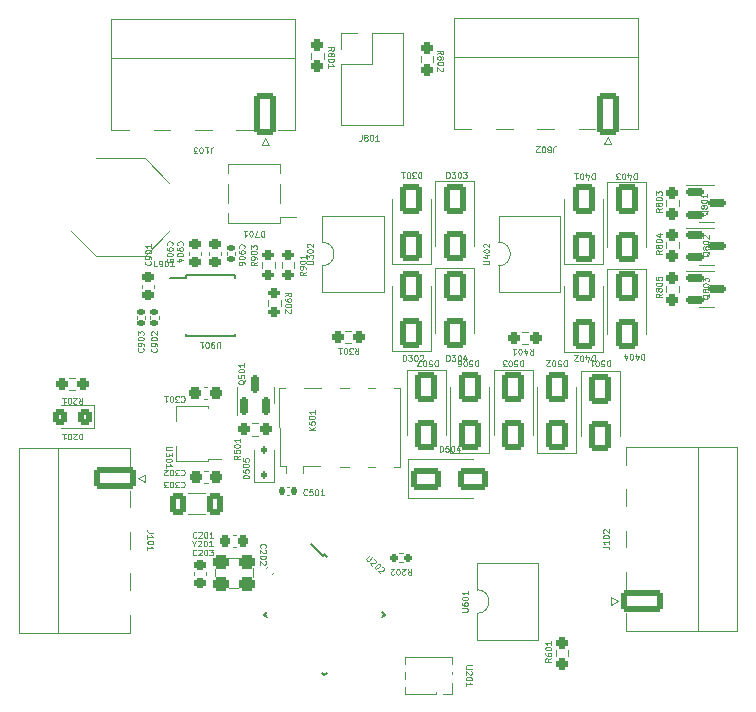
<source format=gbr>
%TF.GenerationSoftware,KiCad,Pcbnew,7.0.10*%
%TF.CreationDate,2024-01-30T15:52:27+01:00*%
%TF.ProjectId,BloX_ABC_MkII,426c6f58-5f41-4424-935f-4d6b49492e6b,rev?*%
%TF.SameCoordinates,Original*%
%TF.FileFunction,Legend,Top*%
%TF.FilePolarity,Positive*%
%FSLAX46Y46*%
G04 Gerber Fmt 4.6, Leading zero omitted, Abs format (unit mm)*
G04 Created by KiCad (PCBNEW 7.0.10) date 2024-01-30 15:52:27*
%MOMM*%
%LPD*%
G01*
G04 APERTURE LIST*
G04 Aperture macros list*
%AMRoundRect*
0 Rectangle with rounded corners*
0 $1 Rounding radius*
0 $2 $3 $4 $5 $6 $7 $8 $9 X,Y pos of 4 corners*
0 Add a 4 corners polygon primitive as box body*
4,1,4,$2,$3,$4,$5,$6,$7,$8,$9,$2,$3,0*
0 Add four circle primitives for the rounded corners*
1,1,$1+$1,$2,$3*
1,1,$1+$1,$4,$5*
1,1,$1+$1,$6,$7*
1,1,$1+$1,$8,$9*
0 Add four rect primitives between the rounded corners*
20,1,$1+$1,$2,$3,$4,$5,0*
20,1,$1+$1,$4,$5,$6,$7,0*
20,1,$1+$1,$6,$7,$8,$9,0*
20,1,$1+$1,$8,$9,$2,$3,0*%
%AMRotRect*
0 Rectangle, with rotation*
0 The origin of the aperture is its center*
0 $1 length*
0 $2 width*
0 $3 Rotation angle, in degrees counterclockwise*
0 Add horizontal line*
21,1,$1,$2,0,0,$3*%
%AMFreePoly0*
4,1,9,3.862500,-0.866500,0.737500,-0.866500,0.737500,-0.450000,-0.737500,-0.450000,-0.737500,0.450000,0.737500,0.450000,0.737500,0.866500,3.862500,0.866500,3.862500,-0.866500,3.862500,-0.866500,$1*%
G04 Aperture macros list end*
%ADD10C,0.075000*%
%ADD11C,0.120000*%
%ADD12C,0.150000*%
%ADD13C,3.200000*%
%ADD14O,1.800000X3.600000*%
%ADD15RoundRect,0.250000X0.650000X1.550000X-0.650000X1.550000X-0.650000X-1.550000X0.650000X-1.550000X0*%
%ADD16RoundRect,0.237500X0.250000X0.237500X-0.250000X0.237500X-0.250000X-0.237500X0.250000X-0.237500X0*%
%ADD17RoundRect,0.250000X0.325000X0.450000X-0.325000X0.450000X-0.325000X-0.450000X0.325000X-0.450000X0*%
%ADD18R,1.780000X2.000000*%
%ADD19RoundRect,0.237500X0.237500X-0.250000X0.237500X0.250000X-0.237500X0.250000X-0.237500X-0.250000X0*%
%ADD20RoundRect,0.237500X-0.237500X0.250000X-0.237500X-0.250000X0.237500X-0.250000X0.237500X0.250000X0*%
%ADD21RoundRect,0.150000X-0.587500X-0.150000X0.587500X-0.150000X0.587500X0.150000X-0.587500X0.150000X0*%
%ADD22RoundRect,0.150000X0.150000X-0.587500X0.150000X0.587500X-0.150000X0.587500X-0.150000X-0.587500X0*%
%ADD23R,0.800000X1.800000*%
%ADD24O,1.700000X1.700000*%
%ADD25R,1.700000X1.700000*%
%ADD26O,3.600000X1.800000*%
%ADD27RoundRect,0.250000X1.550000X-0.650000X1.550000X0.650000X-1.550000X0.650000X-1.550000X-0.650000X0*%
%ADD28RoundRect,0.250000X-1.550000X0.650000X-1.550000X-0.650000X1.550000X-0.650000X1.550000X0.650000X0*%
%ADD29R,1.000000X0.800000*%
%ADD30RoundRect,0.250000X-0.650000X1.000000X-0.650000X-1.000000X0.650000X-1.000000X0.650000X1.000000X0*%
%ADD31RoundRect,0.250000X0.650000X-1.000000X0.650000X1.000000X-0.650000X1.000000X-0.650000X-1.000000X0*%
%ADD32RoundRect,0.112500X0.112500X-0.187500X0.112500X0.187500X-0.112500X0.187500X-0.112500X-0.187500X0*%
%ADD33RoundRect,0.250000X-1.000000X-0.650000X1.000000X-0.650000X1.000000X0.650000X-1.000000X0.650000X0*%
%ADD34RoundRect,0.140000X0.140000X0.170000X-0.140000X0.170000X-0.140000X-0.170000X0.140000X-0.170000X0*%
%ADD35RoundRect,0.237500X0.300000X0.237500X-0.300000X0.237500X-0.300000X-0.237500X0.300000X-0.237500X0*%
%ADD36R,1.300000X0.900000*%
%ADD37FreePoly0,180.000000*%
%ADD38RoundRect,0.250000X0.412500X0.650000X-0.412500X0.650000X-0.412500X-0.650000X0.412500X-0.650000X0*%
%ADD39RoundRect,0.200000X-0.275000X0.200000X-0.275000X-0.200000X0.275000X-0.200000X0.275000X0.200000X0*%
%ADD40R,2.000000X3.200000*%
%ADD41RoundRect,0.200000X0.275000X-0.200000X0.275000X0.200000X-0.275000X0.200000X-0.275000X-0.200000X0*%
%ADD42RoundRect,0.140000X-0.170000X0.140000X-0.170000X-0.140000X0.170000X-0.140000X0.170000X0.140000X0*%
%ADD43R,1.205000X1.550000*%
%ADD44R,1.910000X0.610000*%
%ADD45RoundRect,0.225000X0.250000X-0.225000X0.250000X0.225000X-0.250000X0.225000X-0.250000X-0.225000X0*%
%ADD46RoundRect,0.225000X-0.250000X0.225000X-0.250000X-0.225000X0.250000X-0.225000X0.250000X0.225000X0*%
%ADD47RoundRect,0.225000X-0.225000X-0.250000X0.225000X-0.250000X0.225000X0.250000X-0.225000X0.250000X0*%
%ADD48O,1.000000X1.000000*%
%ADD49R,1.000000X1.000000*%
%ADD50RoundRect,0.160000X0.197500X0.160000X-0.197500X0.160000X-0.197500X-0.160000X0.197500X-0.160000X0*%
%ADD51RoundRect,0.140000X0.021213X-0.219203X0.219203X-0.021213X-0.021213X0.219203X-0.219203X0.021213X0*%
%ADD52RotRect,1.600000X0.550000X315.000000*%
%ADD53RotRect,1.600000X0.550000X45.000000*%
%ADD54RoundRect,0.300000X0.400000X0.300000X-0.400000X0.300000X-0.400000X-0.300000X0.400000X-0.300000X0*%
G04 APERTURE END LIST*
D10*
X90587856Y-70772590D02*
X90587856Y-70415447D01*
X90587856Y-70415447D02*
X90611665Y-70344019D01*
X90611665Y-70344019D02*
X90659284Y-70296400D01*
X90659284Y-70296400D02*
X90730713Y-70272590D01*
X90730713Y-70272590D02*
X90778332Y-70272590D01*
X90087856Y-70272590D02*
X90373570Y-70272590D01*
X90230713Y-70272590D02*
X90230713Y-70772590D01*
X90230713Y-70772590D02*
X90278332Y-70701161D01*
X90278332Y-70701161D02*
X90325951Y-70653542D01*
X90325951Y-70653542D02*
X90373570Y-70629733D01*
X89778333Y-70772590D02*
X89730714Y-70772590D01*
X89730714Y-70772590D02*
X89683095Y-70748780D01*
X89683095Y-70748780D02*
X89659285Y-70724971D01*
X89659285Y-70724971D02*
X89635476Y-70677352D01*
X89635476Y-70677352D02*
X89611666Y-70582114D01*
X89611666Y-70582114D02*
X89611666Y-70463066D01*
X89611666Y-70463066D02*
X89635476Y-70367828D01*
X89635476Y-70367828D02*
X89659285Y-70320209D01*
X89659285Y-70320209D02*
X89683095Y-70296400D01*
X89683095Y-70296400D02*
X89730714Y-70272590D01*
X89730714Y-70272590D02*
X89778333Y-70272590D01*
X89778333Y-70272590D02*
X89825952Y-70296400D01*
X89825952Y-70296400D02*
X89849761Y-70320209D01*
X89849761Y-70320209D02*
X89873571Y-70367828D01*
X89873571Y-70367828D02*
X89897380Y-70463066D01*
X89897380Y-70463066D02*
X89897380Y-70582114D01*
X89897380Y-70582114D02*
X89873571Y-70677352D01*
X89873571Y-70677352D02*
X89849761Y-70724971D01*
X89849761Y-70724971D02*
X89825952Y-70748780D01*
X89825952Y-70748780D02*
X89778333Y-70772590D01*
X89445000Y-70772590D02*
X89135476Y-70772590D01*
X89135476Y-70772590D02*
X89302143Y-70582114D01*
X89302143Y-70582114D02*
X89230714Y-70582114D01*
X89230714Y-70582114D02*
X89183095Y-70558304D01*
X89183095Y-70558304D02*
X89159286Y-70534495D01*
X89159286Y-70534495D02*
X89135476Y-70486876D01*
X89135476Y-70486876D02*
X89135476Y-70367828D01*
X89135476Y-70367828D02*
X89159286Y-70320209D01*
X89159286Y-70320209D02*
X89183095Y-70296400D01*
X89183095Y-70296400D02*
X89230714Y-70272590D01*
X89230714Y-70272590D02*
X89373571Y-70272590D01*
X89373571Y-70272590D02*
X89421190Y-70296400D01*
X89421190Y-70296400D02*
X89445000Y-70320209D01*
X79426523Y-91499590D02*
X79593189Y-91737685D01*
X79712237Y-91499590D02*
X79712237Y-91999590D01*
X79712237Y-91999590D02*
X79521761Y-91999590D01*
X79521761Y-91999590D02*
X79474142Y-91975780D01*
X79474142Y-91975780D02*
X79450332Y-91951971D01*
X79450332Y-91951971D02*
X79426523Y-91904352D01*
X79426523Y-91904352D02*
X79426523Y-91832923D01*
X79426523Y-91832923D02*
X79450332Y-91785304D01*
X79450332Y-91785304D02*
X79474142Y-91761495D01*
X79474142Y-91761495D02*
X79521761Y-91737685D01*
X79521761Y-91737685D02*
X79712237Y-91737685D01*
X79236046Y-91951971D02*
X79212237Y-91975780D01*
X79212237Y-91975780D02*
X79164618Y-91999590D01*
X79164618Y-91999590D02*
X79045570Y-91999590D01*
X79045570Y-91999590D02*
X78997951Y-91975780D01*
X78997951Y-91975780D02*
X78974142Y-91951971D01*
X78974142Y-91951971D02*
X78950332Y-91904352D01*
X78950332Y-91904352D02*
X78950332Y-91856733D01*
X78950332Y-91856733D02*
X78974142Y-91785304D01*
X78974142Y-91785304D02*
X79259856Y-91499590D01*
X79259856Y-91499590D02*
X78950332Y-91499590D01*
X78640809Y-91999590D02*
X78593190Y-91999590D01*
X78593190Y-91999590D02*
X78545571Y-91975780D01*
X78545571Y-91975780D02*
X78521761Y-91951971D01*
X78521761Y-91951971D02*
X78497952Y-91904352D01*
X78497952Y-91904352D02*
X78474142Y-91809114D01*
X78474142Y-91809114D02*
X78474142Y-91690066D01*
X78474142Y-91690066D02*
X78497952Y-91594828D01*
X78497952Y-91594828D02*
X78521761Y-91547209D01*
X78521761Y-91547209D02*
X78545571Y-91523400D01*
X78545571Y-91523400D02*
X78593190Y-91499590D01*
X78593190Y-91499590D02*
X78640809Y-91499590D01*
X78640809Y-91499590D02*
X78688428Y-91523400D01*
X78688428Y-91523400D02*
X78712237Y-91547209D01*
X78712237Y-91547209D02*
X78736047Y-91594828D01*
X78736047Y-91594828D02*
X78759856Y-91690066D01*
X78759856Y-91690066D02*
X78759856Y-91809114D01*
X78759856Y-91809114D02*
X78736047Y-91904352D01*
X78736047Y-91904352D02*
X78712237Y-91951971D01*
X78712237Y-91951971D02*
X78688428Y-91975780D01*
X78688428Y-91975780D02*
X78640809Y-91999590D01*
X77997952Y-91499590D02*
X78283666Y-91499590D01*
X78140809Y-91499590D02*
X78140809Y-91999590D01*
X78140809Y-91999590D02*
X78188428Y-91928161D01*
X78188428Y-91928161D02*
X78236047Y-91880542D01*
X78236047Y-91880542D02*
X78283666Y-91856733D01*
X79712237Y-94513590D02*
X79712237Y-95013590D01*
X79712237Y-95013590D02*
X79593189Y-95013590D01*
X79593189Y-95013590D02*
X79521761Y-94989780D01*
X79521761Y-94989780D02*
X79474142Y-94942161D01*
X79474142Y-94942161D02*
X79450332Y-94894542D01*
X79450332Y-94894542D02*
X79426523Y-94799304D01*
X79426523Y-94799304D02*
X79426523Y-94727876D01*
X79426523Y-94727876D02*
X79450332Y-94632638D01*
X79450332Y-94632638D02*
X79474142Y-94585019D01*
X79474142Y-94585019D02*
X79521761Y-94537400D01*
X79521761Y-94537400D02*
X79593189Y-94513590D01*
X79593189Y-94513590D02*
X79712237Y-94513590D01*
X79236046Y-94965971D02*
X79212237Y-94989780D01*
X79212237Y-94989780D02*
X79164618Y-95013590D01*
X79164618Y-95013590D02*
X79045570Y-95013590D01*
X79045570Y-95013590D02*
X78997951Y-94989780D01*
X78997951Y-94989780D02*
X78974142Y-94965971D01*
X78974142Y-94965971D02*
X78950332Y-94918352D01*
X78950332Y-94918352D02*
X78950332Y-94870733D01*
X78950332Y-94870733D02*
X78974142Y-94799304D01*
X78974142Y-94799304D02*
X79259856Y-94513590D01*
X79259856Y-94513590D02*
X78950332Y-94513590D01*
X78640809Y-95013590D02*
X78593190Y-95013590D01*
X78593190Y-95013590D02*
X78545571Y-94989780D01*
X78545571Y-94989780D02*
X78521761Y-94965971D01*
X78521761Y-94965971D02*
X78497952Y-94918352D01*
X78497952Y-94918352D02*
X78474142Y-94823114D01*
X78474142Y-94823114D02*
X78474142Y-94704066D01*
X78474142Y-94704066D02*
X78497952Y-94608828D01*
X78497952Y-94608828D02*
X78521761Y-94561209D01*
X78521761Y-94561209D02*
X78545571Y-94537400D01*
X78545571Y-94537400D02*
X78593190Y-94513590D01*
X78593190Y-94513590D02*
X78640809Y-94513590D01*
X78640809Y-94513590D02*
X78688428Y-94537400D01*
X78688428Y-94537400D02*
X78712237Y-94561209D01*
X78712237Y-94561209D02*
X78736047Y-94608828D01*
X78736047Y-94608828D02*
X78759856Y-94704066D01*
X78759856Y-94704066D02*
X78759856Y-94823114D01*
X78759856Y-94823114D02*
X78736047Y-94918352D01*
X78736047Y-94918352D02*
X78712237Y-94965971D01*
X78712237Y-94965971D02*
X78688428Y-94989780D01*
X78688428Y-94989780D02*
X78640809Y-95013590D01*
X77997952Y-94513590D02*
X78283666Y-94513590D01*
X78140809Y-94513590D02*
X78140809Y-95013590D01*
X78140809Y-95013590D02*
X78188428Y-94942161D01*
X78188428Y-94942161D02*
X78236047Y-94894542D01*
X78236047Y-94894542D02*
X78283666Y-94870733D01*
X111857409Y-109592142D02*
X112262171Y-109592142D01*
X112262171Y-109592142D02*
X112309790Y-109568332D01*
X112309790Y-109568332D02*
X112333600Y-109544523D01*
X112333600Y-109544523D02*
X112357409Y-109496904D01*
X112357409Y-109496904D02*
X112357409Y-109401666D01*
X112357409Y-109401666D02*
X112333600Y-109354047D01*
X112333600Y-109354047D02*
X112309790Y-109330237D01*
X112309790Y-109330237D02*
X112262171Y-109306428D01*
X112262171Y-109306428D02*
X111857409Y-109306428D01*
X111857409Y-108854046D02*
X111857409Y-108949284D01*
X111857409Y-108949284D02*
X111881219Y-108996903D01*
X111881219Y-108996903D02*
X111905028Y-109020713D01*
X111905028Y-109020713D02*
X111976457Y-109068332D01*
X111976457Y-109068332D02*
X112071695Y-109092141D01*
X112071695Y-109092141D02*
X112262171Y-109092141D01*
X112262171Y-109092141D02*
X112309790Y-109068332D01*
X112309790Y-109068332D02*
X112333600Y-109044522D01*
X112333600Y-109044522D02*
X112357409Y-108996903D01*
X112357409Y-108996903D02*
X112357409Y-108901665D01*
X112357409Y-108901665D02*
X112333600Y-108854046D01*
X112333600Y-108854046D02*
X112309790Y-108830237D01*
X112309790Y-108830237D02*
X112262171Y-108806427D01*
X112262171Y-108806427D02*
X112143123Y-108806427D01*
X112143123Y-108806427D02*
X112095504Y-108830237D01*
X112095504Y-108830237D02*
X112071695Y-108854046D01*
X112071695Y-108854046D02*
X112047885Y-108901665D01*
X112047885Y-108901665D02*
X112047885Y-108996903D01*
X112047885Y-108996903D02*
X112071695Y-109044522D01*
X112071695Y-109044522D02*
X112095504Y-109068332D01*
X112095504Y-109068332D02*
X112143123Y-109092141D01*
X111857409Y-108496904D02*
X111857409Y-108449285D01*
X111857409Y-108449285D02*
X111881219Y-108401666D01*
X111881219Y-108401666D02*
X111905028Y-108377856D01*
X111905028Y-108377856D02*
X111952647Y-108354047D01*
X111952647Y-108354047D02*
X112047885Y-108330237D01*
X112047885Y-108330237D02*
X112166933Y-108330237D01*
X112166933Y-108330237D02*
X112262171Y-108354047D01*
X112262171Y-108354047D02*
X112309790Y-108377856D01*
X112309790Y-108377856D02*
X112333600Y-108401666D01*
X112333600Y-108401666D02*
X112357409Y-108449285D01*
X112357409Y-108449285D02*
X112357409Y-108496904D01*
X112357409Y-108496904D02*
X112333600Y-108544523D01*
X112333600Y-108544523D02*
X112309790Y-108568332D01*
X112309790Y-108568332D02*
X112262171Y-108592142D01*
X112262171Y-108592142D02*
X112166933Y-108615951D01*
X112166933Y-108615951D02*
X112047885Y-108615951D01*
X112047885Y-108615951D02*
X111952647Y-108592142D01*
X111952647Y-108592142D02*
X111905028Y-108568332D01*
X111905028Y-108568332D02*
X111881219Y-108544523D01*
X111881219Y-108544523D02*
X111857409Y-108496904D01*
X112357409Y-107854047D02*
X112357409Y-108139761D01*
X112357409Y-107996904D02*
X111857409Y-107996904D01*
X111857409Y-107996904D02*
X111928838Y-108044523D01*
X111928838Y-108044523D02*
X111976457Y-108092142D01*
X111976457Y-108092142D02*
X112000266Y-108139761D01*
X113673409Y-80171142D02*
X114078171Y-80171142D01*
X114078171Y-80171142D02*
X114125790Y-80147332D01*
X114125790Y-80147332D02*
X114149600Y-80123523D01*
X114149600Y-80123523D02*
X114173409Y-80075904D01*
X114173409Y-80075904D02*
X114173409Y-79980666D01*
X114173409Y-79980666D02*
X114149600Y-79933047D01*
X114149600Y-79933047D02*
X114125790Y-79909237D01*
X114125790Y-79909237D02*
X114078171Y-79885428D01*
X114078171Y-79885428D02*
X113673409Y-79885428D01*
X113840076Y-79433046D02*
X114173409Y-79433046D01*
X113649600Y-79552094D02*
X114006742Y-79671141D01*
X114006742Y-79671141D02*
X114006742Y-79361618D01*
X113673409Y-79075904D02*
X113673409Y-79028285D01*
X113673409Y-79028285D02*
X113697219Y-78980666D01*
X113697219Y-78980666D02*
X113721028Y-78956856D01*
X113721028Y-78956856D02*
X113768647Y-78933047D01*
X113768647Y-78933047D02*
X113863885Y-78909237D01*
X113863885Y-78909237D02*
X113982933Y-78909237D01*
X113982933Y-78909237D02*
X114078171Y-78933047D01*
X114078171Y-78933047D02*
X114125790Y-78956856D01*
X114125790Y-78956856D02*
X114149600Y-78980666D01*
X114149600Y-78980666D02*
X114173409Y-79028285D01*
X114173409Y-79028285D02*
X114173409Y-79075904D01*
X114173409Y-79075904D02*
X114149600Y-79123523D01*
X114149600Y-79123523D02*
X114125790Y-79147332D01*
X114125790Y-79147332D02*
X114078171Y-79171142D01*
X114078171Y-79171142D02*
X113982933Y-79194951D01*
X113982933Y-79194951D02*
X113863885Y-79194951D01*
X113863885Y-79194951D02*
X113768647Y-79171142D01*
X113768647Y-79171142D02*
X113721028Y-79147332D01*
X113721028Y-79147332D02*
X113697219Y-79123523D01*
X113697219Y-79123523D02*
X113673409Y-79075904D01*
X113721028Y-78718761D02*
X113697219Y-78694952D01*
X113697219Y-78694952D02*
X113673409Y-78647333D01*
X113673409Y-78647333D02*
X113673409Y-78528285D01*
X113673409Y-78528285D02*
X113697219Y-78480666D01*
X113697219Y-78480666D02*
X113721028Y-78456857D01*
X113721028Y-78456857D02*
X113768647Y-78433047D01*
X113768647Y-78433047D02*
X113816266Y-78433047D01*
X113816266Y-78433047D02*
X113887695Y-78456857D01*
X113887695Y-78456857D02*
X114173409Y-78742571D01*
X114173409Y-78742571D02*
X114173409Y-78433047D01*
X98743409Y-80171142D02*
X99148171Y-80171142D01*
X99148171Y-80171142D02*
X99195790Y-80147332D01*
X99195790Y-80147332D02*
X99219600Y-80123523D01*
X99219600Y-80123523D02*
X99243409Y-80075904D01*
X99243409Y-80075904D02*
X99243409Y-79980666D01*
X99243409Y-79980666D02*
X99219600Y-79933047D01*
X99219600Y-79933047D02*
X99195790Y-79909237D01*
X99195790Y-79909237D02*
X99148171Y-79885428D01*
X99148171Y-79885428D02*
X98743409Y-79885428D01*
X98743409Y-79694951D02*
X98743409Y-79385427D01*
X98743409Y-79385427D02*
X98933885Y-79552094D01*
X98933885Y-79552094D02*
X98933885Y-79480665D01*
X98933885Y-79480665D02*
X98957695Y-79433046D01*
X98957695Y-79433046D02*
X98981504Y-79409237D01*
X98981504Y-79409237D02*
X99029123Y-79385427D01*
X99029123Y-79385427D02*
X99148171Y-79385427D01*
X99148171Y-79385427D02*
X99195790Y-79409237D01*
X99195790Y-79409237D02*
X99219600Y-79433046D01*
X99219600Y-79433046D02*
X99243409Y-79480665D01*
X99243409Y-79480665D02*
X99243409Y-79623522D01*
X99243409Y-79623522D02*
X99219600Y-79671141D01*
X99219600Y-79671141D02*
X99195790Y-79694951D01*
X98743409Y-79075904D02*
X98743409Y-79028285D01*
X98743409Y-79028285D02*
X98767219Y-78980666D01*
X98767219Y-78980666D02*
X98791028Y-78956856D01*
X98791028Y-78956856D02*
X98838647Y-78933047D01*
X98838647Y-78933047D02*
X98933885Y-78909237D01*
X98933885Y-78909237D02*
X99052933Y-78909237D01*
X99052933Y-78909237D02*
X99148171Y-78933047D01*
X99148171Y-78933047D02*
X99195790Y-78956856D01*
X99195790Y-78956856D02*
X99219600Y-78980666D01*
X99219600Y-78980666D02*
X99243409Y-79028285D01*
X99243409Y-79028285D02*
X99243409Y-79075904D01*
X99243409Y-79075904D02*
X99219600Y-79123523D01*
X99219600Y-79123523D02*
X99195790Y-79147332D01*
X99195790Y-79147332D02*
X99148171Y-79171142D01*
X99148171Y-79171142D02*
X99052933Y-79194951D01*
X99052933Y-79194951D02*
X98933885Y-79194951D01*
X98933885Y-79194951D02*
X98838647Y-79171142D01*
X98838647Y-79171142D02*
X98791028Y-79147332D01*
X98791028Y-79147332D02*
X98767219Y-79123523D01*
X98767219Y-79123523D02*
X98743409Y-79075904D01*
X98791028Y-78718761D02*
X98767219Y-78694952D01*
X98767219Y-78694952D02*
X98743409Y-78647333D01*
X98743409Y-78647333D02*
X98743409Y-78528285D01*
X98743409Y-78528285D02*
X98767219Y-78480666D01*
X98767219Y-78480666D02*
X98791028Y-78456857D01*
X98791028Y-78456857D02*
X98838647Y-78433047D01*
X98838647Y-78433047D02*
X98886266Y-78433047D01*
X98886266Y-78433047D02*
X98957695Y-78456857D01*
X98957695Y-78456857D02*
X99243409Y-78742571D01*
X99243409Y-78742571D02*
X99243409Y-78433047D01*
X128769409Y-82682023D02*
X128531314Y-82848689D01*
X128769409Y-82967737D02*
X128269409Y-82967737D01*
X128269409Y-82967737D02*
X128269409Y-82777261D01*
X128269409Y-82777261D02*
X128293219Y-82729642D01*
X128293219Y-82729642D02*
X128317028Y-82705832D01*
X128317028Y-82705832D02*
X128364647Y-82682023D01*
X128364647Y-82682023D02*
X128436076Y-82682023D01*
X128436076Y-82682023D02*
X128483695Y-82705832D01*
X128483695Y-82705832D02*
X128507504Y-82729642D01*
X128507504Y-82729642D02*
X128531314Y-82777261D01*
X128531314Y-82777261D02*
X128531314Y-82967737D01*
X128483695Y-82396308D02*
X128459885Y-82443927D01*
X128459885Y-82443927D02*
X128436076Y-82467737D01*
X128436076Y-82467737D02*
X128388457Y-82491546D01*
X128388457Y-82491546D02*
X128364647Y-82491546D01*
X128364647Y-82491546D02*
X128317028Y-82467737D01*
X128317028Y-82467737D02*
X128293219Y-82443927D01*
X128293219Y-82443927D02*
X128269409Y-82396308D01*
X128269409Y-82396308D02*
X128269409Y-82301070D01*
X128269409Y-82301070D02*
X128293219Y-82253451D01*
X128293219Y-82253451D02*
X128317028Y-82229642D01*
X128317028Y-82229642D02*
X128364647Y-82205832D01*
X128364647Y-82205832D02*
X128388457Y-82205832D01*
X128388457Y-82205832D02*
X128436076Y-82229642D01*
X128436076Y-82229642D02*
X128459885Y-82253451D01*
X128459885Y-82253451D02*
X128483695Y-82301070D01*
X128483695Y-82301070D02*
X128483695Y-82396308D01*
X128483695Y-82396308D02*
X128507504Y-82443927D01*
X128507504Y-82443927D02*
X128531314Y-82467737D01*
X128531314Y-82467737D02*
X128578933Y-82491546D01*
X128578933Y-82491546D02*
X128674171Y-82491546D01*
X128674171Y-82491546D02*
X128721790Y-82467737D01*
X128721790Y-82467737D02*
X128745600Y-82443927D01*
X128745600Y-82443927D02*
X128769409Y-82396308D01*
X128769409Y-82396308D02*
X128769409Y-82301070D01*
X128769409Y-82301070D02*
X128745600Y-82253451D01*
X128745600Y-82253451D02*
X128721790Y-82229642D01*
X128721790Y-82229642D02*
X128674171Y-82205832D01*
X128674171Y-82205832D02*
X128578933Y-82205832D01*
X128578933Y-82205832D02*
X128531314Y-82229642D01*
X128531314Y-82229642D02*
X128507504Y-82253451D01*
X128507504Y-82253451D02*
X128483695Y-82301070D01*
X128269409Y-81896309D02*
X128269409Y-81848690D01*
X128269409Y-81848690D02*
X128293219Y-81801071D01*
X128293219Y-81801071D02*
X128317028Y-81777261D01*
X128317028Y-81777261D02*
X128364647Y-81753452D01*
X128364647Y-81753452D02*
X128459885Y-81729642D01*
X128459885Y-81729642D02*
X128578933Y-81729642D01*
X128578933Y-81729642D02*
X128674171Y-81753452D01*
X128674171Y-81753452D02*
X128721790Y-81777261D01*
X128721790Y-81777261D02*
X128745600Y-81801071D01*
X128745600Y-81801071D02*
X128769409Y-81848690D01*
X128769409Y-81848690D02*
X128769409Y-81896309D01*
X128769409Y-81896309D02*
X128745600Y-81943928D01*
X128745600Y-81943928D02*
X128721790Y-81967737D01*
X128721790Y-81967737D02*
X128674171Y-81991547D01*
X128674171Y-81991547D02*
X128578933Y-82015356D01*
X128578933Y-82015356D02*
X128459885Y-82015356D01*
X128459885Y-82015356D02*
X128364647Y-81991547D01*
X128364647Y-81991547D02*
X128317028Y-81967737D01*
X128317028Y-81967737D02*
X128293219Y-81943928D01*
X128293219Y-81943928D02*
X128269409Y-81896309D01*
X128269409Y-81277262D02*
X128269409Y-81515357D01*
X128269409Y-81515357D02*
X128507504Y-81539166D01*
X128507504Y-81539166D02*
X128483695Y-81515357D01*
X128483695Y-81515357D02*
X128459885Y-81467738D01*
X128459885Y-81467738D02*
X128459885Y-81348690D01*
X128459885Y-81348690D02*
X128483695Y-81301071D01*
X128483695Y-81301071D02*
X128507504Y-81277262D01*
X128507504Y-81277262D02*
X128555123Y-81253452D01*
X128555123Y-81253452D02*
X128674171Y-81253452D01*
X128674171Y-81253452D02*
X128721790Y-81277262D01*
X128721790Y-81277262D02*
X128745600Y-81301071D01*
X128745600Y-81301071D02*
X128769409Y-81348690D01*
X128769409Y-81348690D02*
X128769409Y-81467738D01*
X128769409Y-81467738D02*
X128745600Y-81515357D01*
X128745600Y-81515357D02*
X128721790Y-81539166D01*
X128769409Y-78999023D02*
X128531314Y-79165689D01*
X128769409Y-79284737D02*
X128269409Y-79284737D01*
X128269409Y-79284737D02*
X128269409Y-79094261D01*
X128269409Y-79094261D02*
X128293219Y-79046642D01*
X128293219Y-79046642D02*
X128317028Y-79022832D01*
X128317028Y-79022832D02*
X128364647Y-78999023D01*
X128364647Y-78999023D02*
X128436076Y-78999023D01*
X128436076Y-78999023D02*
X128483695Y-79022832D01*
X128483695Y-79022832D02*
X128507504Y-79046642D01*
X128507504Y-79046642D02*
X128531314Y-79094261D01*
X128531314Y-79094261D02*
X128531314Y-79284737D01*
X128483695Y-78713308D02*
X128459885Y-78760927D01*
X128459885Y-78760927D02*
X128436076Y-78784737D01*
X128436076Y-78784737D02*
X128388457Y-78808546D01*
X128388457Y-78808546D02*
X128364647Y-78808546D01*
X128364647Y-78808546D02*
X128317028Y-78784737D01*
X128317028Y-78784737D02*
X128293219Y-78760927D01*
X128293219Y-78760927D02*
X128269409Y-78713308D01*
X128269409Y-78713308D02*
X128269409Y-78618070D01*
X128269409Y-78618070D02*
X128293219Y-78570451D01*
X128293219Y-78570451D02*
X128317028Y-78546642D01*
X128317028Y-78546642D02*
X128364647Y-78522832D01*
X128364647Y-78522832D02*
X128388457Y-78522832D01*
X128388457Y-78522832D02*
X128436076Y-78546642D01*
X128436076Y-78546642D02*
X128459885Y-78570451D01*
X128459885Y-78570451D02*
X128483695Y-78618070D01*
X128483695Y-78618070D02*
X128483695Y-78713308D01*
X128483695Y-78713308D02*
X128507504Y-78760927D01*
X128507504Y-78760927D02*
X128531314Y-78784737D01*
X128531314Y-78784737D02*
X128578933Y-78808546D01*
X128578933Y-78808546D02*
X128674171Y-78808546D01*
X128674171Y-78808546D02*
X128721790Y-78784737D01*
X128721790Y-78784737D02*
X128745600Y-78760927D01*
X128745600Y-78760927D02*
X128769409Y-78713308D01*
X128769409Y-78713308D02*
X128769409Y-78618070D01*
X128769409Y-78618070D02*
X128745600Y-78570451D01*
X128745600Y-78570451D02*
X128721790Y-78546642D01*
X128721790Y-78546642D02*
X128674171Y-78522832D01*
X128674171Y-78522832D02*
X128578933Y-78522832D01*
X128578933Y-78522832D02*
X128531314Y-78546642D01*
X128531314Y-78546642D02*
X128507504Y-78570451D01*
X128507504Y-78570451D02*
X128483695Y-78618070D01*
X128269409Y-78213309D02*
X128269409Y-78165690D01*
X128269409Y-78165690D02*
X128293219Y-78118071D01*
X128293219Y-78118071D02*
X128317028Y-78094261D01*
X128317028Y-78094261D02*
X128364647Y-78070452D01*
X128364647Y-78070452D02*
X128459885Y-78046642D01*
X128459885Y-78046642D02*
X128578933Y-78046642D01*
X128578933Y-78046642D02*
X128674171Y-78070452D01*
X128674171Y-78070452D02*
X128721790Y-78094261D01*
X128721790Y-78094261D02*
X128745600Y-78118071D01*
X128745600Y-78118071D02*
X128769409Y-78165690D01*
X128769409Y-78165690D02*
X128769409Y-78213309D01*
X128769409Y-78213309D02*
X128745600Y-78260928D01*
X128745600Y-78260928D02*
X128721790Y-78284737D01*
X128721790Y-78284737D02*
X128674171Y-78308547D01*
X128674171Y-78308547D02*
X128578933Y-78332356D01*
X128578933Y-78332356D02*
X128459885Y-78332356D01*
X128459885Y-78332356D02*
X128364647Y-78308547D01*
X128364647Y-78308547D02*
X128317028Y-78284737D01*
X128317028Y-78284737D02*
X128293219Y-78260928D01*
X128293219Y-78260928D02*
X128269409Y-78213309D01*
X128436076Y-77618071D02*
X128769409Y-77618071D01*
X128245600Y-77737119D02*
X128602742Y-77856166D01*
X128602742Y-77856166D02*
X128602742Y-77546643D01*
X128769409Y-75443023D02*
X128531314Y-75609689D01*
X128769409Y-75728737D02*
X128269409Y-75728737D01*
X128269409Y-75728737D02*
X128269409Y-75538261D01*
X128269409Y-75538261D02*
X128293219Y-75490642D01*
X128293219Y-75490642D02*
X128317028Y-75466832D01*
X128317028Y-75466832D02*
X128364647Y-75443023D01*
X128364647Y-75443023D02*
X128436076Y-75443023D01*
X128436076Y-75443023D02*
X128483695Y-75466832D01*
X128483695Y-75466832D02*
X128507504Y-75490642D01*
X128507504Y-75490642D02*
X128531314Y-75538261D01*
X128531314Y-75538261D02*
X128531314Y-75728737D01*
X128483695Y-75157308D02*
X128459885Y-75204927D01*
X128459885Y-75204927D02*
X128436076Y-75228737D01*
X128436076Y-75228737D02*
X128388457Y-75252546D01*
X128388457Y-75252546D02*
X128364647Y-75252546D01*
X128364647Y-75252546D02*
X128317028Y-75228737D01*
X128317028Y-75228737D02*
X128293219Y-75204927D01*
X128293219Y-75204927D02*
X128269409Y-75157308D01*
X128269409Y-75157308D02*
X128269409Y-75062070D01*
X128269409Y-75062070D02*
X128293219Y-75014451D01*
X128293219Y-75014451D02*
X128317028Y-74990642D01*
X128317028Y-74990642D02*
X128364647Y-74966832D01*
X128364647Y-74966832D02*
X128388457Y-74966832D01*
X128388457Y-74966832D02*
X128436076Y-74990642D01*
X128436076Y-74990642D02*
X128459885Y-75014451D01*
X128459885Y-75014451D02*
X128483695Y-75062070D01*
X128483695Y-75062070D02*
X128483695Y-75157308D01*
X128483695Y-75157308D02*
X128507504Y-75204927D01*
X128507504Y-75204927D02*
X128531314Y-75228737D01*
X128531314Y-75228737D02*
X128578933Y-75252546D01*
X128578933Y-75252546D02*
X128674171Y-75252546D01*
X128674171Y-75252546D02*
X128721790Y-75228737D01*
X128721790Y-75228737D02*
X128745600Y-75204927D01*
X128745600Y-75204927D02*
X128769409Y-75157308D01*
X128769409Y-75157308D02*
X128769409Y-75062070D01*
X128769409Y-75062070D02*
X128745600Y-75014451D01*
X128745600Y-75014451D02*
X128721790Y-74990642D01*
X128721790Y-74990642D02*
X128674171Y-74966832D01*
X128674171Y-74966832D02*
X128578933Y-74966832D01*
X128578933Y-74966832D02*
X128531314Y-74990642D01*
X128531314Y-74990642D02*
X128507504Y-75014451D01*
X128507504Y-75014451D02*
X128483695Y-75062070D01*
X128269409Y-74657309D02*
X128269409Y-74609690D01*
X128269409Y-74609690D02*
X128293219Y-74562071D01*
X128293219Y-74562071D02*
X128317028Y-74538261D01*
X128317028Y-74538261D02*
X128364647Y-74514452D01*
X128364647Y-74514452D02*
X128459885Y-74490642D01*
X128459885Y-74490642D02*
X128578933Y-74490642D01*
X128578933Y-74490642D02*
X128674171Y-74514452D01*
X128674171Y-74514452D02*
X128721790Y-74538261D01*
X128721790Y-74538261D02*
X128745600Y-74562071D01*
X128745600Y-74562071D02*
X128769409Y-74609690D01*
X128769409Y-74609690D02*
X128769409Y-74657309D01*
X128769409Y-74657309D02*
X128745600Y-74704928D01*
X128745600Y-74704928D02*
X128721790Y-74728737D01*
X128721790Y-74728737D02*
X128674171Y-74752547D01*
X128674171Y-74752547D02*
X128578933Y-74776356D01*
X128578933Y-74776356D02*
X128459885Y-74776356D01*
X128459885Y-74776356D02*
X128364647Y-74752547D01*
X128364647Y-74752547D02*
X128317028Y-74728737D01*
X128317028Y-74728737D02*
X128293219Y-74704928D01*
X128293219Y-74704928D02*
X128269409Y-74657309D01*
X128269409Y-74323976D02*
X128269409Y-74014452D01*
X128269409Y-74014452D02*
X128459885Y-74181119D01*
X128459885Y-74181119D02*
X128459885Y-74109690D01*
X128459885Y-74109690D02*
X128483695Y-74062071D01*
X128483695Y-74062071D02*
X128507504Y-74038262D01*
X128507504Y-74038262D02*
X128555123Y-74014452D01*
X128555123Y-74014452D02*
X128674171Y-74014452D01*
X128674171Y-74014452D02*
X128721790Y-74038262D01*
X128721790Y-74038262D02*
X128745600Y-74062071D01*
X128745600Y-74062071D02*
X128769409Y-74109690D01*
X128769409Y-74109690D02*
X128769409Y-74252547D01*
X128769409Y-74252547D02*
X128745600Y-74300166D01*
X128745600Y-74300166D02*
X128721790Y-74323976D01*
X109772590Y-62379976D02*
X110010685Y-62213310D01*
X109772590Y-62094262D02*
X110272590Y-62094262D01*
X110272590Y-62094262D02*
X110272590Y-62284738D01*
X110272590Y-62284738D02*
X110248780Y-62332357D01*
X110248780Y-62332357D02*
X110224971Y-62356167D01*
X110224971Y-62356167D02*
X110177352Y-62379976D01*
X110177352Y-62379976D02*
X110105923Y-62379976D01*
X110105923Y-62379976D02*
X110058304Y-62356167D01*
X110058304Y-62356167D02*
X110034495Y-62332357D01*
X110034495Y-62332357D02*
X110010685Y-62284738D01*
X110010685Y-62284738D02*
X110010685Y-62094262D01*
X110058304Y-62665691D02*
X110082114Y-62618072D01*
X110082114Y-62618072D02*
X110105923Y-62594262D01*
X110105923Y-62594262D02*
X110153542Y-62570453D01*
X110153542Y-62570453D02*
X110177352Y-62570453D01*
X110177352Y-62570453D02*
X110224971Y-62594262D01*
X110224971Y-62594262D02*
X110248780Y-62618072D01*
X110248780Y-62618072D02*
X110272590Y-62665691D01*
X110272590Y-62665691D02*
X110272590Y-62760929D01*
X110272590Y-62760929D02*
X110248780Y-62808548D01*
X110248780Y-62808548D02*
X110224971Y-62832357D01*
X110224971Y-62832357D02*
X110177352Y-62856167D01*
X110177352Y-62856167D02*
X110153542Y-62856167D01*
X110153542Y-62856167D02*
X110105923Y-62832357D01*
X110105923Y-62832357D02*
X110082114Y-62808548D01*
X110082114Y-62808548D02*
X110058304Y-62760929D01*
X110058304Y-62760929D02*
X110058304Y-62665691D01*
X110058304Y-62665691D02*
X110034495Y-62618072D01*
X110034495Y-62618072D02*
X110010685Y-62594262D01*
X110010685Y-62594262D02*
X109963066Y-62570453D01*
X109963066Y-62570453D02*
X109867828Y-62570453D01*
X109867828Y-62570453D02*
X109820209Y-62594262D01*
X109820209Y-62594262D02*
X109796400Y-62618072D01*
X109796400Y-62618072D02*
X109772590Y-62665691D01*
X109772590Y-62665691D02*
X109772590Y-62760929D01*
X109772590Y-62760929D02*
X109796400Y-62808548D01*
X109796400Y-62808548D02*
X109820209Y-62832357D01*
X109820209Y-62832357D02*
X109867828Y-62856167D01*
X109867828Y-62856167D02*
X109963066Y-62856167D01*
X109963066Y-62856167D02*
X110010685Y-62832357D01*
X110010685Y-62832357D02*
X110034495Y-62808548D01*
X110034495Y-62808548D02*
X110058304Y-62760929D01*
X110272590Y-63165690D02*
X110272590Y-63213309D01*
X110272590Y-63213309D02*
X110248780Y-63260928D01*
X110248780Y-63260928D02*
X110224971Y-63284738D01*
X110224971Y-63284738D02*
X110177352Y-63308547D01*
X110177352Y-63308547D02*
X110082114Y-63332357D01*
X110082114Y-63332357D02*
X109963066Y-63332357D01*
X109963066Y-63332357D02*
X109867828Y-63308547D01*
X109867828Y-63308547D02*
X109820209Y-63284738D01*
X109820209Y-63284738D02*
X109796400Y-63260928D01*
X109796400Y-63260928D02*
X109772590Y-63213309D01*
X109772590Y-63213309D02*
X109772590Y-63165690D01*
X109772590Y-63165690D02*
X109796400Y-63118071D01*
X109796400Y-63118071D02*
X109820209Y-63094262D01*
X109820209Y-63094262D02*
X109867828Y-63070452D01*
X109867828Y-63070452D02*
X109963066Y-63046643D01*
X109963066Y-63046643D02*
X110082114Y-63046643D01*
X110082114Y-63046643D02*
X110177352Y-63070452D01*
X110177352Y-63070452D02*
X110224971Y-63094262D01*
X110224971Y-63094262D02*
X110248780Y-63118071D01*
X110248780Y-63118071D02*
X110272590Y-63165690D01*
X110224971Y-63522833D02*
X110248780Y-63546642D01*
X110248780Y-63546642D02*
X110272590Y-63594261D01*
X110272590Y-63594261D02*
X110272590Y-63713309D01*
X110272590Y-63713309D02*
X110248780Y-63760928D01*
X110248780Y-63760928D02*
X110224971Y-63784737D01*
X110224971Y-63784737D02*
X110177352Y-63808547D01*
X110177352Y-63808547D02*
X110129733Y-63808547D01*
X110129733Y-63808547D02*
X110058304Y-63784737D01*
X110058304Y-63784737D02*
X109772590Y-63499023D01*
X109772590Y-63499023D02*
X109772590Y-63808547D01*
X100512590Y-62102476D02*
X100750685Y-61935810D01*
X100512590Y-61816762D02*
X101012590Y-61816762D01*
X101012590Y-61816762D02*
X101012590Y-62007238D01*
X101012590Y-62007238D02*
X100988780Y-62054857D01*
X100988780Y-62054857D02*
X100964971Y-62078667D01*
X100964971Y-62078667D02*
X100917352Y-62102476D01*
X100917352Y-62102476D02*
X100845923Y-62102476D01*
X100845923Y-62102476D02*
X100798304Y-62078667D01*
X100798304Y-62078667D02*
X100774495Y-62054857D01*
X100774495Y-62054857D02*
X100750685Y-62007238D01*
X100750685Y-62007238D02*
X100750685Y-61816762D01*
X100798304Y-62388191D02*
X100822114Y-62340572D01*
X100822114Y-62340572D02*
X100845923Y-62316762D01*
X100845923Y-62316762D02*
X100893542Y-62292953D01*
X100893542Y-62292953D02*
X100917352Y-62292953D01*
X100917352Y-62292953D02*
X100964971Y-62316762D01*
X100964971Y-62316762D02*
X100988780Y-62340572D01*
X100988780Y-62340572D02*
X101012590Y-62388191D01*
X101012590Y-62388191D02*
X101012590Y-62483429D01*
X101012590Y-62483429D02*
X100988780Y-62531048D01*
X100988780Y-62531048D02*
X100964971Y-62554857D01*
X100964971Y-62554857D02*
X100917352Y-62578667D01*
X100917352Y-62578667D02*
X100893542Y-62578667D01*
X100893542Y-62578667D02*
X100845923Y-62554857D01*
X100845923Y-62554857D02*
X100822114Y-62531048D01*
X100822114Y-62531048D02*
X100798304Y-62483429D01*
X100798304Y-62483429D02*
X100798304Y-62388191D01*
X100798304Y-62388191D02*
X100774495Y-62340572D01*
X100774495Y-62340572D02*
X100750685Y-62316762D01*
X100750685Y-62316762D02*
X100703066Y-62292953D01*
X100703066Y-62292953D02*
X100607828Y-62292953D01*
X100607828Y-62292953D02*
X100560209Y-62316762D01*
X100560209Y-62316762D02*
X100536400Y-62340572D01*
X100536400Y-62340572D02*
X100512590Y-62388191D01*
X100512590Y-62388191D02*
X100512590Y-62483429D01*
X100512590Y-62483429D02*
X100536400Y-62531048D01*
X100536400Y-62531048D02*
X100560209Y-62554857D01*
X100560209Y-62554857D02*
X100607828Y-62578667D01*
X100607828Y-62578667D02*
X100703066Y-62578667D01*
X100703066Y-62578667D02*
X100750685Y-62554857D01*
X100750685Y-62554857D02*
X100774495Y-62531048D01*
X100774495Y-62531048D02*
X100798304Y-62483429D01*
X101012590Y-62888190D02*
X101012590Y-62935809D01*
X101012590Y-62935809D02*
X100988780Y-62983428D01*
X100988780Y-62983428D02*
X100964971Y-63007238D01*
X100964971Y-63007238D02*
X100917352Y-63031047D01*
X100917352Y-63031047D02*
X100822114Y-63054857D01*
X100822114Y-63054857D02*
X100703066Y-63054857D01*
X100703066Y-63054857D02*
X100607828Y-63031047D01*
X100607828Y-63031047D02*
X100560209Y-63007238D01*
X100560209Y-63007238D02*
X100536400Y-62983428D01*
X100536400Y-62983428D02*
X100512590Y-62935809D01*
X100512590Y-62935809D02*
X100512590Y-62888190D01*
X100512590Y-62888190D02*
X100536400Y-62840571D01*
X100536400Y-62840571D02*
X100560209Y-62816762D01*
X100560209Y-62816762D02*
X100607828Y-62792952D01*
X100607828Y-62792952D02*
X100703066Y-62769143D01*
X100703066Y-62769143D02*
X100822114Y-62769143D01*
X100822114Y-62769143D02*
X100917352Y-62792952D01*
X100917352Y-62792952D02*
X100964971Y-62816762D01*
X100964971Y-62816762D02*
X100988780Y-62840571D01*
X100988780Y-62840571D02*
X101012590Y-62888190D01*
X100512590Y-63531047D02*
X100512590Y-63245333D01*
X100512590Y-63388190D02*
X101012590Y-63388190D01*
X101012590Y-63388190D02*
X100941161Y-63340571D01*
X100941161Y-63340571D02*
X100893542Y-63292952D01*
X100893542Y-63292952D02*
X100869733Y-63245333D01*
X119412409Y-113544523D02*
X119174314Y-113711189D01*
X119412409Y-113830237D02*
X118912409Y-113830237D01*
X118912409Y-113830237D02*
X118912409Y-113639761D01*
X118912409Y-113639761D02*
X118936219Y-113592142D01*
X118936219Y-113592142D02*
X118960028Y-113568332D01*
X118960028Y-113568332D02*
X119007647Y-113544523D01*
X119007647Y-113544523D02*
X119079076Y-113544523D01*
X119079076Y-113544523D02*
X119126695Y-113568332D01*
X119126695Y-113568332D02*
X119150504Y-113592142D01*
X119150504Y-113592142D02*
X119174314Y-113639761D01*
X119174314Y-113639761D02*
X119174314Y-113830237D01*
X118912409Y-113115951D02*
X118912409Y-113211189D01*
X118912409Y-113211189D02*
X118936219Y-113258808D01*
X118936219Y-113258808D02*
X118960028Y-113282618D01*
X118960028Y-113282618D02*
X119031457Y-113330237D01*
X119031457Y-113330237D02*
X119126695Y-113354046D01*
X119126695Y-113354046D02*
X119317171Y-113354046D01*
X119317171Y-113354046D02*
X119364790Y-113330237D01*
X119364790Y-113330237D02*
X119388600Y-113306427D01*
X119388600Y-113306427D02*
X119412409Y-113258808D01*
X119412409Y-113258808D02*
X119412409Y-113163570D01*
X119412409Y-113163570D02*
X119388600Y-113115951D01*
X119388600Y-113115951D02*
X119364790Y-113092142D01*
X119364790Y-113092142D02*
X119317171Y-113068332D01*
X119317171Y-113068332D02*
X119198123Y-113068332D01*
X119198123Y-113068332D02*
X119150504Y-113092142D01*
X119150504Y-113092142D02*
X119126695Y-113115951D01*
X119126695Y-113115951D02*
X119102885Y-113163570D01*
X119102885Y-113163570D02*
X119102885Y-113258808D01*
X119102885Y-113258808D02*
X119126695Y-113306427D01*
X119126695Y-113306427D02*
X119150504Y-113330237D01*
X119150504Y-113330237D02*
X119198123Y-113354046D01*
X118912409Y-112758809D02*
X118912409Y-112711190D01*
X118912409Y-112711190D02*
X118936219Y-112663571D01*
X118936219Y-112663571D02*
X118960028Y-112639761D01*
X118960028Y-112639761D02*
X119007647Y-112615952D01*
X119007647Y-112615952D02*
X119102885Y-112592142D01*
X119102885Y-112592142D02*
X119221933Y-112592142D01*
X119221933Y-112592142D02*
X119317171Y-112615952D01*
X119317171Y-112615952D02*
X119364790Y-112639761D01*
X119364790Y-112639761D02*
X119388600Y-112663571D01*
X119388600Y-112663571D02*
X119412409Y-112711190D01*
X119412409Y-112711190D02*
X119412409Y-112758809D01*
X119412409Y-112758809D02*
X119388600Y-112806428D01*
X119388600Y-112806428D02*
X119364790Y-112830237D01*
X119364790Y-112830237D02*
X119317171Y-112854047D01*
X119317171Y-112854047D02*
X119221933Y-112877856D01*
X119221933Y-112877856D02*
X119102885Y-112877856D01*
X119102885Y-112877856D02*
X119007647Y-112854047D01*
X119007647Y-112854047D02*
X118960028Y-112830237D01*
X118960028Y-112830237D02*
X118936219Y-112806428D01*
X118936219Y-112806428D02*
X118912409Y-112758809D01*
X119412409Y-112115952D02*
X119412409Y-112401666D01*
X119412409Y-112258809D02*
X118912409Y-112258809D01*
X118912409Y-112258809D02*
X118983838Y-112306428D01*
X118983838Y-112306428D02*
X119031457Y-112354047D01*
X119031457Y-112354047D02*
X119055266Y-112401666D01*
X93040409Y-96373523D02*
X92802314Y-96540189D01*
X93040409Y-96659237D02*
X92540409Y-96659237D01*
X92540409Y-96659237D02*
X92540409Y-96468761D01*
X92540409Y-96468761D02*
X92564219Y-96421142D01*
X92564219Y-96421142D02*
X92588028Y-96397332D01*
X92588028Y-96397332D02*
X92635647Y-96373523D01*
X92635647Y-96373523D02*
X92707076Y-96373523D01*
X92707076Y-96373523D02*
X92754695Y-96397332D01*
X92754695Y-96397332D02*
X92778504Y-96421142D01*
X92778504Y-96421142D02*
X92802314Y-96468761D01*
X92802314Y-96468761D02*
X92802314Y-96659237D01*
X92540409Y-95921142D02*
X92540409Y-96159237D01*
X92540409Y-96159237D02*
X92778504Y-96183046D01*
X92778504Y-96183046D02*
X92754695Y-96159237D01*
X92754695Y-96159237D02*
X92730885Y-96111618D01*
X92730885Y-96111618D02*
X92730885Y-95992570D01*
X92730885Y-95992570D02*
X92754695Y-95944951D01*
X92754695Y-95944951D02*
X92778504Y-95921142D01*
X92778504Y-95921142D02*
X92826123Y-95897332D01*
X92826123Y-95897332D02*
X92945171Y-95897332D01*
X92945171Y-95897332D02*
X92992790Y-95921142D01*
X92992790Y-95921142D02*
X93016600Y-95944951D01*
X93016600Y-95944951D02*
X93040409Y-95992570D01*
X93040409Y-95992570D02*
X93040409Y-96111618D01*
X93040409Y-96111618D02*
X93016600Y-96159237D01*
X93016600Y-96159237D02*
X92992790Y-96183046D01*
X92540409Y-95587809D02*
X92540409Y-95540190D01*
X92540409Y-95540190D02*
X92564219Y-95492571D01*
X92564219Y-95492571D02*
X92588028Y-95468761D01*
X92588028Y-95468761D02*
X92635647Y-95444952D01*
X92635647Y-95444952D02*
X92730885Y-95421142D01*
X92730885Y-95421142D02*
X92849933Y-95421142D01*
X92849933Y-95421142D02*
X92945171Y-95444952D01*
X92945171Y-95444952D02*
X92992790Y-95468761D01*
X92992790Y-95468761D02*
X93016600Y-95492571D01*
X93016600Y-95492571D02*
X93040409Y-95540190D01*
X93040409Y-95540190D02*
X93040409Y-95587809D01*
X93040409Y-95587809D02*
X93016600Y-95635428D01*
X93016600Y-95635428D02*
X92992790Y-95659237D01*
X92992790Y-95659237D02*
X92945171Y-95683047D01*
X92945171Y-95683047D02*
X92849933Y-95706856D01*
X92849933Y-95706856D02*
X92730885Y-95706856D01*
X92730885Y-95706856D02*
X92635647Y-95683047D01*
X92635647Y-95683047D02*
X92588028Y-95659237D01*
X92588028Y-95659237D02*
X92564219Y-95635428D01*
X92564219Y-95635428D02*
X92540409Y-95587809D01*
X93040409Y-94944952D02*
X93040409Y-95230666D01*
X93040409Y-95087809D02*
X92540409Y-95087809D01*
X92540409Y-95087809D02*
X92611838Y-95135428D01*
X92611838Y-95135428D02*
X92659457Y-95183047D01*
X92659457Y-95183047D02*
X92683266Y-95230666D01*
X117574523Y-87323590D02*
X117741189Y-87561685D01*
X117860237Y-87323590D02*
X117860237Y-87823590D01*
X117860237Y-87823590D02*
X117669761Y-87823590D01*
X117669761Y-87823590D02*
X117622142Y-87799780D01*
X117622142Y-87799780D02*
X117598332Y-87775971D01*
X117598332Y-87775971D02*
X117574523Y-87728352D01*
X117574523Y-87728352D02*
X117574523Y-87656923D01*
X117574523Y-87656923D02*
X117598332Y-87609304D01*
X117598332Y-87609304D02*
X117622142Y-87585495D01*
X117622142Y-87585495D02*
X117669761Y-87561685D01*
X117669761Y-87561685D02*
X117860237Y-87561685D01*
X117145951Y-87656923D02*
X117145951Y-87323590D01*
X117264999Y-87847400D02*
X117384046Y-87490257D01*
X117384046Y-87490257D02*
X117074523Y-87490257D01*
X116788809Y-87823590D02*
X116741190Y-87823590D01*
X116741190Y-87823590D02*
X116693571Y-87799780D01*
X116693571Y-87799780D02*
X116669761Y-87775971D01*
X116669761Y-87775971D02*
X116645952Y-87728352D01*
X116645952Y-87728352D02*
X116622142Y-87633114D01*
X116622142Y-87633114D02*
X116622142Y-87514066D01*
X116622142Y-87514066D02*
X116645952Y-87418828D01*
X116645952Y-87418828D02*
X116669761Y-87371209D01*
X116669761Y-87371209D02*
X116693571Y-87347400D01*
X116693571Y-87347400D02*
X116741190Y-87323590D01*
X116741190Y-87323590D02*
X116788809Y-87323590D01*
X116788809Y-87323590D02*
X116836428Y-87347400D01*
X116836428Y-87347400D02*
X116860237Y-87371209D01*
X116860237Y-87371209D02*
X116884047Y-87418828D01*
X116884047Y-87418828D02*
X116907856Y-87514066D01*
X116907856Y-87514066D02*
X116907856Y-87633114D01*
X116907856Y-87633114D02*
X116884047Y-87728352D01*
X116884047Y-87728352D02*
X116860237Y-87775971D01*
X116860237Y-87775971D02*
X116836428Y-87799780D01*
X116836428Y-87799780D02*
X116788809Y-87823590D01*
X116145952Y-87323590D02*
X116431666Y-87323590D01*
X116288809Y-87323590D02*
X116288809Y-87823590D01*
X116288809Y-87823590D02*
X116336428Y-87752161D01*
X116336428Y-87752161D02*
X116384047Y-87704542D01*
X116384047Y-87704542D02*
X116431666Y-87680733D01*
X102794523Y-87275590D02*
X102961189Y-87513685D01*
X103080237Y-87275590D02*
X103080237Y-87775590D01*
X103080237Y-87775590D02*
X102889761Y-87775590D01*
X102889761Y-87775590D02*
X102842142Y-87751780D01*
X102842142Y-87751780D02*
X102818332Y-87727971D01*
X102818332Y-87727971D02*
X102794523Y-87680352D01*
X102794523Y-87680352D02*
X102794523Y-87608923D01*
X102794523Y-87608923D02*
X102818332Y-87561304D01*
X102818332Y-87561304D02*
X102842142Y-87537495D01*
X102842142Y-87537495D02*
X102889761Y-87513685D01*
X102889761Y-87513685D02*
X103080237Y-87513685D01*
X102627856Y-87775590D02*
X102318332Y-87775590D01*
X102318332Y-87775590D02*
X102484999Y-87585114D01*
X102484999Y-87585114D02*
X102413570Y-87585114D01*
X102413570Y-87585114D02*
X102365951Y-87561304D01*
X102365951Y-87561304D02*
X102342142Y-87537495D01*
X102342142Y-87537495D02*
X102318332Y-87489876D01*
X102318332Y-87489876D02*
X102318332Y-87370828D01*
X102318332Y-87370828D02*
X102342142Y-87323209D01*
X102342142Y-87323209D02*
X102365951Y-87299400D01*
X102365951Y-87299400D02*
X102413570Y-87275590D01*
X102413570Y-87275590D02*
X102556427Y-87275590D01*
X102556427Y-87275590D02*
X102604046Y-87299400D01*
X102604046Y-87299400D02*
X102627856Y-87323209D01*
X102008809Y-87775590D02*
X101961190Y-87775590D01*
X101961190Y-87775590D02*
X101913571Y-87751780D01*
X101913571Y-87751780D02*
X101889761Y-87727971D01*
X101889761Y-87727971D02*
X101865952Y-87680352D01*
X101865952Y-87680352D02*
X101842142Y-87585114D01*
X101842142Y-87585114D02*
X101842142Y-87466066D01*
X101842142Y-87466066D02*
X101865952Y-87370828D01*
X101865952Y-87370828D02*
X101889761Y-87323209D01*
X101889761Y-87323209D02*
X101913571Y-87299400D01*
X101913571Y-87299400D02*
X101961190Y-87275590D01*
X101961190Y-87275590D02*
X102008809Y-87275590D01*
X102008809Y-87275590D02*
X102056428Y-87299400D01*
X102056428Y-87299400D02*
X102080237Y-87323209D01*
X102080237Y-87323209D02*
X102104047Y-87370828D01*
X102104047Y-87370828D02*
X102127856Y-87466066D01*
X102127856Y-87466066D02*
X102127856Y-87585114D01*
X102127856Y-87585114D02*
X102104047Y-87680352D01*
X102104047Y-87680352D02*
X102080237Y-87727971D01*
X102080237Y-87727971D02*
X102056428Y-87751780D01*
X102056428Y-87751780D02*
X102008809Y-87775590D01*
X101365952Y-87275590D02*
X101651666Y-87275590D01*
X101508809Y-87275590D02*
X101508809Y-87775590D01*
X101508809Y-87775590D02*
X101556428Y-87704161D01*
X101556428Y-87704161D02*
X101604047Y-87656542D01*
X101604047Y-87656542D02*
X101651666Y-87632733D01*
X132775028Y-82736309D02*
X132751219Y-82783928D01*
X132751219Y-82783928D02*
X132703600Y-82831547D01*
X132703600Y-82831547D02*
X132632171Y-82902975D01*
X132632171Y-82902975D02*
X132608361Y-82950594D01*
X132608361Y-82950594D02*
X132608361Y-82998213D01*
X132727409Y-82974404D02*
X132703600Y-83022023D01*
X132703600Y-83022023D02*
X132655980Y-83069642D01*
X132655980Y-83069642D02*
X132560742Y-83093451D01*
X132560742Y-83093451D02*
X132394076Y-83093451D01*
X132394076Y-83093451D02*
X132298838Y-83069642D01*
X132298838Y-83069642D02*
X132251219Y-83022023D01*
X132251219Y-83022023D02*
X132227409Y-82974404D01*
X132227409Y-82974404D02*
X132227409Y-82879166D01*
X132227409Y-82879166D02*
X132251219Y-82831547D01*
X132251219Y-82831547D02*
X132298838Y-82783928D01*
X132298838Y-82783928D02*
X132394076Y-82760118D01*
X132394076Y-82760118D02*
X132560742Y-82760118D01*
X132560742Y-82760118D02*
X132655980Y-82783928D01*
X132655980Y-82783928D02*
X132703600Y-82831547D01*
X132703600Y-82831547D02*
X132727409Y-82879166D01*
X132727409Y-82879166D02*
X132727409Y-82974404D01*
X132441695Y-82474403D02*
X132417885Y-82522022D01*
X132417885Y-82522022D02*
X132394076Y-82545832D01*
X132394076Y-82545832D02*
X132346457Y-82569641D01*
X132346457Y-82569641D02*
X132322647Y-82569641D01*
X132322647Y-82569641D02*
X132275028Y-82545832D01*
X132275028Y-82545832D02*
X132251219Y-82522022D01*
X132251219Y-82522022D02*
X132227409Y-82474403D01*
X132227409Y-82474403D02*
X132227409Y-82379165D01*
X132227409Y-82379165D02*
X132251219Y-82331546D01*
X132251219Y-82331546D02*
X132275028Y-82307737D01*
X132275028Y-82307737D02*
X132322647Y-82283927D01*
X132322647Y-82283927D02*
X132346457Y-82283927D01*
X132346457Y-82283927D02*
X132394076Y-82307737D01*
X132394076Y-82307737D02*
X132417885Y-82331546D01*
X132417885Y-82331546D02*
X132441695Y-82379165D01*
X132441695Y-82379165D02*
X132441695Y-82474403D01*
X132441695Y-82474403D02*
X132465504Y-82522022D01*
X132465504Y-82522022D02*
X132489314Y-82545832D01*
X132489314Y-82545832D02*
X132536933Y-82569641D01*
X132536933Y-82569641D02*
X132632171Y-82569641D01*
X132632171Y-82569641D02*
X132679790Y-82545832D01*
X132679790Y-82545832D02*
X132703600Y-82522022D01*
X132703600Y-82522022D02*
X132727409Y-82474403D01*
X132727409Y-82474403D02*
X132727409Y-82379165D01*
X132727409Y-82379165D02*
X132703600Y-82331546D01*
X132703600Y-82331546D02*
X132679790Y-82307737D01*
X132679790Y-82307737D02*
X132632171Y-82283927D01*
X132632171Y-82283927D02*
X132536933Y-82283927D01*
X132536933Y-82283927D02*
X132489314Y-82307737D01*
X132489314Y-82307737D02*
X132465504Y-82331546D01*
X132465504Y-82331546D02*
X132441695Y-82379165D01*
X132227409Y-81974404D02*
X132227409Y-81926785D01*
X132227409Y-81926785D02*
X132251219Y-81879166D01*
X132251219Y-81879166D02*
X132275028Y-81855356D01*
X132275028Y-81855356D02*
X132322647Y-81831547D01*
X132322647Y-81831547D02*
X132417885Y-81807737D01*
X132417885Y-81807737D02*
X132536933Y-81807737D01*
X132536933Y-81807737D02*
X132632171Y-81831547D01*
X132632171Y-81831547D02*
X132679790Y-81855356D01*
X132679790Y-81855356D02*
X132703600Y-81879166D01*
X132703600Y-81879166D02*
X132727409Y-81926785D01*
X132727409Y-81926785D02*
X132727409Y-81974404D01*
X132727409Y-81974404D02*
X132703600Y-82022023D01*
X132703600Y-82022023D02*
X132679790Y-82045832D01*
X132679790Y-82045832D02*
X132632171Y-82069642D01*
X132632171Y-82069642D02*
X132536933Y-82093451D01*
X132536933Y-82093451D02*
X132417885Y-82093451D01*
X132417885Y-82093451D02*
X132322647Y-82069642D01*
X132322647Y-82069642D02*
X132275028Y-82045832D01*
X132275028Y-82045832D02*
X132251219Y-82022023D01*
X132251219Y-82022023D02*
X132227409Y-81974404D01*
X132227409Y-81641071D02*
X132227409Y-81331547D01*
X132227409Y-81331547D02*
X132417885Y-81498214D01*
X132417885Y-81498214D02*
X132417885Y-81426785D01*
X132417885Y-81426785D02*
X132441695Y-81379166D01*
X132441695Y-81379166D02*
X132465504Y-81355357D01*
X132465504Y-81355357D02*
X132513123Y-81331547D01*
X132513123Y-81331547D02*
X132632171Y-81331547D01*
X132632171Y-81331547D02*
X132679790Y-81355357D01*
X132679790Y-81355357D02*
X132703600Y-81379166D01*
X132703600Y-81379166D02*
X132727409Y-81426785D01*
X132727409Y-81426785D02*
X132727409Y-81569642D01*
X132727409Y-81569642D02*
X132703600Y-81617261D01*
X132703600Y-81617261D02*
X132679790Y-81641071D01*
X132775028Y-79113309D02*
X132751219Y-79160928D01*
X132751219Y-79160928D02*
X132703600Y-79208547D01*
X132703600Y-79208547D02*
X132632171Y-79279975D01*
X132632171Y-79279975D02*
X132608361Y-79327594D01*
X132608361Y-79327594D02*
X132608361Y-79375213D01*
X132727409Y-79351404D02*
X132703600Y-79399023D01*
X132703600Y-79399023D02*
X132655980Y-79446642D01*
X132655980Y-79446642D02*
X132560742Y-79470451D01*
X132560742Y-79470451D02*
X132394076Y-79470451D01*
X132394076Y-79470451D02*
X132298838Y-79446642D01*
X132298838Y-79446642D02*
X132251219Y-79399023D01*
X132251219Y-79399023D02*
X132227409Y-79351404D01*
X132227409Y-79351404D02*
X132227409Y-79256166D01*
X132227409Y-79256166D02*
X132251219Y-79208547D01*
X132251219Y-79208547D02*
X132298838Y-79160928D01*
X132298838Y-79160928D02*
X132394076Y-79137118D01*
X132394076Y-79137118D02*
X132560742Y-79137118D01*
X132560742Y-79137118D02*
X132655980Y-79160928D01*
X132655980Y-79160928D02*
X132703600Y-79208547D01*
X132703600Y-79208547D02*
X132727409Y-79256166D01*
X132727409Y-79256166D02*
X132727409Y-79351404D01*
X132441695Y-78851403D02*
X132417885Y-78899022D01*
X132417885Y-78899022D02*
X132394076Y-78922832D01*
X132394076Y-78922832D02*
X132346457Y-78946641D01*
X132346457Y-78946641D02*
X132322647Y-78946641D01*
X132322647Y-78946641D02*
X132275028Y-78922832D01*
X132275028Y-78922832D02*
X132251219Y-78899022D01*
X132251219Y-78899022D02*
X132227409Y-78851403D01*
X132227409Y-78851403D02*
X132227409Y-78756165D01*
X132227409Y-78756165D02*
X132251219Y-78708546D01*
X132251219Y-78708546D02*
X132275028Y-78684737D01*
X132275028Y-78684737D02*
X132322647Y-78660927D01*
X132322647Y-78660927D02*
X132346457Y-78660927D01*
X132346457Y-78660927D02*
X132394076Y-78684737D01*
X132394076Y-78684737D02*
X132417885Y-78708546D01*
X132417885Y-78708546D02*
X132441695Y-78756165D01*
X132441695Y-78756165D02*
X132441695Y-78851403D01*
X132441695Y-78851403D02*
X132465504Y-78899022D01*
X132465504Y-78899022D02*
X132489314Y-78922832D01*
X132489314Y-78922832D02*
X132536933Y-78946641D01*
X132536933Y-78946641D02*
X132632171Y-78946641D01*
X132632171Y-78946641D02*
X132679790Y-78922832D01*
X132679790Y-78922832D02*
X132703600Y-78899022D01*
X132703600Y-78899022D02*
X132727409Y-78851403D01*
X132727409Y-78851403D02*
X132727409Y-78756165D01*
X132727409Y-78756165D02*
X132703600Y-78708546D01*
X132703600Y-78708546D02*
X132679790Y-78684737D01*
X132679790Y-78684737D02*
X132632171Y-78660927D01*
X132632171Y-78660927D02*
X132536933Y-78660927D01*
X132536933Y-78660927D02*
X132489314Y-78684737D01*
X132489314Y-78684737D02*
X132465504Y-78708546D01*
X132465504Y-78708546D02*
X132441695Y-78756165D01*
X132227409Y-78351404D02*
X132227409Y-78303785D01*
X132227409Y-78303785D02*
X132251219Y-78256166D01*
X132251219Y-78256166D02*
X132275028Y-78232356D01*
X132275028Y-78232356D02*
X132322647Y-78208547D01*
X132322647Y-78208547D02*
X132417885Y-78184737D01*
X132417885Y-78184737D02*
X132536933Y-78184737D01*
X132536933Y-78184737D02*
X132632171Y-78208547D01*
X132632171Y-78208547D02*
X132679790Y-78232356D01*
X132679790Y-78232356D02*
X132703600Y-78256166D01*
X132703600Y-78256166D02*
X132727409Y-78303785D01*
X132727409Y-78303785D02*
X132727409Y-78351404D01*
X132727409Y-78351404D02*
X132703600Y-78399023D01*
X132703600Y-78399023D02*
X132679790Y-78422832D01*
X132679790Y-78422832D02*
X132632171Y-78446642D01*
X132632171Y-78446642D02*
X132536933Y-78470451D01*
X132536933Y-78470451D02*
X132417885Y-78470451D01*
X132417885Y-78470451D02*
X132322647Y-78446642D01*
X132322647Y-78446642D02*
X132275028Y-78422832D01*
X132275028Y-78422832D02*
X132251219Y-78399023D01*
X132251219Y-78399023D02*
X132227409Y-78351404D01*
X132275028Y-77994261D02*
X132251219Y-77970452D01*
X132251219Y-77970452D02*
X132227409Y-77922833D01*
X132227409Y-77922833D02*
X132227409Y-77803785D01*
X132227409Y-77803785D02*
X132251219Y-77756166D01*
X132251219Y-77756166D02*
X132275028Y-77732357D01*
X132275028Y-77732357D02*
X132322647Y-77708547D01*
X132322647Y-77708547D02*
X132370266Y-77708547D01*
X132370266Y-77708547D02*
X132441695Y-77732357D01*
X132441695Y-77732357D02*
X132727409Y-78018071D01*
X132727409Y-78018071D02*
X132727409Y-77708547D01*
X132648028Y-75634309D02*
X132624219Y-75681928D01*
X132624219Y-75681928D02*
X132576600Y-75729547D01*
X132576600Y-75729547D02*
X132505171Y-75800975D01*
X132505171Y-75800975D02*
X132481361Y-75848594D01*
X132481361Y-75848594D02*
X132481361Y-75896213D01*
X132600409Y-75872404D02*
X132576600Y-75920023D01*
X132576600Y-75920023D02*
X132528980Y-75967642D01*
X132528980Y-75967642D02*
X132433742Y-75991451D01*
X132433742Y-75991451D02*
X132267076Y-75991451D01*
X132267076Y-75991451D02*
X132171838Y-75967642D01*
X132171838Y-75967642D02*
X132124219Y-75920023D01*
X132124219Y-75920023D02*
X132100409Y-75872404D01*
X132100409Y-75872404D02*
X132100409Y-75777166D01*
X132100409Y-75777166D02*
X132124219Y-75729547D01*
X132124219Y-75729547D02*
X132171838Y-75681928D01*
X132171838Y-75681928D02*
X132267076Y-75658118D01*
X132267076Y-75658118D02*
X132433742Y-75658118D01*
X132433742Y-75658118D02*
X132528980Y-75681928D01*
X132528980Y-75681928D02*
X132576600Y-75729547D01*
X132576600Y-75729547D02*
X132600409Y-75777166D01*
X132600409Y-75777166D02*
X132600409Y-75872404D01*
X132314695Y-75372403D02*
X132290885Y-75420022D01*
X132290885Y-75420022D02*
X132267076Y-75443832D01*
X132267076Y-75443832D02*
X132219457Y-75467641D01*
X132219457Y-75467641D02*
X132195647Y-75467641D01*
X132195647Y-75467641D02*
X132148028Y-75443832D01*
X132148028Y-75443832D02*
X132124219Y-75420022D01*
X132124219Y-75420022D02*
X132100409Y-75372403D01*
X132100409Y-75372403D02*
X132100409Y-75277165D01*
X132100409Y-75277165D02*
X132124219Y-75229546D01*
X132124219Y-75229546D02*
X132148028Y-75205737D01*
X132148028Y-75205737D02*
X132195647Y-75181927D01*
X132195647Y-75181927D02*
X132219457Y-75181927D01*
X132219457Y-75181927D02*
X132267076Y-75205737D01*
X132267076Y-75205737D02*
X132290885Y-75229546D01*
X132290885Y-75229546D02*
X132314695Y-75277165D01*
X132314695Y-75277165D02*
X132314695Y-75372403D01*
X132314695Y-75372403D02*
X132338504Y-75420022D01*
X132338504Y-75420022D02*
X132362314Y-75443832D01*
X132362314Y-75443832D02*
X132409933Y-75467641D01*
X132409933Y-75467641D02*
X132505171Y-75467641D01*
X132505171Y-75467641D02*
X132552790Y-75443832D01*
X132552790Y-75443832D02*
X132576600Y-75420022D01*
X132576600Y-75420022D02*
X132600409Y-75372403D01*
X132600409Y-75372403D02*
X132600409Y-75277165D01*
X132600409Y-75277165D02*
X132576600Y-75229546D01*
X132576600Y-75229546D02*
X132552790Y-75205737D01*
X132552790Y-75205737D02*
X132505171Y-75181927D01*
X132505171Y-75181927D02*
X132409933Y-75181927D01*
X132409933Y-75181927D02*
X132362314Y-75205737D01*
X132362314Y-75205737D02*
X132338504Y-75229546D01*
X132338504Y-75229546D02*
X132314695Y-75277165D01*
X132100409Y-74872404D02*
X132100409Y-74824785D01*
X132100409Y-74824785D02*
X132124219Y-74777166D01*
X132124219Y-74777166D02*
X132148028Y-74753356D01*
X132148028Y-74753356D02*
X132195647Y-74729547D01*
X132195647Y-74729547D02*
X132290885Y-74705737D01*
X132290885Y-74705737D02*
X132409933Y-74705737D01*
X132409933Y-74705737D02*
X132505171Y-74729547D01*
X132505171Y-74729547D02*
X132552790Y-74753356D01*
X132552790Y-74753356D02*
X132576600Y-74777166D01*
X132576600Y-74777166D02*
X132600409Y-74824785D01*
X132600409Y-74824785D02*
X132600409Y-74872404D01*
X132600409Y-74872404D02*
X132576600Y-74920023D01*
X132576600Y-74920023D02*
X132552790Y-74943832D01*
X132552790Y-74943832D02*
X132505171Y-74967642D01*
X132505171Y-74967642D02*
X132409933Y-74991451D01*
X132409933Y-74991451D02*
X132290885Y-74991451D01*
X132290885Y-74991451D02*
X132195647Y-74967642D01*
X132195647Y-74967642D02*
X132148028Y-74943832D01*
X132148028Y-74943832D02*
X132124219Y-74920023D01*
X132124219Y-74920023D02*
X132100409Y-74872404D01*
X132600409Y-74229547D02*
X132600409Y-74515261D01*
X132600409Y-74372404D02*
X132100409Y-74372404D01*
X132100409Y-74372404D02*
X132171838Y-74420023D01*
X132171838Y-74420023D02*
X132219457Y-74467642D01*
X132219457Y-74467642D02*
X132243266Y-74515261D01*
X93469028Y-89987809D02*
X93445219Y-90035428D01*
X93445219Y-90035428D02*
X93397600Y-90083047D01*
X93397600Y-90083047D02*
X93326171Y-90154475D01*
X93326171Y-90154475D02*
X93302361Y-90202094D01*
X93302361Y-90202094D02*
X93302361Y-90249713D01*
X93421409Y-90225904D02*
X93397600Y-90273523D01*
X93397600Y-90273523D02*
X93349980Y-90321142D01*
X93349980Y-90321142D02*
X93254742Y-90344951D01*
X93254742Y-90344951D02*
X93088076Y-90344951D01*
X93088076Y-90344951D02*
X92992838Y-90321142D01*
X92992838Y-90321142D02*
X92945219Y-90273523D01*
X92945219Y-90273523D02*
X92921409Y-90225904D01*
X92921409Y-90225904D02*
X92921409Y-90130666D01*
X92921409Y-90130666D02*
X92945219Y-90083047D01*
X92945219Y-90083047D02*
X92992838Y-90035428D01*
X92992838Y-90035428D02*
X93088076Y-90011618D01*
X93088076Y-90011618D02*
X93254742Y-90011618D01*
X93254742Y-90011618D02*
X93349980Y-90035428D01*
X93349980Y-90035428D02*
X93397600Y-90083047D01*
X93397600Y-90083047D02*
X93421409Y-90130666D01*
X93421409Y-90130666D02*
X93421409Y-90225904D01*
X92921409Y-89559237D02*
X92921409Y-89797332D01*
X92921409Y-89797332D02*
X93159504Y-89821141D01*
X93159504Y-89821141D02*
X93135695Y-89797332D01*
X93135695Y-89797332D02*
X93111885Y-89749713D01*
X93111885Y-89749713D02*
X93111885Y-89630665D01*
X93111885Y-89630665D02*
X93135695Y-89583046D01*
X93135695Y-89583046D02*
X93159504Y-89559237D01*
X93159504Y-89559237D02*
X93207123Y-89535427D01*
X93207123Y-89535427D02*
X93326171Y-89535427D01*
X93326171Y-89535427D02*
X93373790Y-89559237D01*
X93373790Y-89559237D02*
X93397600Y-89583046D01*
X93397600Y-89583046D02*
X93421409Y-89630665D01*
X93421409Y-89630665D02*
X93421409Y-89749713D01*
X93421409Y-89749713D02*
X93397600Y-89797332D01*
X93397600Y-89797332D02*
X93373790Y-89821141D01*
X92921409Y-89225904D02*
X92921409Y-89178285D01*
X92921409Y-89178285D02*
X92945219Y-89130666D01*
X92945219Y-89130666D02*
X92969028Y-89106856D01*
X92969028Y-89106856D02*
X93016647Y-89083047D01*
X93016647Y-89083047D02*
X93111885Y-89059237D01*
X93111885Y-89059237D02*
X93230933Y-89059237D01*
X93230933Y-89059237D02*
X93326171Y-89083047D01*
X93326171Y-89083047D02*
X93373790Y-89106856D01*
X93373790Y-89106856D02*
X93397600Y-89130666D01*
X93397600Y-89130666D02*
X93421409Y-89178285D01*
X93421409Y-89178285D02*
X93421409Y-89225904D01*
X93421409Y-89225904D02*
X93397600Y-89273523D01*
X93397600Y-89273523D02*
X93373790Y-89297332D01*
X93373790Y-89297332D02*
X93326171Y-89321142D01*
X93326171Y-89321142D02*
X93230933Y-89344951D01*
X93230933Y-89344951D02*
X93111885Y-89344951D01*
X93111885Y-89344951D02*
X93016647Y-89321142D01*
X93016647Y-89321142D02*
X92969028Y-89297332D01*
X92969028Y-89297332D02*
X92945219Y-89273523D01*
X92945219Y-89273523D02*
X92921409Y-89225904D01*
X93421409Y-88583047D02*
X93421409Y-88868761D01*
X93421409Y-88725904D02*
X92921409Y-88725904D01*
X92921409Y-88725904D02*
X92992838Y-88773523D01*
X92992838Y-88773523D02*
X93040457Y-88821142D01*
X93040457Y-88821142D02*
X93064266Y-88868761D01*
X99390409Y-94246237D02*
X98890409Y-94246237D01*
X99390409Y-93960523D02*
X99104695Y-94174808D01*
X98890409Y-93960523D02*
X99176123Y-94246237D01*
X98890409Y-93508142D02*
X98890409Y-93746237D01*
X98890409Y-93746237D02*
X99128504Y-93770046D01*
X99128504Y-93770046D02*
X99104695Y-93746237D01*
X99104695Y-93746237D02*
X99080885Y-93698618D01*
X99080885Y-93698618D02*
X99080885Y-93579570D01*
X99080885Y-93579570D02*
X99104695Y-93531951D01*
X99104695Y-93531951D02*
X99128504Y-93508142D01*
X99128504Y-93508142D02*
X99176123Y-93484332D01*
X99176123Y-93484332D02*
X99295171Y-93484332D01*
X99295171Y-93484332D02*
X99342790Y-93508142D01*
X99342790Y-93508142D02*
X99366600Y-93531951D01*
X99366600Y-93531951D02*
X99390409Y-93579570D01*
X99390409Y-93579570D02*
X99390409Y-93698618D01*
X99390409Y-93698618D02*
X99366600Y-93746237D01*
X99366600Y-93746237D02*
X99342790Y-93770046D01*
X98890409Y-93174809D02*
X98890409Y-93127190D01*
X98890409Y-93127190D02*
X98914219Y-93079571D01*
X98914219Y-93079571D02*
X98938028Y-93055761D01*
X98938028Y-93055761D02*
X98985647Y-93031952D01*
X98985647Y-93031952D02*
X99080885Y-93008142D01*
X99080885Y-93008142D02*
X99199933Y-93008142D01*
X99199933Y-93008142D02*
X99295171Y-93031952D01*
X99295171Y-93031952D02*
X99342790Y-93055761D01*
X99342790Y-93055761D02*
X99366600Y-93079571D01*
X99366600Y-93079571D02*
X99390409Y-93127190D01*
X99390409Y-93127190D02*
X99390409Y-93174809D01*
X99390409Y-93174809D02*
X99366600Y-93222428D01*
X99366600Y-93222428D02*
X99342790Y-93246237D01*
X99342790Y-93246237D02*
X99295171Y-93270047D01*
X99295171Y-93270047D02*
X99199933Y-93293856D01*
X99199933Y-93293856D02*
X99080885Y-93293856D01*
X99080885Y-93293856D02*
X98985647Y-93270047D01*
X98985647Y-93270047D02*
X98938028Y-93246237D01*
X98938028Y-93246237D02*
X98914219Y-93222428D01*
X98914219Y-93222428D02*
X98890409Y-93174809D01*
X99390409Y-92531952D02*
X99390409Y-92817666D01*
X99390409Y-92674809D02*
X98890409Y-92674809D01*
X98890409Y-92674809D02*
X98961838Y-92722428D01*
X98961838Y-92722428D02*
X99009457Y-92770047D01*
X99009457Y-92770047D02*
X99033266Y-92817666D01*
X119587856Y-70705090D02*
X119587856Y-70347947D01*
X119587856Y-70347947D02*
X119611665Y-70276519D01*
X119611665Y-70276519D02*
X119659284Y-70228900D01*
X119659284Y-70228900D02*
X119730713Y-70205090D01*
X119730713Y-70205090D02*
X119778332Y-70205090D01*
X119278332Y-70490804D02*
X119325951Y-70514614D01*
X119325951Y-70514614D02*
X119349761Y-70538423D01*
X119349761Y-70538423D02*
X119373570Y-70586042D01*
X119373570Y-70586042D02*
X119373570Y-70609852D01*
X119373570Y-70609852D02*
X119349761Y-70657471D01*
X119349761Y-70657471D02*
X119325951Y-70681280D01*
X119325951Y-70681280D02*
X119278332Y-70705090D01*
X119278332Y-70705090D02*
X119183094Y-70705090D01*
X119183094Y-70705090D02*
X119135475Y-70681280D01*
X119135475Y-70681280D02*
X119111666Y-70657471D01*
X119111666Y-70657471D02*
X119087856Y-70609852D01*
X119087856Y-70609852D02*
X119087856Y-70586042D01*
X119087856Y-70586042D02*
X119111666Y-70538423D01*
X119111666Y-70538423D02*
X119135475Y-70514614D01*
X119135475Y-70514614D02*
X119183094Y-70490804D01*
X119183094Y-70490804D02*
X119278332Y-70490804D01*
X119278332Y-70490804D02*
X119325951Y-70466995D01*
X119325951Y-70466995D02*
X119349761Y-70443185D01*
X119349761Y-70443185D02*
X119373570Y-70395566D01*
X119373570Y-70395566D02*
X119373570Y-70300328D01*
X119373570Y-70300328D02*
X119349761Y-70252709D01*
X119349761Y-70252709D02*
X119325951Y-70228900D01*
X119325951Y-70228900D02*
X119278332Y-70205090D01*
X119278332Y-70205090D02*
X119183094Y-70205090D01*
X119183094Y-70205090D02*
X119135475Y-70228900D01*
X119135475Y-70228900D02*
X119111666Y-70252709D01*
X119111666Y-70252709D02*
X119087856Y-70300328D01*
X119087856Y-70300328D02*
X119087856Y-70395566D01*
X119087856Y-70395566D02*
X119111666Y-70443185D01*
X119111666Y-70443185D02*
X119135475Y-70466995D01*
X119135475Y-70466995D02*
X119183094Y-70490804D01*
X118778333Y-70705090D02*
X118730714Y-70705090D01*
X118730714Y-70705090D02*
X118683095Y-70681280D01*
X118683095Y-70681280D02*
X118659285Y-70657471D01*
X118659285Y-70657471D02*
X118635476Y-70609852D01*
X118635476Y-70609852D02*
X118611666Y-70514614D01*
X118611666Y-70514614D02*
X118611666Y-70395566D01*
X118611666Y-70395566D02*
X118635476Y-70300328D01*
X118635476Y-70300328D02*
X118659285Y-70252709D01*
X118659285Y-70252709D02*
X118683095Y-70228900D01*
X118683095Y-70228900D02*
X118730714Y-70205090D01*
X118730714Y-70205090D02*
X118778333Y-70205090D01*
X118778333Y-70205090D02*
X118825952Y-70228900D01*
X118825952Y-70228900D02*
X118849761Y-70252709D01*
X118849761Y-70252709D02*
X118873571Y-70300328D01*
X118873571Y-70300328D02*
X118897380Y-70395566D01*
X118897380Y-70395566D02*
X118897380Y-70514614D01*
X118897380Y-70514614D02*
X118873571Y-70609852D01*
X118873571Y-70609852D02*
X118849761Y-70657471D01*
X118849761Y-70657471D02*
X118825952Y-70681280D01*
X118825952Y-70681280D02*
X118778333Y-70705090D01*
X118421190Y-70657471D02*
X118397381Y-70681280D01*
X118397381Y-70681280D02*
X118349762Y-70705090D01*
X118349762Y-70705090D02*
X118230714Y-70705090D01*
X118230714Y-70705090D02*
X118183095Y-70681280D01*
X118183095Y-70681280D02*
X118159286Y-70657471D01*
X118159286Y-70657471D02*
X118135476Y-70609852D01*
X118135476Y-70609852D02*
X118135476Y-70562233D01*
X118135476Y-70562233D02*
X118159286Y-70490804D01*
X118159286Y-70490804D02*
X118445000Y-70205090D01*
X118445000Y-70205090D02*
X118135476Y-70205090D01*
X103357143Y-69227409D02*
X103357143Y-69584552D01*
X103357143Y-69584552D02*
X103333334Y-69655980D01*
X103333334Y-69655980D02*
X103285715Y-69703600D01*
X103285715Y-69703600D02*
X103214286Y-69727409D01*
X103214286Y-69727409D02*
X103166667Y-69727409D01*
X103666667Y-69441695D02*
X103619048Y-69417885D01*
X103619048Y-69417885D02*
X103595238Y-69394076D01*
X103595238Y-69394076D02*
X103571429Y-69346457D01*
X103571429Y-69346457D02*
X103571429Y-69322647D01*
X103571429Y-69322647D02*
X103595238Y-69275028D01*
X103595238Y-69275028D02*
X103619048Y-69251219D01*
X103619048Y-69251219D02*
X103666667Y-69227409D01*
X103666667Y-69227409D02*
X103761905Y-69227409D01*
X103761905Y-69227409D02*
X103809524Y-69251219D01*
X103809524Y-69251219D02*
X103833333Y-69275028D01*
X103833333Y-69275028D02*
X103857143Y-69322647D01*
X103857143Y-69322647D02*
X103857143Y-69346457D01*
X103857143Y-69346457D02*
X103833333Y-69394076D01*
X103833333Y-69394076D02*
X103809524Y-69417885D01*
X103809524Y-69417885D02*
X103761905Y-69441695D01*
X103761905Y-69441695D02*
X103666667Y-69441695D01*
X103666667Y-69441695D02*
X103619048Y-69465504D01*
X103619048Y-69465504D02*
X103595238Y-69489314D01*
X103595238Y-69489314D02*
X103571429Y-69536933D01*
X103571429Y-69536933D02*
X103571429Y-69632171D01*
X103571429Y-69632171D02*
X103595238Y-69679790D01*
X103595238Y-69679790D02*
X103619048Y-69703600D01*
X103619048Y-69703600D02*
X103666667Y-69727409D01*
X103666667Y-69727409D02*
X103761905Y-69727409D01*
X103761905Y-69727409D02*
X103809524Y-69703600D01*
X103809524Y-69703600D02*
X103833333Y-69679790D01*
X103833333Y-69679790D02*
X103857143Y-69632171D01*
X103857143Y-69632171D02*
X103857143Y-69536933D01*
X103857143Y-69536933D02*
X103833333Y-69489314D01*
X103833333Y-69489314D02*
X103809524Y-69465504D01*
X103809524Y-69465504D02*
X103761905Y-69441695D01*
X104166666Y-69227409D02*
X104214285Y-69227409D01*
X104214285Y-69227409D02*
X104261904Y-69251219D01*
X104261904Y-69251219D02*
X104285714Y-69275028D01*
X104285714Y-69275028D02*
X104309523Y-69322647D01*
X104309523Y-69322647D02*
X104333333Y-69417885D01*
X104333333Y-69417885D02*
X104333333Y-69536933D01*
X104333333Y-69536933D02*
X104309523Y-69632171D01*
X104309523Y-69632171D02*
X104285714Y-69679790D01*
X104285714Y-69679790D02*
X104261904Y-69703600D01*
X104261904Y-69703600D02*
X104214285Y-69727409D01*
X104214285Y-69727409D02*
X104166666Y-69727409D01*
X104166666Y-69727409D02*
X104119047Y-69703600D01*
X104119047Y-69703600D02*
X104095238Y-69679790D01*
X104095238Y-69679790D02*
X104071428Y-69632171D01*
X104071428Y-69632171D02*
X104047619Y-69536933D01*
X104047619Y-69536933D02*
X104047619Y-69417885D01*
X104047619Y-69417885D02*
X104071428Y-69322647D01*
X104071428Y-69322647D02*
X104095238Y-69275028D01*
X104095238Y-69275028D02*
X104119047Y-69251219D01*
X104119047Y-69251219D02*
X104166666Y-69227409D01*
X104809523Y-69727409D02*
X104523809Y-69727409D01*
X104666666Y-69727409D02*
X104666666Y-69227409D01*
X104666666Y-69227409D02*
X104619047Y-69298838D01*
X104619047Y-69298838D02*
X104571428Y-69346457D01*
X104571428Y-69346457D02*
X104523809Y-69370266D01*
X123794909Y-104087856D02*
X124152052Y-104087856D01*
X124152052Y-104087856D02*
X124223480Y-104111665D01*
X124223480Y-104111665D02*
X124271100Y-104159284D01*
X124271100Y-104159284D02*
X124294909Y-104230713D01*
X124294909Y-104230713D02*
X124294909Y-104278332D01*
X124294909Y-103587856D02*
X124294909Y-103873570D01*
X124294909Y-103730713D02*
X123794909Y-103730713D01*
X123794909Y-103730713D02*
X123866338Y-103778332D01*
X123866338Y-103778332D02*
X123913957Y-103825951D01*
X123913957Y-103825951D02*
X123937766Y-103873570D01*
X123794909Y-103278333D02*
X123794909Y-103230714D01*
X123794909Y-103230714D02*
X123818719Y-103183095D01*
X123818719Y-103183095D02*
X123842528Y-103159285D01*
X123842528Y-103159285D02*
X123890147Y-103135476D01*
X123890147Y-103135476D02*
X123985385Y-103111666D01*
X123985385Y-103111666D02*
X124104433Y-103111666D01*
X124104433Y-103111666D02*
X124199671Y-103135476D01*
X124199671Y-103135476D02*
X124247290Y-103159285D01*
X124247290Y-103159285D02*
X124271100Y-103183095D01*
X124271100Y-103183095D02*
X124294909Y-103230714D01*
X124294909Y-103230714D02*
X124294909Y-103278333D01*
X124294909Y-103278333D02*
X124271100Y-103325952D01*
X124271100Y-103325952D02*
X124247290Y-103349761D01*
X124247290Y-103349761D02*
X124199671Y-103373571D01*
X124199671Y-103373571D02*
X124104433Y-103397380D01*
X124104433Y-103397380D02*
X123985385Y-103397380D01*
X123985385Y-103397380D02*
X123890147Y-103373571D01*
X123890147Y-103373571D02*
X123842528Y-103349761D01*
X123842528Y-103349761D02*
X123818719Y-103325952D01*
X123818719Y-103325952D02*
X123794909Y-103278333D01*
X123842528Y-102921190D02*
X123818719Y-102897381D01*
X123818719Y-102897381D02*
X123794909Y-102849762D01*
X123794909Y-102849762D02*
X123794909Y-102730714D01*
X123794909Y-102730714D02*
X123818719Y-102683095D01*
X123818719Y-102683095D02*
X123842528Y-102659286D01*
X123842528Y-102659286D02*
X123890147Y-102635476D01*
X123890147Y-102635476D02*
X123937766Y-102635476D01*
X123937766Y-102635476D02*
X124009195Y-102659286D01*
X124009195Y-102659286D02*
X124294909Y-102945000D01*
X124294909Y-102945000D02*
X124294909Y-102635476D01*
X85705090Y-102912143D02*
X85347947Y-102912143D01*
X85347947Y-102912143D02*
X85276519Y-102888334D01*
X85276519Y-102888334D02*
X85228900Y-102840715D01*
X85228900Y-102840715D02*
X85205090Y-102769286D01*
X85205090Y-102769286D02*
X85205090Y-102721667D01*
X85205090Y-103412143D02*
X85205090Y-103126429D01*
X85205090Y-103269286D02*
X85705090Y-103269286D01*
X85705090Y-103269286D02*
X85633661Y-103221667D01*
X85633661Y-103221667D02*
X85586042Y-103174048D01*
X85586042Y-103174048D02*
X85562233Y-103126429D01*
X85705090Y-103721666D02*
X85705090Y-103769285D01*
X85705090Y-103769285D02*
X85681280Y-103816904D01*
X85681280Y-103816904D02*
X85657471Y-103840714D01*
X85657471Y-103840714D02*
X85609852Y-103864523D01*
X85609852Y-103864523D02*
X85514614Y-103888333D01*
X85514614Y-103888333D02*
X85395566Y-103888333D01*
X85395566Y-103888333D02*
X85300328Y-103864523D01*
X85300328Y-103864523D02*
X85252709Y-103840714D01*
X85252709Y-103840714D02*
X85228900Y-103816904D01*
X85228900Y-103816904D02*
X85205090Y-103769285D01*
X85205090Y-103769285D02*
X85205090Y-103721666D01*
X85205090Y-103721666D02*
X85228900Y-103674047D01*
X85228900Y-103674047D02*
X85252709Y-103650238D01*
X85252709Y-103650238D02*
X85300328Y-103626428D01*
X85300328Y-103626428D02*
X85395566Y-103602619D01*
X85395566Y-103602619D02*
X85514614Y-103602619D01*
X85514614Y-103602619D02*
X85609852Y-103626428D01*
X85609852Y-103626428D02*
X85657471Y-103650238D01*
X85657471Y-103650238D02*
X85681280Y-103674047D01*
X85681280Y-103674047D02*
X85705090Y-103721666D01*
X85205090Y-104364523D02*
X85205090Y-104078809D01*
X85205090Y-104221666D02*
X85705090Y-104221666D01*
X85705090Y-104221666D02*
X85633661Y-104174047D01*
X85633661Y-104174047D02*
X85586042Y-104126428D01*
X85586042Y-104126428D02*
X85562233Y-104078809D01*
X95079237Y-77340590D02*
X95079237Y-77840590D01*
X95079237Y-77840590D02*
X94960189Y-77840590D01*
X94960189Y-77840590D02*
X94888761Y-77816780D01*
X94888761Y-77816780D02*
X94841142Y-77769161D01*
X94841142Y-77769161D02*
X94817332Y-77721542D01*
X94817332Y-77721542D02*
X94793523Y-77626304D01*
X94793523Y-77626304D02*
X94793523Y-77554876D01*
X94793523Y-77554876D02*
X94817332Y-77459638D01*
X94817332Y-77459638D02*
X94841142Y-77412019D01*
X94841142Y-77412019D02*
X94888761Y-77364400D01*
X94888761Y-77364400D02*
X94960189Y-77340590D01*
X94960189Y-77340590D02*
X95079237Y-77340590D01*
X94626856Y-77840590D02*
X94293523Y-77840590D01*
X94293523Y-77840590D02*
X94507808Y-77340590D01*
X94007809Y-77840590D02*
X93960190Y-77840590D01*
X93960190Y-77840590D02*
X93912571Y-77816780D01*
X93912571Y-77816780D02*
X93888761Y-77792971D01*
X93888761Y-77792971D02*
X93864952Y-77745352D01*
X93864952Y-77745352D02*
X93841142Y-77650114D01*
X93841142Y-77650114D02*
X93841142Y-77531066D01*
X93841142Y-77531066D02*
X93864952Y-77435828D01*
X93864952Y-77435828D02*
X93888761Y-77388209D01*
X93888761Y-77388209D02*
X93912571Y-77364400D01*
X93912571Y-77364400D02*
X93960190Y-77340590D01*
X93960190Y-77340590D02*
X94007809Y-77340590D01*
X94007809Y-77340590D02*
X94055428Y-77364400D01*
X94055428Y-77364400D02*
X94079237Y-77388209D01*
X94079237Y-77388209D02*
X94103047Y-77435828D01*
X94103047Y-77435828D02*
X94126856Y-77531066D01*
X94126856Y-77531066D02*
X94126856Y-77650114D01*
X94126856Y-77650114D02*
X94103047Y-77745352D01*
X94103047Y-77745352D02*
X94079237Y-77792971D01*
X94079237Y-77792971D02*
X94055428Y-77816780D01*
X94055428Y-77816780D02*
X94007809Y-77840590D01*
X93364952Y-77340590D02*
X93650666Y-77340590D01*
X93507809Y-77340590D02*
X93507809Y-77840590D01*
X93507809Y-77840590D02*
X93555428Y-77769161D01*
X93555428Y-77769161D02*
X93603047Y-77721542D01*
X93603047Y-77721542D02*
X93650666Y-77697733D01*
X109789237Y-88323590D02*
X109789237Y-88823590D01*
X109789237Y-88823590D02*
X109670189Y-88823590D01*
X109670189Y-88823590D02*
X109598761Y-88799780D01*
X109598761Y-88799780D02*
X109551142Y-88752161D01*
X109551142Y-88752161D02*
X109527332Y-88704542D01*
X109527332Y-88704542D02*
X109503523Y-88609304D01*
X109503523Y-88609304D02*
X109503523Y-88537876D01*
X109503523Y-88537876D02*
X109527332Y-88442638D01*
X109527332Y-88442638D02*
X109551142Y-88395019D01*
X109551142Y-88395019D02*
X109598761Y-88347400D01*
X109598761Y-88347400D02*
X109670189Y-88323590D01*
X109670189Y-88323590D02*
X109789237Y-88323590D01*
X109051142Y-88823590D02*
X109289237Y-88823590D01*
X109289237Y-88823590D02*
X109313046Y-88585495D01*
X109313046Y-88585495D02*
X109289237Y-88609304D01*
X109289237Y-88609304D02*
X109241618Y-88633114D01*
X109241618Y-88633114D02*
X109122570Y-88633114D01*
X109122570Y-88633114D02*
X109074951Y-88609304D01*
X109074951Y-88609304D02*
X109051142Y-88585495D01*
X109051142Y-88585495D02*
X109027332Y-88537876D01*
X109027332Y-88537876D02*
X109027332Y-88418828D01*
X109027332Y-88418828D02*
X109051142Y-88371209D01*
X109051142Y-88371209D02*
X109074951Y-88347400D01*
X109074951Y-88347400D02*
X109122570Y-88323590D01*
X109122570Y-88323590D02*
X109241618Y-88323590D01*
X109241618Y-88323590D02*
X109289237Y-88347400D01*
X109289237Y-88347400D02*
X109313046Y-88371209D01*
X108717809Y-88823590D02*
X108670190Y-88823590D01*
X108670190Y-88823590D02*
X108622571Y-88799780D01*
X108622571Y-88799780D02*
X108598761Y-88775971D01*
X108598761Y-88775971D02*
X108574952Y-88728352D01*
X108574952Y-88728352D02*
X108551142Y-88633114D01*
X108551142Y-88633114D02*
X108551142Y-88514066D01*
X108551142Y-88514066D02*
X108574952Y-88418828D01*
X108574952Y-88418828D02*
X108598761Y-88371209D01*
X108598761Y-88371209D02*
X108622571Y-88347400D01*
X108622571Y-88347400D02*
X108670190Y-88323590D01*
X108670190Y-88323590D02*
X108717809Y-88323590D01*
X108717809Y-88323590D02*
X108765428Y-88347400D01*
X108765428Y-88347400D02*
X108789237Y-88371209D01*
X108789237Y-88371209D02*
X108813047Y-88418828D01*
X108813047Y-88418828D02*
X108836856Y-88514066D01*
X108836856Y-88514066D02*
X108836856Y-88633114D01*
X108836856Y-88633114D02*
X108813047Y-88728352D01*
X108813047Y-88728352D02*
X108789237Y-88775971D01*
X108789237Y-88775971D02*
X108765428Y-88799780D01*
X108765428Y-88799780D02*
X108717809Y-88823590D01*
X108384476Y-88823590D02*
X108051143Y-88823590D01*
X108051143Y-88823590D02*
X108265428Y-88323590D01*
X113218237Y-88323590D02*
X113218237Y-88823590D01*
X113218237Y-88823590D02*
X113099189Y-88823590D01*
X113099189Y-88823590D02*
X113027761Y-88799780D01*
X113027761Y-88799780D02*
X112980142Y-88752161D01*
X112980142Y-88752161D02*
X112956332Y-88704542D01*
X112956332Y-88704542D02*
X112932523Y-88609304D01*
X112932523Y-88609304D02*
X112932523Y-88537876D01*
X112932523Y-88537876D02*
X112956332Y-88442638D01*
X112956332Y-88442638D02*
X112980142Y-88395019D01*
X112980142Y-88395019D02*
X113027761Y-88347400D01*
X113027761Y-88347400D02*
X113099189Y-88323590D01*
X113099189Y-88323590D02*
X113218237Y-88323590D01*
X112480142Y-88823590D02*
X112718237Y-88823590D01*
X112718237Y-88823590D02*
X112742046Y-88585495D01*
X112742046Y-88585495D02*
X112718237Y-88609304D01*
X112718237Y-88609304D02*
X112670618Y-88633114D01*
X112670618Y-88633114D02*
X112551570Y-88633114D01*
X112551570Y-88633114D02*
X112503951Y-88609304D01*
X112503951Y-88609304D02*
X112480142Y-88585495D01*
X112480142Y-88585495D02*
X112456332Y-88537876D01*
X112456332Y-88537876D02*
X112456332Y-88418828D01*
X112456332Y-88418828D02*
X112480142Y-88371209D01*
X112480142Y-88371209D02*
X112503951Y-88347400D01*
X112503951Y-88347400D02*
X112551570Y-88323590D01*
X112551570Y-88323590D02*
X112670618Y-88323590D01*
X112670618Y-88323590D02*
X112718237Y-88347400D01*
X112718237Y-88347400D02*
X112742046Y-88371209D01*
X112146809Y-88823590D02*
X112099190Y-88823590D01*
X112099190Y-88823590D02*
X112051571Y-88799780D01*
X112051571Y-88799780D02*
X112027761Y-88775971D01*
X112027761Y-88775971D02*
X112003952Y-88728352D01*
X112003952Y-88728352D02*
X111980142Y-88633114D01*
X111980142Y-88633114D02*
X111980142Y-88514066D01*
X111980142Y-88514066D02*
X112003952Y-88418828D01*
X112003952Y-88418828D02*
X112027761Y-88371209D01*
X112027761Y-88371209D02*
X112051571Y-88347400D01*
X112051571Y-88347400D02*
X112099190Y-88323590D01*
X112099190Y-88323590D02*
X112146809Y-88323590D01*
X112146809Y-88323590D02*
X112194428Y-88347400D01*
X112194428Y-88347400D02*
X112218237Y-88371209D01*
X112218237Y-88371209D02*
X112242047Y-88418828D01*
X112242047Y-88418828D02*
X112265856Y-88514066D01*
X112265856Y-88514066D02*
X112265856Y-88633114D01*
X112265856Y-88633114D02*
X112242047Y-88728352D01*
X112242047Y-88728352D02*
X112218237Y-88775971D01*
X112218237Y-88775971D02*
X112194428Y-88799780D01*
X112194428Y-88799780D02*
X112146809Y-88823590D01*
X111551571Y-88823590D02*
X111646809Y-88823590D01*
X111646809Y-88823590D02*
X111694428Y-88799780D01*
X111694428Y-88799780D02*
X111718238Y-88775971D01*
X111718238Y-88775971D02*
X111765857Y-88704542D01*
X111765857Y-88704542D02*
X111789666Y-88609304D01*
X111789666Y-88609304D02*
X111789666Y-88418828D01*
X111789666Y-88418828D02*
X111765857Y-88371209D01*
X111765857Y-88371209D02*
X111742047Y-88347400D01*
X111742047Y-88347400D02*
X111694428Y-88323590D01*
X111694428Y-88323590D02*
X111599190Y-88323590D01*
X111599190Y-88323590D02*
X111551571Y-88347400D01*
X111551571Y-88347400D02*
X111527762Y-88371209D01*
X111527762Y-88371209D02*
X111503952Y-88418828D01*
X111503952Y-88418828D02*
X111503952Y-88537876D01*
X111503952Y-88537876D02*
X111527762Y-88585495D01*
X111527762Y-88585495D02*
X111551571Y-88609304D01*
X111551571Y-88609304D02*
X111599190Y-88633114D01*
X111599190Y-88633114D02*
X111694428Y-88633114D01*
X111694428Y-88633114D02*
X111742047Y-88609304D01*
X111742047Y-88609304D02*
X111765857Y-88585495D01*
X111765857Y-88585495D02*
X111789666Y-88537876D01*
X93802409Y-98310237D02*
X93302409Y-98310237D01*
X93302409Y-98310237D02*
X93302409Y-98191189D01*
X93302409Y-98191189D02*
X93326219Y-98119761D01*
X93326219Y-98119761D02*
X93373838Y-98072142D01*
X93373838Y-98072142D02*
X93421457Y-98048332D01*
X93421457Y-98048332D02*
X93516695Y-98024523D01*
X93516695Y-98024523D02*
X93588123Y-98024523D01*
X93588123Y-98024523D02*
X93683361Y-98048332D01*
X93683361Y-98048332D02*
X93730980Y-98072142D01*
X93730980Y-98072142D02*
X93778600Y-98119761D01*
X93778600Y-98119761D02*
X93802409Y-98191189D01*
X93802409Y-98191189D02*
X93802409Y-98310237D01*
X93302409Y-97572142D02*
X93302409Y-97810237D01*
X93302409Y-97810237D02*
X93540504Y-97834046D01*
X93540504Y-97834046D02*
X93516695Y-97810237D01*
X93516695Y-97810237D02*
X93492885Y-97762618D01*
X93492885Y-97762618D02*
X93492885Y-97643570D01*
X93492885Y-97643570D02*
X93516695Y-97595951D01*
X93516695Y-97595951D02*
X93540504Y-97572142D01*
X93540504Y-97572142D02*
X93588123Y-97548332D01*
X93588123Y-97548332D02*
X93707171Y-97548332D01*
X93707171Y-97548332D02*
X93754790Y-97572142D01*
X93754790Y-97572142D02*
X93778600Y-97595951D01*
X93778600Y-97595951D02*
X93802409Y-97643570D01*
X93802409Y-97643570D02*
X93802409Y-97762618D01*
X93802409Y-97762618D02*
X93778600Y-97810237D01*
X93778600Y-97810237D02*
X93754790Y-97834046D01*
X93302409Y-97238809D02*
X93302409Y-97191190D01*
X93302409Y-97191190D02*
X93326219Y-97143571D01*
X93326219Y-97143571D02*
X93350028Y-97119761D01*
X93350028Y-97119761D02*
X93397647Y-97095952D01*
X93397647Y-97095952D02*
X93492885Y-97072142D01*
X93492885Y-97072142D02*
X93611933Y-97072142D01*
X93611933Y-97072142D02*
X93707171Y-97095952D01*
X93707171Y-97095952D02*
X93754790Y-97119761D01*
X93754790Y-97119761D02*
X93778600Y-97143571D01*
X93778600Y-97143571D02*
X93802409Y-97191190D01*
X93802409Y-97191190D02*
X93802409Y-97238809D01*
X93802409Y-97238809D02*
X93778600Y-97286428D01*
X93778600Y-97286428D02*
X93754790Y-97310237D01*
X93754790Y-97310237D02*
X93707171Y-97334047D01*
X93707171Y-97334047D02*
X93611933Y-97357856D01*
X93611933Y-97357856D02*
X93492885Y-97357856D01*
X93492885Y-97357856D02*
X93397647Y-97334047D01*
X93397647Y-97334047D02*
X93350028Y-97310237D01*
X93350028Y-97310237D02*
X93326219Y-97286428D01*
X93326219Y-97286428D02*
X93302409Y-97238809D01*
X93302409Y-96619762D02*
X93302409Y-96857857D01*
X93302409Y-96857857D02*
X93540504Y-96881666D01*
X93540504Y-96881666D02*
X93516695Y-96857857D01*
X93516695Y-96857857D02*
X93492885Y-96810238D01*
X93492885Y-96810238D02*
X93492885Y-96691190D01*
X93492885Y-96691190D02*
X93516695Y-96643571D01*
X93516695Y-96643571D02*
X93540504Y-96619762D01*
X93540504Y-96619762D02*
X93588123Y-96595952D01*
X93588123Y-96595952D02*
X93707171Y-96595952D01*
X93707171Y-96595952D02*
X93754790Y-96619762D01*
X93754790Y-96619762D02*
X93778600Y-96643571D01*
X93778600Y-96643571D02*
X93802409Y-96691190D01*
X93802409Y-96691190D02*
X93802409Y-96810238D01*
X93802409Y-96810238D02*
X93778600Y-96857857D01*
X93778600Y-96857857D02*
X93754790Y-96881666D01*
X109971762Y-96057409D02*
X109971762Y-95557409D01*
X109971762Y-95557409D02*
X110090810Y-95557409D01*
X110090810Y-95557409D02*
X110162238Y-95581219D01*
X110162238Y-95581219D02*
X110209857Y-95628838D01*
X110209857Y-95628838D02*
X110233667Y-95676457D01*
X110233667Y-95676457D02*
X110257476Y-95771695D01*
X110257476Y-95771695D02*
X110257476Y-95843123D01*
X110257476Y-95843123D02*
X110233667Y-95938361D01*
X110233667Y-95938361D02*
X110209857Y-95985980D01*
X110209857Y-95985980D02*
X110162238Y-96033600D01*
X110162238Y-96033600D02*
X110090810Y-96057409D01*
X110090810Y-96057409D02*
X109971762Y-96057409D01*
X110709857Y-95557409D02*
X110471762Y-95557409D01*
X110471762Y-95557409D02*
X110447953Y-95795504D01*
X110447953Y-95795504D02*
X110471762Y-95771695D01*
X110471762Y-95771695D02*
X110519381Y-95747885D01*
X110519381Y-95747885D02*
X110638429Y-95747885D01*
X110638429Y-95747885D02*
X110686048Y-95771695D01*
X110686048Y-95771695D02*
X110709857Y-95795504D01*
X110709857Y-95795504D02*
X110733667Y-95843123D01*
X110733667Y-95843123D02*
X110733667Y-95962171D01*
X110733667Y-95962171D02*
X110709857Y-96009790D01*
X110709857Y-96009790D02*
X110686048Y-96033600D01*
X110686048Y-96033600D02*
X110638429Y-96057409D01*
X110638429Y-96057409D02*
X110519381Y-96057409D01*
X110519381Y-96057409D02*
X110471762Y-96033600D01*
X110471762Y-96033600D02*
X110447953Y-96009790D01*
X111043190Y-95557409D02*
X111090809Y-95557409D01*
X111090809Y-95557409D02*
X111138428Y-95581219D01*
X111138428Y-95581219D02*
X111162238Y-95605028D01*
X111162238Y-95605028D02*
X111186047Y-95652647D01*
X111186047Y-95652647D02*
X111209857Y-95747885D01*
X111209857Y-95747885D02*
X111209857Y-95866933D01*
X111209857Y-95866933D02*
X111186047Y-95962171D01*
X111186047Y-95962171D02*
X111162238Y-96009790D01*
X111162238Y-96009790D02*
X111138428Y-96033600D01*
X111138428Y-96033600D02*
X111090809Y-96057409D01*
X111090809Y-96057409D02*
X111043190Y-96057409D01*
X111043190Y-96057409D02*
X110995571Y-96033600D01*
X110995571Y-96033600D02*
X110971762Y-96009790D01*
X110971762Y-96009790D02*
X110947952Y-95962171D01*
X110947952Y-95962171D02*
X110924143Y-95866933D01*
X110924143Y-95866933D02*
X110924143Y-95747885D01*
X110924143Y-95747885D02*
X110947952Y-95652647D01*
X110947952Y-95652647D02*
X110971762Y-95605028D01*
X110971762Y-95605028D02*
X110995571Y-95581219D01*
X110995571Y-95581219D02*
X111043190Y-95557409D01*
X111638428Y-95724076D02*
X111638428Y-96057409D01*
X111519380Y-95533600D02*
X111400333Y-95890742D01*
X111400333Y-95890742D02*
X111709856Y-95890742D01*
X117028237Y-88323590D02*
X117028237Y-88823590D01*
X117028237Y-88823590D02*
X116909189Y-88823590D01*
X116909189Y-88823590D02*
X116837761Y-88799780D01*
X116837761Y-88799780D02*
X116790142Y-88752161D01*
X116790142Y-88752161D02*
X116766332Y-88704542D01*
X116766332Y-88704542D02*
X116742523Y-88609304D01*
X116742523Y-88609304D02*
X116742523Y-88537876D01*
X116742523Y-88537876D02*
X116766332Y-88442638D01*
X116766332Y-88442638D02*
X116790142Y-88395019D01*
X116790142Y-88395019D02*
X116837761Y-88347400D01*
X116837761Y-88347400D02*
X116909189Y-88323590D01*
X116909189Y-88323590D02*
X117028237Y-88323590D01*
X116290142Y-88823590D02*
X116528237Y-88823590D01*
X116528237Y-88823590D02*
X116552046Y-88585495D01*
X116552046Y-88585495D02*
X116528237Y-88609304D01*
X116528237Y-88609304D02*
X116480618Y-88633114D01*
X116480618Y-88633114D02*
X116361570Y-88633114D01*
X116361570Y-88633114D02*
X116313951Y-88609304D01*
X116313951Y-88609304D02*
X116290142Y-88585495D01*
X116290142Y-88585495D02*
X116266332Y-88537876D01*
X116266332Y-88537876D02*
X116266332Y-88418828D01*
X116266332Y-88418828D02*
X116290142Y-88371209D01*
X116290142Y-88371209D02*
X116313951Y-88347400D01*
X116313951Y-88347400D02*
X116361570Y-88323590D01*
X116361570Y-88323590D02*
X116480618Y-88323590D01*
X116480618Y-88323590D02*
X116528237Y-88347400D01*
X116528237Y-88347400D02*
X116552046Y-88371209D01*
X115956809Y-88823590D02*
X115909190Y-88823590D01*
X115909190Y-88823590D02*
X115861571Y-88799780D01*
X115861571Y-88799780D02*
X115837761Y-88775971D01*
X115837761Y-88775971D02*
X115813952Y-88728352D01*
X115813952Y-88728352D02*
X115790142Y-88633114D01*
X115790142Y-88633114D02*
X115790142Y-88514066D01*
X115790142Y-88514066D02*
X115813952Y-88418828D01*
X115813952Y-88418828D02*
X115837761Y-88371209D01*
X115837761Y-88371209D02*
X115861571Y-88347400D01*
X115861571Y-88347400D02*
X115909190Y-88323590D01*
X115909190Y-88323590D02*
X115956809Y-88323590D01*
X115956809Y-88323590D02*
X116004428Y-88347400D01*
X116004428Y-88347400D02*
X116028237Y-88371209D01*
X116028237Y-88371209D02*
X116052047Y-88418828D01*
X116052047Y-88418828D02*
X116075856Y-88514066D01*
X116075856Y-88514066D02*
X116075856Y-88633114D01*
X116075856Y-88633114D02*
X116052047Y-88728352D01*
X116052047Y-88728352D02*
X116028237Y-88775971D01*
X116028237Y-88775971D02*
X116004428Y-88799780D01*
X116004428Y-88799780D02*
X115956809Y-88823590D01*
X115623476Y-88823590D02*
X115313952Y-88823590D01*
X115313952Y-88823590D02*
X115480619Y-88633114D01*
X115480619Y-88633114D02*
X115409190Y-88633114D01*
X115409190Y-88633114D02*
X115361571Y-88609304D01*
X115361571Y-88609304D02*
X115337762Y-88585495D01*
X115337762Y-88585495D02*
X115313952Y-88537876D01*
X115313952Y-88537876D02*
X115313952Y-88418828D01*
X115313952Y-88418828D02*
X115337762Y-88371209D01*
X115337762Y-88371209D02*
X115361571Y-88347400D01*
X115361571Y-88347400D02*
X115409190Y-88323590D01*
X115409190Y-88323590D02*
X115552047Y-88323590D01*
X115552047Y-88323590D02*
X115599666Y-88347400D01*
X115599666Y-88347400D02*
X115623476Y-88371209D01*
X120711237Y-88323590D02*
X120711237Y-88823590D01*
X120711237Y-88823590D02*
X120592189Y-88823590D01*
X120592189Y-88823590D02*
X120520761Y-88799780D01*
X120520761Y-88799780D02*
X120473142Y-88752161D01*
X120473142Y-88752161D02*
X120449332Y-88704542D01*
X120449332Y-88704542D02*
X120425523Y-88609304D01*
X120425523Y-88609304D02*
X120425523Y-88537876D01*
X120425523Y-88537876D02*
X120449332Y-88442638D01*
X120449332Y-88442638D02*
X120473142Y-88395019D01*
X120473142Y-88395019D02*
X120520761Y-88347400D01*
X120520761Y-88347400D02*
X120592189Y-88323590D01*
X120592189Y-88323590D02*
X120711237Y-88323590D01*
X119973142Y-88823590D02*
X120211237Y-88823590D01*
X120211237Y-88823590D02*
X120235046Y-88585495D01*
X120235046Y-88585495D02*
X120211237Y-88609304D01*
X120211237Y-88609304D02*
X120163618Y-88633114D01*
X120163618Y-88633114D02*
X120044570Y-88633114D01*
X120044570Y-88633114D02*
X119996951Y-88609304D01*
X119996951Y-88609304D02*
X119973142Y-88585495D01*
X119973142Y-88585495D02*
X119949332Y-88537876D01*
X119949332Y-88537876D02*
X119949332Y-88418828D01*
X119949332Y-88418828D02*
X119973142Y-88371209D01*
X119973142Y-88371209D02*
X119996951Y-88347400D01*
X119996951Y-88347400D02*
X120044570Y-88323590D01*
X120044570Y-88323590D02*
X120163618Y-88323590D01*
X120163618Y-88323590D02*
X120211237Y-88347400D01*
X120211237Y-88347400D02*
X120235046Y-88371209D01*
X119639809Y-88823590D02*
X119592190Y-88823590D01*
X119592190Y-88823590D02*
X119544571Y-88799780D01*
X119544571Y-88799780D02*
X119520761Y-88775971D01*
X119520761Y-88775971D02*
X119496952Y-88728352D01*
X119496952Y-88728352D02*
X119473142Y-88633114D01*
X119473142Y-88633114D02*
X119473142Y-88514066D01*
X119473142Y-88514066D02*
X119496952Y-88418828D01*
X119496952Y-88418828D02*
X119520761Y-88371209D01*
X119520761Y-88371209D02*
X119544571Y-88347400D01*
X119544571Y-88347400D02*
X119592190Y-88323590D01*
X119592190Y-88323590D02*
X119639809Y-88323590D01*
X119639809Y-88323590D02*
X119687428Y-88347400D01*
X119687428Y-88347400D02*
X119711237Y-88371209D01*
X119711237Y-88371209D02*
X119735047Y-88418828D01*
X119735047Y-88418828D02*
X119758856Y-88514066D01*
X119758856Y-88514066D02*
X119758856Y-88633114D01*
X119758856Y-88633114D02*
X119735047Y-88728352D01*
X119735047Y-88728352D02*
X119711237Y-88775971D01*
X119711237Y-88775971D02*
X119687428Y-88799780D01*
X119687428Y-88799780D02*
X119639809Y-88823590D01*
X119282666Y-88775971D02*
X119258857Y-88799780D01*
X119258857Y-88799780D02*
X119211238Y-88823590D01*
X119211238Y-88823590D02*
X119092190Y-88823590D01*
X119092190Y-88823590D02*
X119044571Y-88799780D01*
X119044571Y-88799780D02*
X119020762Y-88775971D01*
X119020762Y-88775971D02*
X118996952Y-88728352D01*
X118996952Y-88728352D02*
X118996952Y-88680733D01*
X118996952Y-88680733D02*
X119020762Y-88609304D01*
X119020762Y-88609304D02*
X119306476Y-88323590D01*
X119306476Y-88323590D02*
X118996952Y-88323590D01*
X124394237Y-88323590D02*
X124394237Y-88823590D01*
X124394237Y-88823590D02*
X124275189Y-88823590D01*
X124275189Y-88823590D02*
X124203761Y-88799780D01*
X124203761Y-88799780D02*
X124156142Y-88752161D01*
X124156142Y-88752161D02*
X124132332Y-88704542D01*
X124132332Y-88704542D02*
X124108523Y-88609304D01*
X124108523Y-88609304D02*
X124108523Y-88537876D01*
X124108523Y-88537876D02*
X124132332Y-88442638D01*
X124132332Y-88442638D02*
X124156142Y-88395019D01*
X124156142Y-88395019D02*
X124203761Y-88347400D01*
X124203761Y-88347400D02*
X124275189Y-88323590D01*
X124275189Y-88323590D02*
X124394237Y-88323590D01*
X123656142Y-88823590D02*
X123894237Y-88823590D01*
X123894237Y-88823590D02*
X123918046Y-88585495D01*
X123918046Y-88585495D02*
X123894237Y-88609304D01*
X123894237Y-88609304D02*
X123846618Y-88633114D01*
X123846618Y-88633114D02*
X123727570Y-88633114D01*
X123727570Y-88633114D02*
X123679951Y-88609304D01*
X123679951Y-88609304D02*
X123656142Y-88585495D01*
X123656142Y-88585495D02*
X123632332Y-88537876D01*
X123632332Y-88537876D02*
X123632332Y-88418828D01*
X123632332Y-88418828D02*
X123656142Y-88371209D01*
X123656142Y-88371209D02*
X123679951Y-88347400D01*
X123679951Y-88347400D02*
X123727570Y-88323590D01*
X123727570Y-88323590D02*
X123846618Y-88323590D01*
X123846618Y-88323590D02*
X123894237Y-88347400D01*
X123894237Y-88347400D02*
X123918046Y-88371209D01*
X123322809Y-88823590D02*
X123275190Y-88823590D01*
X123275190Y-88823590D02*
X123227571Y-88799780D01*
X123227571Y-88799780D02*
X123203761Y-88775971D01*
X123203761Y-88775971D02*
X123179952Y-88728352D01*
X123179952Y-88728352D02*
X123156142Y-88633114D01*
X123156142Y-88633114D02*
X123156142Y-88514066D01*
X123156142Y-88514066D02*
X123179952Y-88418828D01*
X123179952Y-88418828D02*
X123203761Y-88371209D01*
X123203761Y-88371209D02*
X123227571Y-88347400D01*
X123227571Y-88347400D02*
X123275190Y-88323590D01*
X123275190Y-88323590D02*
X123322809Y-88323590D01*
X123322809Y-88323590D02*
X123370428Y-88347400D01*
X123370428Y-88347400D02*
X123394237Y-88371209D01*
X123394237Y-88371209D02*
X123418047Y-88418828D01*
X123418047Y-88418828D02*
X123441856Y-88514066D01*
X123441856Y-88514066D02*
X123441856Y-88633114D01*
X123441856Y-88633114D02*
X123418047Y-88728352D01*
X123418047Y-88728352D02*
X123394237Y-88775971D01*
X123394237Y-88775971D02*
X123370428Y-88799780D01*
X123370428Y-88799780D02*
X123322809Y-88823590D01*
X122679952Y-88323590D02*
X122965666Y-88323590D01*
X122822809Y-88323590D02*
X122822809Y-88823590D01*
X122822809Y-88823590D02*
X122870428Y-88752161D01*
X122870428Y-88752161D02*
X122918047Y-88704542D01*
X122918047Y-88704542D02*
X122965666Y-88680733D01*
X127281237Y-87769090D02*
X127281237Y-88269090D01*
X127281237Y-88269090D02*
X127162189Y-88269090D01*
X127162189Y-88269090D02*
X127090761Y-88245280D01*
X127090761Y-88245280D02*
X127043142Y-88197661D01*
X127043142Y-88197661D02*
X127019332Y-88150042D01*
X127019332Y-88150042D02*
X126995523Y-88054804D01*
X126995523Y-88054804D02*
X126995523Y-87983376D01*
X126995523Y-87983376D02*
X127019332Y-87888138D01*
X127019332Y-87888138D02*
X127043142Y-87840519D01*
X127043142Y-87840519D02*
X127090761Y-87792900D01*
X127090761Y-87792900D02*
X127162189Y-87769090D01*
X127162189Y-87769090D02*
X127281237Y-87769090D01*
X126566951Y-88102423D02*
X126566951Y-87769090D01*
X126685999Y-88292900D02*
X126805046Y-87935757D01*
X126805046Y-87935757D02*
X126495523Y-87935757D01*
X126209809Y-88269090D02*
X126162190Y-88269090D01*
X126162190Y-88269090D02*
X126114571Y-88245280D01*
X126114571Y-88245280D02*
X126090761Y-88221471D01*
X126090761Y-88221471D02*
X126066952Y-88173852D01*
X126066952Y-88173852D02*
X126043142Y-88078614D01*
X126043142Y-88078614D02*
X126043142Y-87959566D01*
X126043142Y-87959566D02*
X126066952Y-87864328D01*
X126066952Y-87864328D02*
X126090761Y-87816709D01*
X126090761Y-87816709D02*
X126114571Y-87792900D01*
X126114571Y-87792900D02*
X126162190Y-87769090D01*
X126162190Y-87769090D02*
X126209809Y-87769090D01*
X126209809Y-87769090D02*
X126257428Y-87792900D01*
X126257428Y-87792900D02*
X126281237Y-87816709D01*
X126281237Y-87816709D02*
X126305047Y-87864328D01*
X126305047Y-87864328D02*
X126328856Y-87959566D01*
X126328856Y-87959566D02*
X126328856Y-88078614D01*
X126328856Y-88078614D02*
X126305047Y-88173852D01*
X126305047Y-88173852D02*
X126281237Y-88221471D01*
X126281237Y-88221471D02*
X126257428Y-88245280D01*
X126257428Y-88245280D02*
X126209809Y-88269090D01*
X125614571Y-88102423D02*
X125614571Y-87769090D01*
X125733619Y-88292900D02*
X125852666Y-87935757D01*
X125852666Y-87935757D02*
X125543143Y-87935757D01*
X126646237Y-72482590D02*
X126646237Y-72982590D01*
X126646237Y-72982590D02*
X126527189Y-72982590D01*
X126527189Y-72982590D02*
X126455761Y-72958780D01*
X126455761Y-72958780D02*
X126408142Y-72911161D01*
X126408142Y-72911161D02*
X126384332Y-72863542D01*
X126384332Y-72863542D02*
X126360523Y-72768304D01*
X126360523Y-72768304D02*
X126360523Y-72696876D01*
X126360523Y-72696876D02*
X126384332Y-72601638D01*
X126384332Y-72601638D02*
X126408142Y-72554019D01*
X126408142Y-72554019D02*
X126455761Y-72506400D01*
X126455761Y-72506400D02*
X126527189Y-72482590D01*
X126527189Y-72482590D02*
X126646237Y-72482590D01*
X125931951Y-72815923D02*
X125931951Y-72482590D01*
X126050999Y-73006400D02*
X126170046Y-72649257D01*
X126170046Y-72649257D02*
X125860523Y-72649257D01*
X125574809Y-72982590D02*
X125527190Y-72982590D01*
X125527190Y-72982590D02*
X125479571Y-72958780D01*
X125479571Y-72958780D02*
X125455761Y-72934971D01*
X125455761Y-72934971D02*
X125431952Y-72887352D01*
X125431952Y-72887352D02*
X125408142Y-72792114D01*
X125408142Y-72792114D02*
X125408142Y-72673066D01*
X125408142Y-72673066D02*
X125431952Y-72577828D01*
X125431952Y-72577828D02*
X125455761Y-72530209D01*
X125455761Y-72530209D02*
X125479571Y-72506400D01*
X125479571Y-72506400D02*
X125527190Y-72482590D01*
X125527190Y-72482590D02*
X125574809Y-72482590D01*
X125574809Y-72482590D02*
X125622428Y-72506400D01*
X125622428Y-72506400D02*
X125646237Y-72530209D01*
X125646237Y-72530209D02*
X125670047Y-72577828D01*
X125670047Y-72577828D02*
X125693856Y-72673066D01*
X125693856Y-72673066D02*
X125693856Y-72792114D01*
X125693856Y-72792114D02*
X125670047Y-72887352D01*
X125670047Y-72887352D02*
X125646237Y-72934971D01*
X125646237Y-72934971D02*
X125622428Y-72958780D01*
X125622428Y-72958780D02*
X125574809Y-72982590D01*
X125241476Y-72982590D02*
X124931952Y-72982590D01*
X124931952Y-72982590D02*
X125098619Y-72792114D01*
X125098619Y-72792114D02*
X125027190Y-72792114D01*
X125027190Y-72792114D02*
X124979571Y-72768304D01*
X124979571Y-72768304D02*
X124955762Y-72744495D01*
X124955762Y-72744495D02*
X124931952Y-72696876D01*
X124931952Y-72696876D02*
X124931952Y-72577828D01*
X124931952Y-72577828D02*
X124955762Y-72530209D01*
X124955762Y-72530209D02*
X124979571Y-72506400D01*
X124979571Y-72506400D02*
X125027190Y-72482590D01*
X125027190Y-72482590D02*
X125170047Y-72482590D01*
X125170047Y-72482590D02*
X125217666Y-72506400D01*
X125217666Y-72506400D02*
X125241476Y-72530209D01*
X123090237Y-87896090D02*
X123090237Y-88396090D01*
X123090237Y-88396090D02*
X122971189Y-88396090D01*
X122971189Y-88396090D02*
X122899761Y-88372280D01*
X122899761Y-88372280D02*
X122852142Y-88324661D01*
X122852142Y-88324661D02*
X122828332Y-88277042D01*
X122828332Y-88277042D02*
X122804523Y-88181804D01*
X122804523Y-88181804D02*
X122804523Y-88110376D01*
X122804523Y-88110376D02*
X122828332Y-88015138D01*
X122828332Y-88015138D02*
X122852142Y-87967519D01*
X122852142Y-87967519D02*
X122899761Y-87919900D01*
X122899761Y-87919900D02*
X122971189Y-87896090D01*
X122971189Y-87896090D02*
X123090237Y-87896090D01*
X122375951Y-88229423D02*
X122375951Y-87896090D01*
X122494999Y-88419900D02*
X122614046Y-88062757D01*
X122614046Y-88062757D02*
X122304523Y-88062757D01*
X122018809Y-88396090D02*
X121971190Y-88396090D01*
X121971190Y-88396090D02*
X121923571Y-88372280D01*
X121923571Y-88372280D02*
X121899761Y-88348471D01*
X121899761Y-88348471D02*
X121875952Y-88300852D01*
X121875952Y-88300852D02*
X121852142Y-88205614D01*
X121852142Y-88205614D02*
X121852142Y-88086566D01*
X121852142Y-88086566D02*
X121875952Y-87991328D01*
X121875952Y-87991328D02*
X121899761Y-87943709D01*
X121899761Y-87943709D02*
X121923571Y-87919900D01*
X121923571Y-87919900D02*
X121971190Y-87896090D01*
X121971190Y-87896090D02*
X122018809Y-87896090D01*
X122018809Y-87896090D02*
X122066428Y-87919900D01*
X122066428Y-87919900D02*
X122090237Y-87943709D01*
X122090237Y-87943709D02*
X122114047Y-87991328D01*
X122114047Y-87991328D02*
X122137856Y-88086566D01*
X122137856Y-88086566D02*
X122137856Y-88205614D01*
X122137856Y-88205614D02*
X122114047Y-88300852D01*
X122114047Y-88300852D02*
X122090237Y-88348471D01*
X122090237Y-88348471D02*
X122066428Y-88372280D01*
X122066428Y-88372280D02*
X122018809Y-88396090D01*
X121661666Y-88348471D02*
X121637857Y-88372280D01*
X121637857Y-88372280D02*
X121590238Y-88396090D01*
X121590238Y-88396090D02*
X121471190Y-88396090D01*
X121471190Y-88396090D02*
X121423571Y-88372280D01*
X121423571Y-88372280D02*
X121399762Y-88348471D01*
X121399762Y-88348471D02*
X121375952Y-88300852D01*
X121375952Y-88300852D02*
X121375952Y-88253233D01*
X121375952Y-88253233D02*
X121399762Y-88181804D01*
X121399762Y-88181804D02*
X121685476Y-87896090D01*
X121685476Y-87896090D02*
X121375952Y-87896090D01*
X123090237Y-72482590D02*
X123090237Y-72982590D01*
X123090237Y-72982590D02*
X122971189Y-72982590D01*
X122971189Y-72982590D02*
X122899761Y-72958780D01*
X122899761Y-72958780D02*
X122852142Y-72911161D01*
X122852142Y-72911161D02*
X122828332Y-72863542D01*
X122828332Y-72863542D02*
X122804523Y-72768304D01*
X122804523Y-72768304D02*
X122804523Y-72696876D01*
X122804523Y-72696876D02*
X122828332Y-72601638D01*
X122828332Y-72601638D02*
X122852142Y-72554019D01*
X122852142Y-72554019D02*
X122899761Y-72506400D01*
X122899761Y-72506400D02*
X122971189Y-72482590D01*
X122971189Y-72482590D02*
X123090237Y-72482590D01*
X122375951Y-72815923D02*
X122375951Y-72482590D01*
X122494999Y-73006400D02*
X122614046Y-72649257D01*
X122614046Y-72649257D02*
X122304523Y-72649257D01*
X122018809Y-72982590D02*
X121971190Y-72982590D01*
X121971190Y-72982590D02*
X121923571Y-72958780D01*
X121923571Y-72958780D02*
X121899761Y-72934971D01*
X121899761Y-72934971D02*
X121875952Y-72887352D01*
X121875952Y-72887352D02*
X121852142Y-72792114D01*
X121852142Y-72792114D02*
X121852142Y-72673066D01*
X121852142Y-72673066D02*
X121875952Y-72577828D01*
X121875952Y-72577828D02*
X121899761Y-72530209D01*
X121899761Y-72530209D02*
X121923571Y-72506400D01*
X121923571Y-72506400D02*
X121971190Y-72482590D01*
X121971190Y-72482590D02*
X122018809Y-72482590D01*
X122018809Y-72482590D02*
X122066428Y-72506400D01*
X122066428Y-72506400D02*
X122090237Y-72530209D01*
X122090237Y-72530209D02*
X122114047Y-72577828D01*
X122114047Y-72577828D02*
X122137856Y-72673066D01*
X122137856Y-72673066D02*
X122137856Y-72792114D01*
X122137856Y-72792114D02*
X122114047Y-72887352D01*
X122114047Y-72887352D02*
X122090237Y-72934971D01*
X122090237Y-72934971D02*
X122066428Y-72958780D01*
X122066428Y-72958780D02*
X122018809Y-72982590D01*
X121375952Y-72482590D02*
X121661666Y-72482590D01*
X121518809Y-72482590D02*
X121518809Y-72982590D01*
X121518809Y-72982590D02*
X121566428Y-72911161D01*
X121566428Y-72911161D02*
X121614047Y-72863542D01*
X121614047Y-72863542D02*
X121661666Y-72839733D01*
X110533762Y-88365409D02*
X110533762Y-87865409D01*
X110533762Y-87865409D02*
X110652810Y-87865409D01*
X110652810Y-87865409D02*
X110724238Y-87889219D01*
X110724238Y-87889219D02*
X110771857Y-87936838D01*
X110771857Y-87936838D02*
X110795667Y-87984457D01*
X110795667Y-87984457D02*
X110819476Y-88079695D01*
X110819476Y-88079695D02*
X110819476Y-88151123D01*
X110819476Y-88151123D02*
X110795667Y-88246361D01*
X110795667Y-88246361D02*
X110771857Y-88293980D01*
X110771857Y-88293980D02*
X110724238Y-88341600D01*
X110724238Y-88341600D02*
X110652810Y-88365409D01*
X110652810Y-88365409D02*
X110533762Y-88365409D01*
X110986143Y-87865409D02*
X111295667Y-87865409D01*
X111295667Y-87865409D02*
X111129000Y-88055885D01*
X111129000Y-88055885D02*
X111200429Y-88055885D01*
X111200429Y-88055885D02*
X111248048Y-88079695D01*
X111248048Y-88079695D02*
X111271857Y-88103504D01*
X111271857Y-88103504D02*
X111295667Y-88151123D01*
X111295667Y-88151123D02*
X111295667Y-88270171D01*
X111295667Y-88270171D02*
X111271857Y-88317790D01*
X111271857Y-88317790D02*
X111248048Y-88341600D01*
X111248048Y-88341600D02*
X111200429Y-88365409D01*
X111200429Y-88365409D02*
X111057572Y-88365409D01*
X111057572Y-88365409D02*
X111009953Y-88341600D01*
X111009953Y-88341600D02*
X110986143Y-88317790D01*
X111605190Y-87865409D02*
X111652809Y-87865409D01*
X111652809Y-87865409D02*
X111700428Y-87889219D01*
X111700428Y-87889219D02*
X111724238Y-87913028D01*
X111724238Y-87913028D02*
X111748047Y-87960647D01*
X111748047Y-87960647D02*
X111771857Y-88055885D01*
X111771857Y-88055885D02*
X111771857Y-88174933D01*
X111771857Y-88174933D02*
X111748047Y-88270171D01*
X111748047Y-88270171D02*
X111724238Y-88317790D01*
X111724238Y-88317790D02*
X111700428Y-88341600D01*
X111700428Y-88341600D02*
X111652809Y-88365409D01*
X111652809Y-88365409D02*
X111605190Y-88365409D01*
X111605190Y-88365409D02*
X111557571Y-88341600D01*
X111557571Y-88341600D02*
X111533762Y-88317790D01*
X111533762Y-88317790D02*
X111509952Y-88270171D01*
X111509952Y-88270171D02*
X111486143Y-88174933D01*
X111486143Y-88174933D02*
X111486143Y-88055885D01*
X111486143Y-88055885D02*
X111509952Y-87960647D01*
X111509952Y-87960647D02*
X111533762Y-87913028D01*
X111533762Y-87913028D02*
X111557571Y-87889219D01*
X111557571Y-87889219D02*
X111605190Y-87865409D01*
X112200428Y-88032076D02*
X112200428Y-88365409D01*
X112081380Y-87841600D02*
X111962333Y-88198742D01*
X111962333Y-88198742D02*
X112271856Y-88198742D01*
X110533762Y-72871409D02*
X110533762Y-72371409D01*
X110533762Y-72371409D02*
X110652810Y-72371409D01*
X110652810Y-72371409D02*
X110724238Y-72395219D01*
X110724238Y-72395219D02*
X110771857Y-72442838D01*
X110771857Y-72442838D02*
X110795667Y-72490457D01*
X110795667Y-72490457D02*
X110819476Y-72585695D01*
X110819476Y-72585695D02*
X110819476Y-72657123D01*
X110819476Y-72657123D02*
X110795667Y-72752361D01*
X110795667Y-72752361D02*
X110771857Y-72799980D01*
X110771857Y-72799980D02*
X110724238Y-72847600D01*
X110724238Y-72847600D02*
X110652810Y-72871409D01*
X110652810Y-72871409D02*
X110533762Y-72871409D01*
X110986143Y-72371409D02*
X111295667Y-72371409D01*
X111295667Y-72371409D02*
X111129000Y-72561885D01*
X111129000Y-72561885D02*
X111200429Y-72561885D01*
X111200429Y-72561885D02*
X111248048Y-72585695D01*
X111248048Y-72585695D02*
X111271857Y-72609504D01*
X111271857Y-72609504D02*
X111295667Y-72657123D01*
X111295667Y-72657123D02*
X111295667Y-72776171D01*
X111295667Y-72776171D02*
X111271857Y-72823790D01*
X111271857Y-72823790D02*
X111248048Y-72847600D01*
X111248048Y-72847600D02*
X111200429Y-72871409D01*
X111200429Y-72871409D02*
X111057572Y-72871409D01*
X111057572Y-72871409D02*
X111009953Y-72847600D01*
X111009953Y-72847600D02*
X110986143Y-72823790D01*
X111605190Y-72371409D02*
X111652809Y-72371409D01*
X111652809Y-72371409D02*
X111700428Y-72395219D01*
X111700428Y-72395219D02*
X111724238Y-72419028D01*
X111724238Y-72419028D02*
X111748047Y-72466647D01*
X111748047Y-72466647D02*
X111771857Y-72561885D01*
X111771857Y-72561885D02*
X111771857Y-72680933D01*
X111771857Y-72680933D02*
X111748047Y-72776171D01*
X111748047Y-72776171D02*
X111724238Y-72823790D01*
X111724238Y-72823790D02*
X111700428Y-72847600D01*
X111700428Y-72847600D02*
X111652809Y-72871409D01*
X111652809Y-72871409D02*
X111605190Y-72871409D01*
X111605190Y-72871409D02*
X111557571Y-72847600D01*
X111557571Y-72847600D02*
X111533762Y-72823790D01*
X111533762Y-72823790D02*
X111509952Y-72776171D01*
X111509952Y-72776171D02*
X111486143Y-72680933D01*
X111486143Y-72680933D02*
X111486143Y-72561885D01*
X111486143Y-72561885D02*
X111509952Y-72466647D01*
X111509952Y-72466647D02*
X111533762Y-72419028D01*
X111533762Y-72419028D02*
X111557571Y-72395219D01*
X111557571Y-72395219D02*
X111605190Y-72371409D01*
X111938523Y-72371409D02*
X112248047Y-72371409D01*
X112248047Y-72371409D02*
X112081380Y-72561885D01*
X112081380Y-72561885D02*
X112152809Y-72561885D01*
X112152809Y-72561885D02*
X112200428Y-72585695D01*
X112200428Y-72585695D02*
X112224237Y-72609504D01*
X112224237Y-72609504D02*
X112248047Y-72657123D01*
X112248047Y-72657123D02*
X112248047Y-72776171D01*
X112248047Y-72776171D02*
X112224237Y-72823790D01*
X112224237Y-72823790D02*
X112200428Y-72847600D01*
X112200428Y-72847600D02*
X112152809Y-72871409D01*
X112152809Y-72871409D02*
X112009952Y-72871409D01*
X112009952Y-72871409D02*
X111962333Y-72847600D01*
X111962333Y-72847600D02*
X111938523Y-72823790D01*
X106850762Y-88365409D02*
X106850762Y-87865409D01*
X106850762Y-87865409D02*
X106969810Y-87865409D01*
X106969810Y-87865409D02*
X107041238Y-87889219D01*
X107041238Y-87889219D02*
X107088857Y-87936838D01*
X107088857Y-87936838D02*
X107112667Y-87984457D01*
X107112667Y-87984457D02*
X107136476Y-88079695D01*
X107136476Y-88079695D02*
X107136476Y-88151123D01*
X107136476Y-88151123D02*
X107112667Y-88246361D01*
X107112667Y-88246361D02*
X107088857Y-88293980D01*
X107088857Y-88293980D02*
X107041238Y-88341600D01*
X107041238Y-88341600D02*
X106969810Y-88365409D01*
X106969810Y-88365409D02*
X106850762Y-88365409D01*
X107303143Y-87865409D02*
X107612667Y-87865409D01*
X107612667Y-87865409D02*
X107446000Y-88055885D01*
X107446000Y-88055885D02*
X107517429Y-88055885D01*
X107517429Y-88055885D02*
X107565048Y-88079695D01*
X107565048Y-88079695D02*
X107588857Y-88103504D01*
X107588857Y-88103504D02*
X107612667Y-88151123D01*
X107612667Y-88151123D02*
X107612667Y-88270171D01*
X107612667Y-88270171D02*
X107588857Y-88317790D01*
X107588857Y-88317790D02*
X107565048Y-88341600D01*
X107565048Y-88341600D02*
X107517429Y-88365409D01*
X107517429Y-88365409D02*
X107374572Y-88365409D01*
X107374572Y-88365409D02*
X107326953Y-88341600D01*
X107326953Y-88341600D02*
X107303143Y-88317790D01*
X107922190Y-87865409D02*
X107969809Y-87865409D01*
X107969809Y-87865409D02*
X108017428Y-87889219D01*
X108017428Y-87889219D02*
X108041238Y-87913028D01*
X108041238Y-87913028D02*
X108065047Y-87960647D01*
X108065047Y-87960647D02*
X108088857Y-88055885D01*
X108088857Y-88055885D02*
X108088857Y-88174933D01*
X108088857Y-88174933D02*
X108065047Y-88270171D01*
X108065047Y-88270171D02*
X108041238Y-88317790D01*
X108041238Y-88317790D02*
X108017428Y-88341600D01*
X108017428Y-88341600D02*
X107969809Y-88365409D01*
X107969809Y-88365409D02*
X107922190Y-88365409D01*
X107922190Y-88365409D02*
X107874571Y-88341600D01*
X107874571Y-88341600D02*
X107850762Y-88317790D01*
X107850762Y-88317790D02*
X107826952Y-88270171D01*
X107826952Y-88270171D02*
X107803143Y-88174933D01*
X107803143Y-88174933D02*
X107803143Y-88055885D01*
X107803143Y-88055885D02*
X107826952Y-87960647D01*
X107826952Y-87960647D02*
X107850762Y-87913028D01*
X107850762Y-87913028D02*
X107874571Y-87889219D01*
X107874571Y-87889219D02*
X107922190Y-87865409D01*
X108279333Y-87913028D02*
X108303142Y-87889219D01*
X108303142Y-87889219D02*
X108350761Y-87865409D01*
X108350761Y-87865409D02*
X108469809Y-87865409D01*
X108469809Y-87865409D02*
X108517428Y-87889219D01*
X108517428Y-87889219D02*
X108541237Y-87913028D01*
X108541237Y-87913028D02*
X108565047Y-87960647D01*
X108565047Y-87960647D02*
X108565047Y-88008266D01*
X108565047Y-88008266D02*
X108541237Y-88079695D01*
X108541237Y-88079695D02*
X108255523Y-88365409D01*
X108255523Y-88365409D02*
X108565047Y-88365409D01*
X108414237Y-72384590D02*
X108414237Y-72884590D01*
X108414237Y-72884590D02*
X108295189Y-72884590D01*
X108295189Y-72884590D02*
X108223761Y-72860780D01*
X108223761Y-72860780D02*
X108176142Y-72813161D01*
X108176142Y-72813161D02*
X108152332Y-72765542D01*
X108152332Y-72765542D02*
X108128523Y-72670304D01*
X108128523Y-72670304D02*
X108128523Y-72598876D01*
X108128523Y-72598876D02*
X108152332Y-72503638D01*
X108152332Y-72503638D02*
X108176142Y-72456019D01*
X108176142Y-72456019D02*
X108223761Y-72408400D01*
X108223761Y-72408400D02*
X108295189Y-72384590D01*
X108295189Y-72384590D02*
X108414237Y-72384590D01*
X107961856Y-72884590D02*
X107652332Y-72884590D01*
X107652332Y-72884590D02*
X107818999Y-72694114D01*
X107818999Y-72694114D02*
X107747570Y-72694114D01*
X107747570Y-72694114D02*
X107699951Y-72670304D01*
X107699951Y-72670304D02*
X107676142Y-72646495D01*
X107676142Y-72646495D02*
X107652332Y-72598876D01*
X107652332Y-72598876D02*
X107652332Y-72479828D01*
X107652332Y-72479828D02*
X107676142Y-72432209D01*
X107676142Y-72432209D02*
X107699951Y-72408400D01*
X107699951Y-72408400D02*
X107747570Y-72384590D01*
X107747570Y-72384590D02*
X107890427Y-72384590D01*
X107890427Y-72384590D02*
X107938046Y-72408400D01*
X107938046Y-72408400D02*
X107961856Y-72432209D01*
X107342809Y-72884590D02*
X107295190Y-72884590D01*
X107295190Y-72884590D02*
X107247571Y-72860780D01*
X107247571Y-72860780D02*
X107223761Y-72836971D01*
X107223761Y-72836971D02*
X107199952Y-72789352D01*
X107199952Y-72789352D02*
X107176142Y-72694114D01*
X107176142Y-72694114D02*
X107176142Y-72575066D01*
X107176142Y-72575066D02*
X107199952Y-72479828D01*
X107199952Y-72479828D02*
X107223761Y-72432209D01*
X107223761Y-72432209D02*
X107247571Y-72408400D01*
X107247571Y-72408400D02*
X107295190Y-72384590D01*
X107295190Y-72384590D02*
X107342809Y-72384590D01*
X107342809Y-72384590D02*
X107390428Y-72408400D01*
X107390428Y-72408400D02*
X107414237Y-72432209D01*
X107414237Y-72432209D02*
X107438047Y-72479828D01*
X107438047Y-72479828D02*
X107461856Y-72575066D01*
X107461856Y-72575066D02*
X107461856Y-72694114D01*
X107461856Y-72694114D02*
X107438047Y-72789352D01*
X107438047Y-72789352D02*
X107414237Y-72836971D01*
X107414237Y-72836971D02*
X107390428Y-72860780D01*
X107390428Y-72860780D02*
X107342809Y-72884590D01*
X106699952Y-72384590D02*
X106985666Y-72384590D01*
X106842809Y-72384590D02*
X106842809Y-72884590D01*
X106842809Y-72884590D02*
X106890428Y-72813161D01*
X106890428Y-72813161D02*
X106938047Y-72765542D01*
X106938047Y-72765542D02*
X106985666Y-72741733D01*
X98730476Y-99676790D02*
X98706667Y-99700600D01*
X98706667Y-99700600D02*
X98635238Y-99724409D01*
X98635238Y-99724409D02*
X98587619Y-99724409D01*
X98587619Y-99724409D02*
X98516191Y-99700600D01*
X98516191Y-99700600D02*
X98468572Y-99652980D01*
X98468572Y-99652980D02*
X98444762Y-99605361D01*
X98444762Y-99605361D02*
X98420953Y-99510123D01*
X98420953Y-99510123D02*
X98420953Y-99438695D01*
X98420953Y-99438695D02*
X98444762Y-99343457D01*
X98444762Y-99343457D02*
X98468572Y-99295838D01*
X98468572Y-99295838D02*
X98516191Y-99248219D01*
X98516191Y-99248219D02*
X98587619Y-99224409D01*
X98587619Y-99224409D02*
X98635238Y-99224409D01*
X98635238Y-99224409D02*
X98706667Y-99248219D01*
X98706667Y-99248219D02*
X98730476Y-99272028D01*
X99182857Y-99224409D02*
X98944762Y-99224409D01*
X98944762Y-99224409D02*
X98920953Y-99462504D01*
X98920953Y-99462504D02*
X98944762Y-99438695D01*
X98944762Y-99438695D02*
X98992381Y-99414885D01*
X98992381Y-99414885D02*
X99111429Y-99414885D01*
X99111429Y-99414885D02*
X99159048Y-99438695D01*
X99159048Y-99438695D02*
X99182857Y-99462504D01*
X99182857Y-99462504D02*
X99206667Y-99510123D01*
X99206667Y-99510123D02*
X99206667Y-99629171D01*
X99206667Y-99629171D02*
X99182857Y-99676790D01*
X99182857Y-99676790D02*
X99159048Y-99700600D01*
X99159048Y-99700600D02*
X99111429Y-99724409D01*
X99111429Y-99724409D02*
X98992381Y-99724409D01*
X98992381Y-99724409D02*
X98944762Y-99700600D01*
X98944762Y-99700600D02*
X98920953Y-99676790D01*
X99516190Y-99224409D02*
X99563809Y-99224409D01*
X99563809Y-99224409D02*
X99611428Y-99248219D01*
X99611428Y-99248219D02*
X99635238Y-99272028D01*
X99635238Y-99272028D02*
X99659047Y-99319647D01*
X99659047Y-99319647D02*
X99682857Y-99414885D01*
X99682857Y-99414885D02*
X99682857Y-99533933D01*
X99682857Y-99533933D02*
X99659047Y-99629171D01*
X99659047Y-99629171D02*
X99635238Y-99676790D01*
X99635238Y-99676790D02*
X99611428Y-99700600D01*
X99611428Y-99700600D02*
X99563809Y-99724409D01*
X99563809Y-99724409D02*
X99516190Y-99724409D01*
X99516190Y-99724409D02*
X99468571Y-99700600D01*
X99468571Y-99700600D02*
X99444762Y-99676790D01*
X99444762Y-99676790D02*
X99420952Y-99629171D01*
X99420952Y-99629171D02*
X99397143Y-99533933D01*
X99397143Y-99533933D02*
X99397143Y-99414885D01*
X99397143Y-99414885D02*
X99420952Y-99319647D01*
X99420952Y-99319647D02*
X99444762Y-99272028D01*
X99444762Y-99272028D02*
X99468571Y-99248219D01*
X99468571Y-99248219D02*
X99516190Y-99224409D01*
X100159047Y-99724409D02*
X99873333Y-99724409D01*
X100016190Y-99724409D02*
X100016190Y-99224409D01*
X100016190Y-99224409D02*
X99968571Y-99295838D01*
X99968571Y-99295838D02*
X99920952Y-99343457D01*
X99920952Y-99343457D02*
X99873333Y-99367266D01*
X88062523Y-97610209D02*
X88086332Y-97586400D01*
X88086332Y-97586400D02*
X88157761Y-97562590D01*
X88157761Y-97562590D02*
X88205380Y-97562590D01*
X88205380Y-97562590D02*
X88276808Y-97586400D01*
X88276808Y-97586400D02*
X88324427Y-97634019D01*
X88324427Y-97634019D02*
X88348237Y-97681638D01*
X88348237Y-97681638D02*
X88372046Y-97776876D01*
X88372046Y-97776876D02*
X88372046Y-97848304D01*
X88372046Y-97848304D02*
X88348237Y-97943542D01*
X88348237Y-97943542D02*
X88324427Y-97991161D01*
X88324427Y-97991161D02*
X88276808Y-98038780D01*
X88276808Y-98038780D02*
X88205380Y-98062590D01*
X88205380Y-98062590D02*
X88157761Y-98062590D01*
X88157761Y-98062590D02*
X88086332Y-98038780D01*
X88086332Y-98038780D02*
X88062523Y-98014971D01*
X87895856Y-98062590D02*
X87586332Y-98062590D01*
X87586332Y-98062590D02*
X87752999Y-97872114D01*
X87752999Y-97872114D02*
X87681570Y-97872114D01*
X87681570Y-97872114D02*
X87633951Y-97848304D01*
X87633951Y-97848304D02*
X87610142Y-97824495D01*
X87610142Y-97824495D02*
X87586332Y-97776876D01*
X87586332Y-97776876D02*
X87586332Y-97657828D01*
X87586332Y-97657828D02*
X87610142Y-97610209D01*
X87610142Y-97610209D02*
X87633951Y-97586400D01*
X87633951Y-97586400D02*
X87681570Y-97562590D01*
X87681570Y-97562590D02*
X87824427Y-97562590D01*
X87824427Y-97562590D02*
X87872046Y-97586400D01*
X87872046Y-97586400D02*
X87895856Y-97610209D01*
X87276809Y-98062590D02*
X87229190Y-98062590D01*
X87229190Y-98062590D02*
X87181571Y-98038780D01*
X87181571Y-98038780D02*
X87157761Y-98014971D01*
X87157761Y-98014971D02*
X87133952Y-97967352D01*
X87133952Y-97967352D02*
X87110142Y-97872114D01*
X87110142Y-97872114D02*
X87110142Y-97753066D01*
X87110142Y-97753066D02*
X87133952Y-97657828D01*
X87133952Y-97657828D02*
X87157761Y-97610209D01*
X87157761Y-97610209D02*
X87181571Y-97586400D01*
X87181571Y-97586400D02*
X87229190Y-97562590D01*
X87229190Y-97562590D02*
X87276809Y-97562590D01*
X87276809Y-97562590D02*
X87324428Y-97586400D01*
X87324428Y-97586400D02*
X87348237Y-97610209D01*
X87348237Y-97610209D02*
X87372047Y-97657828D01*
X87372047Y-97657828D02*
X87395856Y-97753066D01*
X87395856Y-97753066D02*
X87395856Y-97872114D01*
X87395856Y-97872114D02*
X87372047Y-97967352D01*
X87372047Y-97967352D02*
X87348237Y-98014971D01*
X87348237Y-98014971D02*
X87324428Y-98038780D01*
X87324428Y-98038780D02*
X87276809Y-98062590D01*
X86919666Y-98014971D02*
X86895857Y-98038780D01*
X86895857Y-98038780D02*
X86848238Y-98062590D01*
X86848238Y-98062590D02*
X86729190Y-98062590D01*
X86729190Y-98062590D02*
X86681571Y-98038780D01*
X86681571Y-98038780D02*
X86657762Y-98014971D01*
X86657762Y-98014971D02*
X86633952Y-97967352D01*
X86633952Y-97967352D02*
X86633952Y-97919733D01*
X86633952Y-97919733D02*
X86657762Y-97848304D01*
X86657762Y-97848304D02*
X86943476Y-97562590D01*
X86943476Y-97562590D02*
X86633952Y-97562590D01*
X88062523Y-91387209D02*
X88086332Y-91363400D01*
X88086332Y-91363400D02*
X88157761Y-91339590D01*
X88157761Y-91339590D02*
X88205380Y-91339590D01*
X88205380Y-91339590D02*
X88276808Y-91363400D01*
X88276808Y-91363400D02*
X88324427Y-91411019D01*
X88324427Y-91411019D02*
X88348237Y-91458638D01*
X88348237Y-91458638D02*
X88372046Y-91553876D01*
X88372046Y-91553876D02*
X88372046Y-91625304D01*
X88372046Y-91625304D02*
X88348237Y-91720542D01*
X88348237Y-91720542D02*
X88324427Y-91768161D01*
X88324427Y-91768161D02*
X88276808Y-91815780D01*
X88276808Y-91815780D02*
X88205380Y-91839590D01*
X88205380Y-91839590D02*
X88157761Y-91839590D01*
X88157761Y-91839590D02*
X88086332Y-91815780D01*
X88086332Y-91815780D02*
X88062523Y-91791971D01*
X87895856Y-91839590D02*
X87586332Y-91839590D01*
X87586332Y-91839590D02*
X87752999Y-91649114D01*
X87752999Y-91649114D02*
X87681570Y-91649114D01*
X87681570Y-91649114D02*
X87633951Y-91625304D01*
X87633951Y-91625304D02*
X87610142Y-91601495D01*
X87610142Y-91601495D02*
X87586332Y-91553876D01*
X87586332Y-91553876D02*
X87586332Y-91434828D01*
X87586332Y-91434828D02*
X87610142Y-91387209D01*
X87610142Y-91387209D02*
X87633951Y-91363400D01*
X87633951Y-91363400D02*
X87681570Y-91339590D01*
X87681570Y-91339590D02*
X87824427Y-91339590D01*
X87824427Y-91339590D02*
X87872046Y-91363400D01*
X87872046Y-91363400D02*
X87895856Y-91387209D01*
X87276809Y-91839590D02*
X87229190Y-91839590D01*
X87229190Y-91839590D02*
X87181571Y-91815780D01*
X87181571Y-91815780D02*
X87157761Y-91791971D01*
X87157761Y-91791971D02*
X87133952Y-91744352D01*
X87133952Y-91744352D02*
X87110142Y-91649114D01*
X87110142Y-91649114D02*
X87110142Y-91530066D01*
X87110142Y-91530066D02*
X87133952Y-91434828D01*
X87133952Y-91434828D02*
X87157761Y-91387209D01*
X87157761Y-91387209D02*
X87181571Y-91363400D01*
X87181571Y-91363400D02*
X87229190Y-91339590D01*
X87229190Y-91339590D02*
X87276809Y-91339590D01*
X87276809Y-91339590D02*
X87324428Y-91363400D01*
X87324428Y-91363400D02*
X87348237Y-91387209D01*
X87348237Y-91387209D02*
X87372047Y-91434828D01*
X87372047Y-91434828D02*
X87395856Y-91530066D01*
X87395856Y-91530066D02*
X87395856Y-91649114D01*
X87395856Y-91649114D02*
X87372047Y-91744352D01*
X87372047Y-91744352D02*
X87348237Y-91791971D01*
X87348237Y-91791971D02*
X87324428Y-91815780D01*
X87324428Y-91815780D02*
X87276809Y-91839590D01*
X86633952Y-91339590D02*
X86919666Y-91339590D01*
X86776809Y-91339590D02*
X86776809Y-91839590D01*
X86776809Y-91839590D02*
X86824428Y-91768161D01*
X86824428Y-91768161D02*
X86872047Y-91720542D01*
X86872047Y-91720542D02*
X86919666Y-91696733D01*
X87267590Y-95662857D02*
X86862828Y-95662857D01*
X86862828Y-95662857D02*
X86815209Y-95686667D01*
X86815209Y-95686667D02*
X86791400Y-95710476D01*
X86791400Y-95710476D02*
X86767590Y-95758095D01*
X86767590Y-95758095D02*
X86767590Y-95853333D01*
X86767590Y-95853333D02*
X86791400Y-95900952D01*
X86791400Y-95900952D02*
X86815209Y-95924762D01*
X86815209Y-95924762D02*
X86862828Y-95948571D01*
X86862828Y-95948571D02*
X87267590Y-95948571D01*
X87267590Y-96139048D02*
X87267590Y-96448572D01*
X87267590Y-96448572D02*
X87077114Y-96281905D01*
X87077114Y-96281905D02*
X87077114Y-96353334D01*
X87077114Y-96353334D02*
X87053304Y-96400953D01*
X87053304Y-96400953D02*
X87029495Y-96424762D01*
X87029495Y-96424762D02*
X86981876Y-96448572D01*
X86981876Y-96448572D02*
X86862828Y-96448572D01*
X86862828Y-96448572D02*
X86815209Y-96424762D01*
X86815209Y-96424762D02*
X86791400Y-96400953D01*
X86791400Y-96400953D02*
X86767590Y-96353334D01*
X86767590Y-96353334D02*
X86767590Y-96210477D01*
X86767590Y-96210477D02*
X86791400Y-96162858D01*
X86791400Y-96162858D02*
X86815209Y-96139048D01*
X87267590Y-96758095D02*
X87267590Y-96805714D01*
X87267590Y-96805714D02*
X87243780Y-96853333D01*
X87243780Y-96853333D02*
X87219971Y-96877143D01*
X87219971Y-96877143D02*
X87172352Y-96900952D01*
X87172352Y-96900952D02*
X87077114Y-96924762D01*
X87077114Y-96924762D02*
X86958066Y-96924762D01*
X86958066Y-96924762D02*
X86862828Y-96900952D01*
X86862828Y-96900952D02*
X86815209Y-96877143D01*
X86815209Y-96877143D02*
X86791400Y-96853333D01*
X86791400Y-96853333D02*
X86767590Y-96805714D01*
X86767590Y-96805714D02*
X86767590Y-96758095D01*
X86767590Y-96758095D02*
X86791400Y-96710476D01*
X86791400Y-96710476D02*
X86815209Y-96686667D01*
X86815209Y-96686667D02*
X86862828Y-96662857D01*
X86862828Y-96662857D02*
X86958066Y-96639048D01*
X86958066Y-96639048D02*
X87077114Y-96639048D01*
X87077114Y-96639048D02*
X87172352Y-96662857D01*
X87172352Y-96662857D02*
X87219971Y-96686667D01*
X87219971Y-96686667D02*
X87243780Y-96710476D01*
X87243780Y-96710476D02*
X87267590Y-96758095D01*
X86767590Y-97400952D02*
X86767590Y-97115238D01*
X86767590Y-97258095D02*
X87267590Y-97258095D01*
X87267590Y-97258095D02*
X87196161Y-97210476D01*
X87196161Y-97210476D02*
X87148542Y-97162857D01*
X87148542Y-97162857D02*
X87124733Y-97115238D01*
X88062523Y-98626209D02*
X88086332Y-98602400D01*
X88086332Y-98602400D02*
X88157761Y-98578590D01*
X88157761Y-98578590D02*
X88205380Y-98578590D01*
X88205380Y-98578590D02*
X88276808Y-98602400D01*
X88276808Y-98602400D02*
X88324427Y-98650019D01*
X88324427Y-98650019D02*
X88348237Y-98697638D01*
X88348237Y-98697638D02*
X88372046Y-98792876D01*
X88372046Y-98792876D02*
X88372046Y-98864304D01*
X88372046Y-98864304D02*
X88348237Y-98959542D01*
X88348237Y-98959542D02*
X88324427Y-99007161D01*
X88324427Y-99007161D02*
X88276808Y-99054780D01*
X88276808Y-99054780D02*
X88205380Y-99078590D01*
X88205380Y-99078590D02*
X88157761Y-99078590D01*
X88157761Y-99078590D02*
X88086332Y-99054780D01*
X88086332Y-99054780D02*
X88062523Y-99030971D01*
X87895856Y-99078590D02*
X87586332Y-99078590D01*
X87586332Y-99078590D02*
X87752999Y-98888114D01*
X87752999Y-98888114D02*
X87681570Y-98888114D01*
X87681570Y-98888114D02*
X87633951Y-98864304D01*
X87633951Y-98864304D02*
X87610142Y-98840495D01*
X87610142Y-98840495D02*
X87586332Y-98792876D01*
X87586332Y-98792876D02*
X87586332Y-98673828D01*
X87586332Y-98673828D02*
X87610142Y-98626209D01*
X87610142Y-98626209D02*
X87633951Y-98602400D01*
X87633951Y-98602400D02*
X87681570Y-98578590D01*
X87681570Y-98578590D02*
X87824427Y-98578590D01*
X87824427Y-98578590D02*
X87872046Y-98602400D01*
X87872046Y-98602400D02*
X87895856Y-98626209D01*
X87276809Y-99078590D02*
X87229190Y-99078590D01*
X87229190Y-99078590D02*
X87181571Y-99054780D01*
X87181571Y-99054780D02*
X87157761Y-99030971D01*
X87157761Y-99030971D02*
X87133952Y-98983352D01*
X87133952Y-98983352D02*
X87110142Y-98888114D01*
X87110142Y-98888114D02*
X87110142Y-98769066D01*
X87110142Y-98769066D02*
X87133952Y-98673828D01*
X87133952Y-98673828D02*
X87157761Y-98626209D01*
X87157761Y-98626209D02*
X87181571Y-98602400D01*
X87181571Y-98602400D02*
X87229190Y-98578590D01*
X87229190Y-98578590D02*
X87276809Y-98578590D01*
X87276809Y-98578590D02*
X87324428Y-98602400D01*
X87324428Y-98602400D02*
X87348237Y-98626209D01*
X87348237Y-98626209D02*
X87372047Y-98673828D01*
X87372047Y-98673828D02*
X87395856Y-98769066D01*
X87395856Y-98769066D02*
X87395856Y-98888114D01*
X87395856Y-98888114D02*
X87372047Y-98983352D01*
X87372047Y-98983352D02*
X87348237Y-99030971D01*
X87348237Y-99030971D02*
X87324428Y-99054780D01*
X87324428Y-99054780D02*
X87276809Y-99078590D01*
X86943476Y-99078590D02*
X86633952Y-99078590D01*
X86633952Y-99078590D02*
X86800619Y-98888114D01*
X86800619Y-98888114D02*
X86729190Y-98888114D01*
X86729190Y-98888114D02*
X86681571Y-98864304D01*
X86681571Y-98864304D02*
X86657762Y-98840495D01*
X86657762Y-98840495D02*
X86633952Y-98792876D01*
X86633952Y-98792876D02*
X86633952Y-98673828D01*
X86633952Y-98673828D02*
X86657762Y-98626209D01*
X86657762Y-98626209D02*
X86681571Y-98602400D01*
X86681571Y-98602400D02*
X86729190Y-98578590D01*
X86729190Y-98578590D02*
X86872047Y-98578590D01*
X86872047Y-98578590D02*
X86919666Y-98602400D01*
X86919666Y-98602400D02*
X86943476Y-98626209D01*
X98605909Y-80823523D02*
X98367814Y-80990189D01*
X98605909Y-81109237D02*
X98105909Y-81109237D01*
X98105909Y-81109237D02*
X98105909Y-80918761D01*
X98105909Y-80918761D02*
X98129719Y-80871142D01*
X98129719Y-80871142D02*
X98153528Y-80847332D01*
X98153528Y-80847332D02*
X98201147Y-80823523D01*
X98201147Y-80823523D02*
X98272576Y-80823523D01*
X98272576Y-80823523D02*
X98320195Y-80847332D01*
X98320195Y-80847332D02*
X98344004Y-80871142D01*
X98344004Y-80871142D02*
X98367814Y-80918761D01*
X98367814Y-80918761D02*
X98367814Y-81109237D01*
X98605909Y-80585427D02*
X98605909Y-80490189D01*
X98605909Y-80490189D02*
X98582100Y-80442570D01*
X98582100Y-80442570D02*
X98558290Y-80418761D01*
X98558290Y-80418761D02*
X98486861Y-80371142D01*
X98486861Y-80371142D02*
X98391623Y-80347332D01*
X98391623Y-80347332D02*
X98201147Y-80347332D01*
X98201147Y-80347332D02*
X98153528Y-80371142D01*
X98153528Y-80371142D02*
X98129719Y-80394951D01*
X98129719Y-80394951D02*
X98105909Y-80442570D01*
X98105909Y-80442570D02*
X98105909Y-80537808D01*
X98105909Y-80537808D02*
X98129719Y-80585427D01*
X98129719Y-80585427D02*
X98153528Y-80609237D01*
X98153528Y-80609237D02*
X98201147Y-80633046D01*
X98201147Y-80633046D02*
X98320195Y-80633046D01*
X98320195Y-80633046D02*
X98367814Y-80609237D01*
X98367814Y-80609237D02*
X98391623Y-80585427D01*
X98391623Y-80585427D02*
X98415433Y-80537808D01*
X98415433Y-80537808D02*
X98415433Y-80442570D01*
X98415433Y-80442570D02*
X98391623Y-80394951D01*
X98391623Y-80394951D02*
X98367814Y-80371142D01*
X98367814Y-80371142D02*
X98320195Y-80347332D01*
X98105909Y-80037809D02*
X98105909Y-79990190D01*
X98105909Y-79990190D02*
X98129719Y-79942571D01*
X98129719Y-79942571D02*
X98153528Y-79918761D01*
X98153528Y-79918761D02*
X98201147Y-79894952D01*
X98201147Y-79894952D02*
X98296385Y-79871142D01*
X98296385Y-79871142D02*
X98415433Y-79871142D01*
X98415433Y-79871142D02*
X98510671Y-79894952D01*
X98510671Y-79894952D02*
X98558290Y-79918761D01*
X98558290Y-79918761D02*
X98582100Y-79942571D01*
X98582100Y-79942571D02*
X98605909Y-79990190D01*
X98605909Y-79990190D02*
X98605909Y-80037809D01*
X98605909Y-80037809D02*
X98582100Y-80085428D01*
X98582100Y-80085428D02*
X98558290Y-80109237D01*
X98558290Y-80109237D02*
X98510671Y-80133047D01*
X98510671Y-80133047D02*
X98415433Y-80156856D01*
X98415433Y-80156856D02*
X98296385Y-80156856D01*
X98296385Y-80156856D02*
X98201147Y-80133047D01*
X98201147Y-80133047D02*
X98153528Y-80109237D01*
X98153528Y-80109237D02*
X98129719Y-80085428D01*
X98129719Y-80085428D02*
X98105909Y-80037809D01*
X98605909Y-79394952D02*
X98605909Y-79680666D01*
X98605909Y-79537809D02*
X98105909Y-79537809D01*
X98105909Y-79537809D02*
X98177338Y-79585428D01*
X98177338Y-79585428D02*
X98224957Y-79633047D01*
X98224957Y-79633047D02*
X98248766Y-79680666D01*
X86054476Y-80364409D02*
X85816381Y-80364409D01*
X85816381Y-80364409D02*
X85816381Y-79864409D01*
X86244953Y-80364409D02*
X86340191Y-80364409D01*
X86340191Y-80364409D02*
X86387810Y-80340600D01*
X86387810Y-80340600D02*
X86411619Y-80316790D01*
X86411619Y-80316790D02*
X86459238Y-80245361D01*
X86459238Y-80245361D02*
X86483048Y-80150123D01*
X86483048Y-80150123D02*
X86483048Y-79959647D01*
X86483048Y-79959647D02*
X86459238Y-79912028D01*
X86459238Y-79912028D02*
X86435429Y-79888219D01*
X86435429Y-79888219D02*
X86387810Y-79864409D01*
X86387810Y-79864409D02*
X86292572Y-79864409D01*
X86292572Y-79864409D02*
X86244953Y-79888219D01*
X86244953Y-79888219D02*
X86221143Y-79912028D01*
X86221143Y-79912028D02*
X86197334Y-79959647D01*
X86197334Y-79959647D02*
X86197334Y-80078695D01*
X86197334Y-80078695D02*
X86221143Y-80126314D01*
X86221143Y-80126314D02*
X86244953Y-80150123D01*
X86244953Y-80150123D02*
X86292572Y-80173933D01*
X86292572Y-80173933D02*
X86387810Y-80173933D01*
X86387810Y-80173933D02*
X86435429Y-80150123D01*
X86435429Y-80150123D02*
X86459238Y-80126314D01*
X86459238Y-80126314D02*
X86483048Y-80078695D01*
X86792571Y-79864409D02*
X86840190Y-79864409D01*
X86840190Y-79864409D02*
X86887809Y-79888219D01*
X86887809Y-79888219D02*
X86911619Y-79912028D01*
X86911619Y-79912028D02*
X86935428Y-79959647D01*
X86935428Y-79959647D02*
X86959238Y-80054885D01*
X86959238Y-80054885D02*
X86959238Y-80173933D01*
X86959238Y-80173933D02*
X86935428Y-80269171D01*
X86935428Y-80269171D02*
X86911619Y-80316790D01*
X86911619Y-80316790D02*
X86887809Y-80340600D01*
X86887809Y-80340600D02*
X86840190Y-80364409D01*
X86840190Y-80364409D02*
X86792571Y-80364409D01*
X86792571Y-80364409D02*
X86744952Y-80340600D01*
X86744952Y-80340600D02*
X86721143Y-80316790D01*
X86721143Y-80316790D02*
X86697333Y-80269171D01*
X86697333Y-80269171D02*
X86673524Y-80173933D01*
X86673524Y-80173933D02*
X86673524Y-80054885D01*
X86673524Y-80054885D02*
X86697333Y-79959647D01*
X86697333Y-79959647D02*
X86721143Y-79912028D01*
X86721143Y-79912028D02*
X86744952Y-79888219D01*
X86744952Y-79888219D02*
X86792571Y-79864409D01*
X87435428Y-80364409D02*
X87149714Y-80364409D01*
X87292571Y-80364409D02*
X87292571Y-79864409D01*
X87292571Y-79864409D02*
X87244952Y-79935838D01*
X87244952Y-79935838D02*
X87197333Y-79983457D01*
X87197333Y-79983457D02*
X87149714Y-80007266D01*
X94478909Y-79998523D02*
X94240814Y-80165189D01*
X94478909Y-80284237D02*
X93978909Y-80284237D01*
X93978909Y-80284237D02*
X93978909Y-80093761D01*
X93978909Y-80093761D02*
X94002719Y-80046142D01*
X94002719Y-80046142D02*
X94026528Y-80022332D01*
X94026528Y-80022332D02*
X94074147Y-79998523D01*
X94074147Y-79998523D02*
X94145576Y-79998523D01*
X94145576Y-79998523D02*
X94193195Y-80022332D01*
X94193195Y-80022332D02*
X94217004Y-80046142D01*
X94217004Y-80046142D02*
X94240814Y-80093761D01*
X94240814Y-80093761D02*
X94240814Y-80284237D01*
X94478909Y-79760427D02*
X94478909Y-79665189D01*
X94478909Y-79665189D02*
X94455100Y-79617570D01*
X94455100Y-79617570D02*
X94431290Y-79593761D01*
X94431290Y-79593761D02*
X94359861Y-79546142D01*
X94359861Y-79546142D02*
X94264623Y-79522332D01*
X94264623Y-79522332D02*
X94074147Y-79522332D01*
X94074147Y-79522332D02*
X94026528Y-79546142D01*
X94026528Y-79546142D02*
X94002719Y-79569951D01*
X94002719Y-79569951D02*
X93978909Y-79617570D01*
X93978909Y-79617570D02*
X93978909Y-79712808D01*
X93978909Y-79712808D02*
X94002719Y-79760427D01*
X94002719Y-79760427D02*
X94026528Y-79784237D01*
X94026528Y-79784237D02*
X94074147Y-79808046D01*
X94074147Y-79808046D02*
X94193195Y-79808046D01*
X94193195Y-79808046D02*
X94240814Y-79784237D01*
X94240814Y-79784237D02*
X94264623Y-79760427D01*
X94264623Y-79760427D02*
X94288433Y-79712808D01*
X94288433Y-79712808D02*
X94288433Y-79617570D01*
X94288433Y-79617570D02*
X94264623Y-79569951D01*
X94264623Y-79569951D02*
X94240814Y-79546142D01*
X94240814Y-79546142D02*
X94193195Y-79522332D01*
X93978909Y-79212809D02*
X93978909Y-79165190D01*
X93978909Y-79165190D02*
X94002719Y-79117571D01*
X94002719Y-79117571D02*
X94026528Y-79093761D01*
X94026528Y-79093761D02*
X94074147Y-79069952D01*
X94074147Y-79069952D02*
X94169385Y-79046142D01*
X94169385Y-79046142D02*
X94288433Y-79046142D01*
X94288433Y-79046142D02*
X94383671Y-79069952D01*
X94383671Y-79069952D02*
X94431290Y-79093761D01*
X94431290Y-79093761D02*
X94455100Y-79117571D01*
X94455100Y-79117571D02*
X94478909Y-79165190D01*
X94478909Y-79165190D02*
X94478909Y-79212809D01*
X94478909Y-79212809D02*
X94455100Y-79260428D01*
X94455100Y-79260428D02*
X94431290Y-79284237D01*
X94431290Y-79284237D02*
X94383671Y-79308047D01*
X94383671Y-79308047D02*
X94288433Y-79331856D01*
X94288433Y-79331856D02*
X94169385Y-79331856D01*
X94169385Y-79331856D02*
X94074147Y-79308047D01*
X94074147Y-79308047D02*
X94026528Y-79284237D01*
X94026528Y-79284237D02*
X94002719Y-79260428D01*
X94002719Y-79260428D02*
X93978909Y-79212809D01*
X93978909Y-78879476D02*
X93978909Y-78569952D01*
X93978909Y-78569952D02*
X94169385Y-78736619D01*
X94169385Y-78736619D02*
X94169385Y-78665190D01*
X94169385Y-78665190D02*
X94193195Y-78617571D01*
X94193195Y-78617571D02*
X94217004Y-78593762D01*
X94217004Y-78593762D02*
X94264623Y-78569952D01*
X94264623Y-78569952D02*
X94383671Y-78569952D01*
X94383671Y-78569952D02*
X94431290Y-78593762D01*
X94431290Y-78593762D02*
X94455100Y-78617571D01*
X94455100Y-78617571D02*
X94478909Y-78665190D01*
X94478909Y-78665190D02*
X94478909Y-78808047D01*
X94478909Y-78808047D02*
X94455100Y-78855666D01*
X94455100Y-78855666D02*
X94431290Y-78879476D01*
X92991709Y-78815476D02*
X92967900Y-78791667D01*
X92967900Y-78791667D02*
X92944090Y-78720238D01*
X92944090Y-78720238D02*
X92944090Y-78672619D01*
X92944090Y-78672619D02*
X92967900Y-78601191D01*
X92967900Y-78601191D02*
X93015519Y-78553572D01*
X93015519Y-78553572D02*
X93063138Y-78529762D01*
X93063138Y-78529762D02*
X93158376Y-78505953D01*
X93158376Y-78505953D02*
X93229804Y-78505953D01*
X93229804Y-78505953D02*
X93325042Y-78529762D01*
X93325042Y-78529762D02*
X93372661Y-78553572D01*
X93372661Y-78553572D02*
X93420280Y-78601191D01*
X93420280Y-78601191D02*
X93444090Y-78672619D01*
X93444090Y-78672619D02*
X93444090Y-78720238D01*
X93444090Y-78720238D02*
X93420280Y-78791667D01*
X93420280Y-78791667D02*
X93396471Y-78815476D01*
X92944090Y-79053572D02*
X92944090Y-79148810D01*
X92944090Y-79148810D02*
X92967900Y-79196429D01*
X92967900Y-79196429D02*
X92991709Y-79220238D01*
X92991709Y-79220238D02*
X93063138Y-79267857D01*
X93063138Y-79267857D02*
X93158376Y-79291667D01*
X93158376Y-79291667D02*
X93348852Y-79291667D01*
X93348852Y-79291667D02*
X93396471Y-79267857D01*
X93396471Y-79267857D02*
X93420280Y-79244048D01*
X93420280Y-79244048D02*
X93444090Y-79196429D01*
X93444090Y-79196429D02*
X93444090Y-79101191D01*
X93444090Y-79101191D02*
X93420280Y-79053572D01*
X93420280Y-79053572D02*
X93396471Y-79029762D01*
X93396471Y-79029762D02*
X93348852Y-79005953D01*
X93348852Y-79005953D02*
X93229804Y-79005953D01*
X93229804Y-79005953D02*
X93182185Y-79029762D01*
X93182185Y-79029762D02*
X93158376Y-79053572D01*
X93158376Y-79053572D02*
X93134566Y-79101191D01*
X93134566Y-79101191D02*
X93134566Y-79196429D01*
X93134566Y-79196429D02*
X93158376Y-79244048D01*
X93158376Y-79244048D02*
X93182185Y-79267857D01*
X93182185Y-79267857D02*
X93229804Y-79291667D01*
X93444090Y-79601190D02*
X93444090Y-79648809D01*
X93444090Y-79648809D02*
X93420280Y-79696428D01*
X93420280Y-79696428D02*
X93396471Y-79720238D01*
X93396471Y-79720238D02*
X93348852Y-79744047D01*
X93348852Y-79744047D02*
X93253614Y-79767857D01*
X93253614Y-79767857D02*
X93134566Y-79767857D01*
X93134566Y-79767857D02*
X93039328Y-79744047D01*
X93039328Y-79744047D02*
X92991709Y-79720238D01*
X92991709Y-79720238D02*
X92967900Y-79696428D01*
X92967900Y-79696428D02*
X92944090Y-79648809D01*
X92944090Y-79648809D02*
X92944090Y-79601190D01*
X92944090Y-79601190D02*
X92967900Y-79553571D01*
X92967900Y-79553571D02*
X92991709Y-79529762D01*
X92991709Y-79529762D02*
X93039328Y-79505952D01*
X93039328Y-79505952D02*
X93134566Y-79482143D01*
X93134566Y-79482143D02*
X93253614Y-79482143D01*
X93253614Y-79482143D02*
X93348852Y-79505952D01*
X93348852Y-79505952D02*
X93396471Y-79529762D01*
X93396471Y-79529762D02*
X93420280Y-79553571D01*
X93420280Y-79553571D02*
X93444090Y-79601190D01*
X93444090Y-80196428D02*
X93444090Y-80101190D01*
X93444090Y-80101190D02*
X93420280Y-80053571D01*
X93420280Y-80053571D02*
X93396471Y-80029761D01*
X93396471Y-80029761D02*
X93325042Y-79982142D01*
X93325042Y-79982142D02*
X93229804Y-79958333D01*
X93229804Y-79958333D02*
X93039328Y-79958333D01*
X93039328Y-79958333D02*
X92991709Y-79982142D01*
X92991709Y-79982142D02*
X92967900Y-80005952D01*
X92967900Y-80005952D02*
X92944090Y-80053571D01*
X92944090Y-80053571D02*
X92944090Y-80148809D01*
X92944090Y-80148809D02*
X92967900Y-80196428D01*
X92967900Y-80196428D02*
X92991709Y-80220237D01*
X92991709Y-80220237D02*
X93039328Y-80244047D01*
X93039328Y-80244047D02*
X93158376Y-80244047D01*
X93158376Y-80244047D02*
X93205995Y-80220237D01*
X93205995Y-80220237D02*
X93229804Y-80196428D01*
X93229804Y-80196428D02*
X93253614Y-80148809D01*
X93253614Y-80148809D02*
X93253614Y-80053571D01*
X93253614Y-80053571D02*
X93229804Y-80005952D01*
X93229804Y-80005952D02*
X93205995Y-79982142D01*
X93205995Y-79982142D02*
X93158376Y-79958333D01*
X91394142Y-87267590D02*
X91394142Y-86862828D01*
X91394142Y-86862828D02*
X91370332Y-86815209D01*
X91370332Y-86815209D02*
X91346523Y-86791400D01*
X91346523Y-86791400D02*
X91298904Y-86767590D01*
X91298904Y-86767590D02*
X91203666Y-86767590D01*
X91203666Y-86767590D02*
X91156047Y-86791400D01*
X91156047Y-86791400D02*
X91132237Y-86815209D01*
X91132237Y-86815209D02*
X91108428Y-86862828D01*
X91108428Y-86862828D02*
X91108428Y-87267590D01*
X90846522Y-86767590D02*
X90751284Y-86767590D01*
X90751284Y-86767590D02*
X90703665Y-86791400D01*
X90703665Y-86791400D02*
X90679856Y-86815209D01*
X90679856Y-86815209D02*
X90632237Y-86886638D01*
X90632237Y-86886638D02*
X90608427Y-86981876D01*
X90608427Y-86981876D02*
X90608427Y-87172352D01*
X90608427Y-87172352D02*
X90632237Y-87219971D01*
X90632237Y-87219971D02*
X90656046Y-87243780D01*
X90656046Y-87243780D02*
X90703665Y-87267590D01*
X90703665Y-87267590D02*
X90798903Y-87267590D01*
X90798903Y-87267590D02*
X90846522Y-87243780D01*
X90846522Y-87243780D02*
X90870332Y-87219971D01*
X90870332Y-87219971D02*
X90894141Y-87172352D01*
X90894141Y-87172352D02*
X90894141Y-87053304D01*
X90894141Y-87053304D02*
X90870332Y-87005685D01*
X90870332Y-87005685D02*
X90846522Y-86981876D01*
X90846522Y-86981876D02*
X90798903Y-86958066D01*
X90798903Y-86958066D02*
X90703665Y-86958066D01*
X90703665Y-86958066D02*
X90656046Y-86981876D01*
X90656046Y-86981876D02*
X90632237Y-87005685D01*
X90632237Y-87005685D02*
X90608427Y-87053304D01*
X90298904Y-87267590D02*
X90251285Y-87267590D01*
X90251285Y-87267590D02*
X90203666Y-87243780D01*
X90203666Y-87243780D02*
X90179856Y-87219971D01*
X90179856Y-87219971D02*
X90156047Y-87172352D01*
X90156047Y-87172352D02*
X90132237Y-87077114D01*
X90132237Y-87077114D02*
X90132237Y-86958066D01*
X90132237Y-86958066D02*
X90156047Y-86862828D01*
X90156047Y-86862828D02*
X90179856Y-86815209D01*
X90179856Y-86815209D02*
X90203666Y-86791400D01*
X90203666Y-86791400D02*
X90251285Y-86767590D01*
X90251285Y-86767590D02*
X90298904Y-86767590D01*
X90298904Y-86767590D02*
X90346523Y-86791400D01*
X90346523Y-86791400D02*
X90370332Y-86815209D01*
X90370332Y-86815209D02*
X90394142Y-86862828D01*
X90394142Y-86862828D02*
X90417951Y-86958066D01*
X90417951Y-86958066D02*
X90417951Y-87077114D01*
X90417951Y-87077114D02*
X90394142Y-87172352D01*
X90394142Y-87172352D02*
X90370332Y-87219971D01*
X90370332Y-87219971D02*
X90346523Y-87243780D01*
X90346523Y-87243780D02*
X90298904Y-87267590D01*
X89656047Y-86767590D02*
X89941761Y-86767590D01*
X89798904Y-86767590D02*
X89798904Y-87267590D01*
X89798904Y-87267590D02*
X89846523Y-87196161D01*
X89846523Y-87196161D02*
X89894142Y-87148542D01*
X89894142Y-87148542D02*
X89941761Y-87124733D01*
X84842290Y-87300523D02*
X84866100Y-87324332D01*
X84866100Y-87324332D02*
X84889909Y-87395761D01*
X84889909Y-87395761D02*
X84889909Y-87443380D01*
X84889909Y-87443380D02*
X84866100Y-87514808D01*
X84866100Y-87514808D02*
X84818480Y-87562427D01*
X84818480Y-87562427D02*
X84770861Y-87586237D01*
X84770861Y-87586237D02*
X84675623Y-87610046D01*
X84675623Y-87610046D02*
X84604195Y-87610046D01*
X84604195Y-87610046D02*
X84508957Y-87586237D01*
X84508957Y-87586237D02*
X84461338Y-87562427D01*
X84461338Y-87562427D02*
X84413719Y-87514808D01*
X84413719Y-87514808D02*
X84389909Y-87443380D01*
X84389909Y-87443380D02*
X84389909Y-87395761D01*
X84389909Y-87395761D02*
X84413719Y-87324332D01*
X84413719Y-87324332D02*
X84437528Y-87300523D01*
X84889909Y-87062427D02*
X84889909Y-86967189D01*
X84889909Y-86967189D02*
X84866100Y-86919570D01*
X84866100Y-86919570D02*
X84842290Y-86895761D01*
X84842290Y-86895761D02*
X84770861Y-86848142D01*
X84770861Y-86848142D02*
X84675623Y-86824332D01*
X84675623Y-86824332D02*
X84485147Y-86824332D01*
X84485147Y-86824332D02*
X84437528Y-86848142D01*
X84437528Y-86848142D02*
X84413719Y-86871951D01*
X84413719Y-86871951D02*
X84389909Y-86919570D01*
X84389909Y-86919570D02*
X84389909Y-87014808D01*
X84389909Y-87014808D02*
X84413719Y-87062427D01*
X84413719Y-87062427D02*
X84437528Y-87086237D01*
X84437528Y-87086237D02*
X84485147Y-87110046D01*
X84485147Y-87110046D02*
X84604195Y-87110046D01*
X84604195Y-87110046D02*
X84651814Y-87086237D01*
X84651814Y-87086237D02*
X84675623Y-87062427D01*
X84675623Y-87062427D02*
X84699433Y-87014808D01*
X84699433Y-87014808D02*
X84699433Y-86919570D01*
X84699433Y-86919570D02*
X84675623Y-86871951D01*
X84675623Y-86871951D02*
X84651814Y-86848142D01*
X84651814Y-86848142D02*
X84604195Y-86824332D01*
X84389909Y-86514809D02*
X84389909Y-86467190D01*
X84389909Y-86467190D02*
X84413719Y-86419571D01*
X84413719Y-86419571D02*
X84437528Y-86395761D01*
X84437528Y-86395761D02*
X84485147Y-86371952D01*
X84485147Y-86371952D02*
X84580385Y-86348142D01*
X84580385Y-86348142D02*
X84699433Y-86348142D01*
X84699433Y-86348142D02*
X84794671Y-86371952D01*
X84794671Y-86371952D02*
X84842290Y-86395761D01*
X84842290Y-86395761D02*
X84866100Y-86419571D01*
X84866100Y-86419571D02*
X84889909Y-86467190D01*
X84889909Y-86467190D02*
X84889909Y-86514809D01*
X84889909Y-86514809D02*
X84866100Y-86562428D01*
X84866100Y-86562428D02*
X84842290Y-86586237D01*
X84842290Y-86586237D02*
X84794671Y-86610047D01*
X84794671Y-86610047D02*
X84699433Y-86633856D01*
X84699433Y-86633856D02*
X84580385Y-86633856D01*
X84580385Y-86633856D02*
X84485147Y-86610047D01*
X84485147Y-86610047D02*
X84437528Y-86586237D01*
X84437528Y-86586237D02*
X84413719Y-86562428D01*
X84413719Y-86562428D02*
X84389909Y-86514809D01*
X84389909Y-86181476D02*
X84389909Y-85871952D01*
X84389909Y-85871952D02*
X84580385Y-86038619D01*
X84580385Y-86038619D02*
X84580385Y-85967190D01*
X84580385Y-85967190D02*
X84604195Y-85919571D01*
X84604195Y-85919571D02*
X84628004Y-85895762D01*
X84628004Y-85895762D02*
X84675623Y-85871952D01*
X84675623Y-85871952D02*
X84794671Y-85871952D01*
X84794671Y-85871952D02*
X84842290Y-85895762D01*
X84842290Y-85895762D02*
X84866100Y-85919571D01*
X84866100Y-85919571D02*
X84889909Y-85967190D01*
X84889909Y-85967190D02*
X84889909Y-86110047D01*
X84889909Y-86110047D02*
X84866100Y-86157666D01*
X84866100Y-86157666D02*
X84842290Y-86181476D01*
X96881090Y-82867476D02*
X97119185Y-82700810D01*
X96881090Y-82581762D02*
X97381090Y-82581762D01*
X97381090Y-82581762D02*
X97381090Y-82772238D01*
X97381090Y-82772238D02*
X97357280Y-82819857D01*
X97357280Y-82819857D02*
X97333471Y-82843667D01*
X97333471Y-82843667D02*
X97285852Y-82867476D01*
X97285852Y-82867476D02*
X97214423Y-82867476D01*
X97214423Y-82867476D02*
X97166804Y-82843667D01*
X97166804Y-82843667D02*
X97142995Y-82819857D01*
X97142995Y-82819857D02*
X97119185Y-82772238D01*
X97119185Y-82772238D02*
X97119185Y-82581762D01*
X96881090Y-83105572D02*
X96881090Y-83200810D01*
X96881090Y-83200810D02*
X96904900Y-83248429D01*
X96904900Y-83248429D02*
X96928709Y-83272238D01*
X96928709Y-83272238D02*
X97000138Y-83319857D01*
X97000138Y-83319857D02*
X97095376Y-83343667D01*
X97095376Y-83343667D02*
X97285852Y-83343667D01*
X97285852Y-83343667D02*
X97333471Y-83319857D01*
X97333471Y-83319857D02*
X97357280Y-83296048D01*
X97357280Y-83296048D02*
X97381090Y-83248429D01*
X97381090Y-83248429D02*
X97381090Y-83153191D01*
X97381090Y-83153191D02*
X97357280Y-83105572D01*
X97357280Y-83105572D02*
X97333471Y-83081762D01*
X97333471Y-83081762D02*
X97285852Y-83057953D01*
X97285852Y-83057953D02*
X97166804Y-83057953D01*
X97166804Y-83057953D02*
X97119185Y-83081762D01*
X97119185Y-83081762D02*
X97095376Y-83105572D01*
X97095376Y-83105572D02*
X97071566Y-83153191D01*
X97071566Y-83153191D02*
X97071566Y-83248429D01*
X97071566Y-83248429D02*
X97095376Y-83296048D01*
X97095376Y-83296048D02*
X97119185Y-83319857D01*
X97119185Y-83319857D02*
X97166804Y-83343667D01*
X97381090Y-83653190D02*
X97381090Y-83700809D01*
X97381090Y-83700809D02*
X97357280Y-83748428D01*
X97357280Y-83748428D02*
X97333471Y-83772238D01*
X97333471Y-83772238D02*
X97285852Y-83796047D01*
X97285852Y-83796047D02*
X97190614Y-83819857D01*
X97190614Y-83819857D02*
X97071566Y-83819857D01*
X97071566Y-83819857D02*
X96976328Y-83796047D01*
X96976328Y-83796047D02*
X96928709Y-83772238D01*
X96928709Y-83772238D02*
X96904900Y-83748428D01*
X96904900Y-83748428D02*
X96881090Y-83700809D01*
X96881090Y-83700809D02*
X96881090Y-83653190D01*
X96881090Y-83653190D02*
X96904900Y-83605571D01*
X96904900Y-83605571D02*
X96928709Y-83581762D01*
X96928709Y-83581762D02*
X96976328Y-83557952D01*
X96976328Y-83557952D02*
X97071566Y-83534143D01*
X97071566Y-83534143D02*
X97190614Y-83534143D01*
X97190614Y-83534143D02*
X97285852Y-83557952D01*
X97285852Y-83557952D02*
X97333471Y-83581762D01*
X97333471Y-83581762D02*
X97357280Y-83605571D01*
X97357280Y-83605571D02*
X97381090Y-83653190D01*
X97333471Y-84010333D02*
X97357280Y-84034142D01*
X97357280Y-84034142D02*
X97381090Y-84081761D01*
X97381090Y-84081761D02*
X97381090Y-84200809D01*
X97381090Y-84200809D02*
X97357280Y-84248428D01*
X97357280Y-84248428D02*
X97333471Y-84272237D01*
X97333471Y-84272237D02*
X97285852Y-84296047D01*
X97285852Y-84296047D02*
X97238233Y-84296047D01*
X97238233Y-84296047D02*
X97166804Y-84272237D01*
X97166804Y-84272237D02*
X96881090Y-83986523D01*
X96881090Y-83986523D02*
X96881090Y-84296047D01*
X85477290Y-79934523D02*
X85501100Y-79958332D01*
X85501100Y-79958332D02*
X85524909Y-80029761D01*
X85524909Y-80029761D02*
X85524909Y-80077380D01*
X85524909Y-80077380D02*
X85501100Y-80148808D01*
X85501100Y-80148808D02*
X85453480Y-80196427D01*
X85453480Y-80196427D02*
X85405861Y-80220237D01*
X85405861Y-80220237D02*
X85310623Y-80244046D01*
X85310623Y-80244046D02*
X85239195Y-80244046D01*
X85239195Y-80244046D02*
X85143957Y-80220237D01*
X85143957Y-80220237D02*
X85096338Y-80196427D01*
X85096338Y-80196427D02*
X85048719Y-80148808D01*
X85048719Y-80148808D02*
X85024909Y-80077380D01*
X85024909Y-80077380D02*
X85024909Y-80029761D01*
X85024909Y-80029761D02*
X85048719Y-79958332D01*
X85048719Y-79958332D02*
X85072528Y-79934523D01*
X85524909Y-79696427D02*
X85524909Y-79601189D01*
X85524909Y-79601189D02*
X85501100Y-79553570D01*
X85501100Y-79553570D02*
X85477290Y-79529761D01*
X85477290Y-79529761D02*
X85405861Y-79482142D01*
X85405861Y-79482142D02*
X85310623Y-79458332D01*
X85310623Y-79458332D02*
X85120147Y-79458332D01*
X85120147Y-79458332D02*
X85072528Y-79482142D01*
X85072528Y-79482142D02*
X85048719Y-79505951D01*
X85048719Y-79505951D02*
X85024909Y-79553570D01*
X85024909Y-79553570D02*
X85024909Y-79648808D01*
X85024909Y-79648808D02*
X85048719Y-79696427D01*
X85048719Y-79696427D02*
X85072528Y-79720237D01*
X85072528Y-79720237D02*
X85120147Y-79744046D01*
X85120147Y-79744046D02*
X85239195Y-79744046D01*
X85239195Y-79744046D02*
X85286814Y-79720237D01*
X85286814Y-79720237D02*
X85310623Y-79696427D01*
X85310623Y-79696427D02*
X85334433Y-79648808D01*
X85334433Y-79648808D02*
X85334433Y-79553570D01*
X85334433Y-79553570D02*
X85310623Y-79505951D01*
X85310623Y-79505951D02*
X85286814Y-79482142D01*
X85286814Y-79482142D02*
X85239195Y-79458332D01*
X85024909Y-79148809D02*
X85024909Y-79101190D01*
X85024909Y-79101190D02*
X85048719Y-79053571D01*
X85048719Y-79053571D02*
X85072528Y-79029761D01*
X85072528Y-79029761D02*
X85120147Y-79005952D01*
X85120147Y-79005952D02*
X85215385Y-78982142D01*
X85215385Y-78982142D02*
X85334433Y-78982142D01*
X85334433Y-78982142D02*
X85429671Y-79005952D01*
X85429671Y-79005952D02*
X85477290Y-79029761D01*
X85477290Y-79029761D02*
X85501100Y-79053571D01*
X85501100Y-79053571D02*
X85524909Y-79101190D01*
X85524909Y-79101190D02*
X85524909Y-79148809D01*
X85524909Y-79148809D02*
X85501100Y-79196428D01*
X85501100Y-79196428D02*
X85477290Y-79220237D01*
X85477290Y-79220237D02*
X85429671Y-79244047D01*
X85429671Y-79244047D02*
X85334433Y-79267856D01*
X85334433Y-79267856D02*
X85215385Y-79267856D01*
X85215385Y-79267856D02*
X85120147Y-79244047D01*
X85120147Y-79244047D02*
X85072528Y-79220237D01*
X85072528Y-79220237D02*
X85048719Y-79196428D01*
X85048719Y-79196428D02*
X85024909Y-79148809D01*
X85524909Y-78505952D02*
X85524909Y-78791666D01*
X85524909Y-78648809D02*
X85024909Y-78648809D01*
X85024909Y-78648809D02*
X85096338Y-78696428D01*
X85096338Y-78696428D02*
X85143957Y-78744047D01*
X85143957Y-78744047D02*
X85167766Y-78791666D01*
X86895709Y-78561476D02*
X86871900Y-78537667D01*
X86871900Y-78537667D02*
X86848090Y-78466238D01*
X86848090Y-78466238D02*
X86848090Y-78418619D01*
X86848090Y-78418619D02*
X86871900Y-78347191D01*
X86871900Y-78347191D02*
X86919519Y-78299572D01*
X86919519Y-78299572D02*
X86967138Y-78275762D01*
X86967138Y-78275762D02*
X87062376Y-78251953D01*
X87062376Y-78251953D02*
X87133804Y-78251953D01*
X87133804Y-78251953D02*
X87229042Y-78275762D01*
X87229042Y-78275762D02*
X87276661Y-78299572D01*
X87276661Y-78299572D02*
X87324280Y-78347191D01*
X87324280Y-78347191D02*
X87348090Y-78418619D01*
X87348090Y-78418619D02*
X87348090Y-78466238D01*
X87348090Y-78466238D02*
X87324280Y-78537667D01*
X87324280Y-78537667D02*
X87300471Y-78561476D01*
X86848090Y-78799572D02*
X86848090Y-78894810D01*
X86848090Y-78894810D02*
X86871900Y-78942429D01*
X86871900Y-78942429D02*
X86895709Y-78966238D01*
X86895709Y-78966238D02*
X86967138Y-79013857D01*
X86967138Y-79013857D02*
X87062376Y-79037667D01*
X87062376Y-79037667D02*
X87252852Y-79037667D01*
X87252852Y-79037667D02*
X87300471Y-79013857D01*
X87300471Y-79013857D02*
X87324280Y-78990048D01*
X87324280Y-78990048D02*
X87348090Y-78942429D01*
X87348090Y-78942429D02*
X87348090Y-78847191D01*
X87348090Y-78847191D02*
X87324280Y-78799572D01*
X87324280Y-78799572D02*
X87300471Y-78775762D01*
X87300471Y-78775762D02*
X87252852Y-78751953D01*
X87252852Y-78751953D02*
X87133804Y-78751953D01*
X87133804Y-78751953D02*
X87086185Y-78775762D01*
X87086185Y-78775762D02*
X87062376Y-78799572D01*
X87062376Y-78799572D02*
X87038566Y-78847191D01*
X87038566Y-78847191D02*
X87038566Y-78942429D01*
X87038566Y-78942429D02*
X87062376Y-78990048D01*
X87062376Y-78990048D02*
X87086185Y-79013857D01*
X87086185Y-79013857D02*
X87133804Y-79037667D01*
X87348090Y-79347190D02*
X87348090Y-79394809D01*
X87348090Y-79394809D02*
X87324280Y-79442428D01*
X87324280Y-79442428D02*
X87300471Y-79466238D01*
X87300471Y-79466238D02*
X87252852Y-79490047D01*
X87252852Y-79490047D02*
X87157614Y-79513857D01*
X87157614Y-79513857D02*
X87038566Y-79513857D01*
X87038566Y-79513857D02*
X86943328Y-79490047D01*
X86943328Y-79490047D02*
X86895709Y-79466238D01*
X86895709Y-79466238D02*
X86871900Y-79442428D01*
X86871900Y-79442428D02*
X86848090Y-79394809D01*
X86848090Y-79394809D02*
X86848090Y-79347190D01*
X86848090Y-79347190D02*
X86871900Y-79299571D01*
X86871900Y-79299571D02*
X86895709Y-79275762D01*
X86895709Y-79275762D02*
X86943328Y-79251952D01*
X86943328Y-79251952D02*
X87038566Y-79228143D01*
X87038566Y-79228143D02*
X87157614Y-79228143D01*
X87157614Y-79228143D02*
X87252852Y-79251952D01*
X87252852Y-79251952D02*
X87300471Y-79275762D01*
X87300471Y-79275762D02*
X87324280Y-79299571D01*
X87324280Y-79299571D02*
X87348090Y-79347190D01*
X87348090Y-79966237D02*
X87348090Y-79728142D01*
X87348090Y-79728142D02*
X87109995Y-79704333D01*
X87109995Y-79704333D02*
X87133804Y-79728142D01*
X87133804Y-79728142D02*
X87157614Y-79775761D01*
X87157614Y-79775761D02*
X87157614Y-79894809D01*
X87157614Y-79894809D02*
X87133804Y-79942428D01*
X87133804Y-79942428D02*
X87109995Y-79966237D01*
X87109995Y-79966237D02*
X87062376Y-79990047D01*
X87062376Y-79990047D02*
X86943328Y-79990047D01*
X86943328Y-79990047D02*
X86895709Y-79966237D01*
X86895709Y-79966237D02*
X86871900Y-79942428D01*
X86871900Y-79942428D02*
X86848090Y-79894809D01*
X86848090Y-79894809D02*
X86848090Y-79775761D01*
X86848090Y-79775761D02*
X86871900Y-79728142D01*
X86871900Y-79728142D02*
X86895709Y-79704333D01*
X85985290Y-87300523D02*
X86009100Y-87324332D01*
X86009100Y-87324332D02*
X86032909Y-87395761D01*
X86032909Y-87395761D02*
X86032909Y-87443380D01*
X86032909Y-87443380D02*
X86009100Y-87514808D01*
X86009100Y-87514808D02*
X85961480Y-87562427D01*
X85961480Y-87562427D02*
X85913861Y-87586237D01*
X85913861Y-87586237D02*
X85818623Y-87610046D01*
X85818623Y-87610046D02*
X85747195Y-87610046D01*
X85747195Y-87610046D02*
X85651957Y-87586237D01*
X85651957Y-87586237D02*
X85604338Y-87562427D01*
X85604338Y-87562427D02*
X85556719Y-87514808D01*
X85556719Y-87514808D02*
X85532909Y-87443380D01*
X85532909Y-87443380D02*
X85532909Y-87395761D01*
X85532909Y-87395761D02*
X85556719Y-87324332D01*
X85556719Y-87324332D02*
X85580528Y-87300523D01*
X86032909Y-87062427D02*
X86032909Y-86967189D01*
X86032909Y-86967189D02*
X86009100Y-86919570D01*
X86009100Y-86919570D02*
X85985290Y-86895761D01*
X85985290Y-86895761D02*
X85913861Y-86848142D01*
X85913861Y-86848142D02*
X85818623Y-86824332D01*
X85818623Y-86824332D02*
X85628147Y-86824332D01*
X85628147Y-86824332D02*
X85580528Y-86848142D01*
X85580528Y-86848142D02*
X85556719Y-86871951D01*
X85556719Y-86871951D02*
X85532909Y-86919570D01*
X85532909Y-86919570D02*
X85532909Y-87014808D01*
X85532909Y-87014808D02*
X85556719Y-87062427D01*
X85556719Y-87062427D02*
X85580528Y-87086237D01*
X85580528Y-87086237D02*
X85628147Y-87110046D01*
X85628147Y-87110046D02*
X85747195Y-87110046D01*
X85747195Y-87110046D02*
X85794814Y-87086237D01*
X85794814Y-87086237D02*
X85818623Y-87062427D01*
X85818623Y-87062427D02*
X85842433Y-87014808D01*
X85842433Y-87014808D02*
X85842433Y-86919570D01*
X85842433Y-86919570D02*
X85818623Y-86871951D01*
X85818623Y-86871951D02*
X85794814Y-86848142D01*
X85794814Y-86848142D02*
X85747195Y-86824332D01*
X85532909Y-86514809D02*
X85532909Y-86467190D01*
X85532909Y-86467190D02*
X85556719Y-86419571D01*
X85556719Y-86419571D02*
X85580528Y-86395761D01*
X85580528Y-86395761D02*
X85628147Y-86371952D01*
X85628147Y-86371952D02*
X85723385Y-86348142D01*
X85723385Y-86348142D02*
X85842433Y-86348142D01*
X85842433Y-86348142D02*
X85937671Y-86371952D01*
X85937671Y-86371952D02*
X85985290Y-86395761D01*
X85985290Y-86395761D02*
X86009100Y-86419571D01*
X86009100Y-86419571D02*
X86032909Y-86467190D01*
X86032909Y-86467190D02*
X86032909Y-86514809D01*
X86032909Y-86514809D02*
X86009100Y-86562428D01*
X86009100Y-86562428D02*
X85985290Y-86586237D01*
X85985290Y-86586237D02*
X85937671Y-86610047D01*
X85937671Y-86610047D02*
X85842433Y-86633856D01*
X85842433Y-86633856D02*
X85723385Y-86633856D01*
X85723385Y-86633856D02*
X85628147Y-86610047D01*
X85628147Y-86610047D02*
X85580528Y-86586237D01*
X85580528Y-86586237D02*
X85556719Y-86562428D01*
X85556719Y-86562428D02*
X85532909Y-86514809D01*
X85580528Y-86157666D02*
X85556719Y-86133857D01*
X85556719Y-86133857D02*
X85532909Y-86086238D01*
X85532909Y-86086238D02*
X85532909Y-85967190D01*
X85532909Y-85967190D02*
X85556719Y-85919571D01*
X85556719Y-85919571D02*
X85580528Y-85895762D01*
X85580528Y-85895762D02*
X85628147Y-85871952D01*
X85628147Y-85871952D02*
X85675766Y-85871952D01*
X85675766Y-85871952D02*
X85747195Y-85895762D01*
X85747195Y-85895762D02*
X86032909Y-86181476D01*
X86032909Y-86181476D02*
X86032909Y-85871952D01*
X87784709Y-78561476D02*
X87760900Y-78537667D01*
X87760900Y-78537667D02*
X87737090Y-78466238D01*
X87737090Y-78466238D02*
X87737090Y-78418619D01*
X87737090Y-78418619D02*
X87760900Y-78347191D01*
X87760900Y-78347191D02*
X87808519Y-78299572D01*
X87808519Y-78299572D02*
X87856138Y-78275762D01*
X87856138Y-78275762D02*
X87951376Y-78251953D01*
X87951376Y-78251953D02*
X88022804Y-78251953D01*
X88022804Y-78251953D02*
X88118042Y-78275762D01*
X88118042Y-78275762D02*
X88165661Y-78299572D01*
X88165661Y-78299572D02*
X88213280Y-78347191D01*
X88213280Y-78347191D02*
X88237090Y-78418619D01*
X88237090Y-78418619D02*
X88237090Y-78466238D01*
X88237090Y-78466238D02*
X88213280Y-78537667D01*
X88213280Y-78537667D02*
X88189471Y-78561476D01*
X87737090Y-78799572D02*
X87737090Y-78894810D01*
X87737090Y-78894810D02*
X87760900Y-78942429D01*
X87760900Y-78942429D02*
X87784709Y-78966238D01*
X87784709Y-78966238D02*
X87856138Y-79013857D01*
X87856138Y-79013857D02*
X87951376Y-79037667D01*
X87951376Y-79037667D02*
X88141852Y-79037667D01*
X88141852Y-79037667D02*
X88189471Y-79013857D01*
X88189471Y-79013857D02*
X88213280Y-78990048D01*
X88213280Y-78990048D02*
X88237090Y-78942429D01*
X88237090Y-78942429D02*
X88237090Y-78847191D01*
X88237090Y-78847191D02*
X88213280Y-78799572D01*
X88213280Y-78799572D02*
X88189471Y-78775762D01*
X88189471Y-78775762D02*
X88141852Y-78751953D01*
X88141852Y-78751953D02*
X88022804Y-78751953D01*
X88022804Y-78751953D02*
X87975185Y-78775762D01*
X87975185Y-78775762D02*
X87951376Y-78799572D01*
X87951376Y-78799572D02*
X87927566Y-78847191D01*
X87927566Y-78847191D02*
X87927566Y-78942429D01*
X87927566Y-78942429D02*
X87951376Y-78990048D01*
X87951376Y-78990048D02*
X87975185Y-79013857D01*
X87975185Y-79013857D02*
X88022804Y-79037667D01*
X88237090Y-79347190D02*
X88237090Y-79394809D01*
X88237090Y-79394809D02*
X88213280Y-79442428D01*
X88213280Y-79442428D02*
X88189471Y-79466238D01*
X88189471Y-79466238D02*
X88141852Y-79490047D01*
X88141852Y-79490047D02*
X88046614Y-79513857D01*
X88046614Y-79513857D02*
X87927566Y-79513857D01*
X87927566Y-79513857D02*
X87832328Y-79490047D01*
X87832328Y-79490047D02*
X87784709Y-79466238D01*
X87784709Y-79466238D02*
X87760900Y-79442428D01*
X87760900Y-79442428D02*
X87737090Y-79394809D01*
X87737090Y-79394809D02*
X87737090Y-79347190D01*
X87737090Y-79347190D02*
X87760900Y-79299571D01*
X87760900Y-79299571D02*
X87784709Y-79275762D01*
X87784709Y-79275762D02*
X87832328Y-79251952D01*
X87832328Y-79251952D02*
X87927566Y-79228143D01*
X87927566Y-79228143D02*
X88046614Y-79228143D01*
X88046614Y-79228143D02*
X88141852Y-79251952D01*
X88141852Y-79251952D02*
X88189471Y-79275762D01*
X88189471Y-79275762D02*
X88213280Y-79299571D01*
X88213280Y-79299571D02*
X88237090Y-79347190D01*
X88070423Y-79942428D02*
X87737090Y-79942428D01*
X88260900Y-79823380D02*
X87903757Y-79704333D01*
X87903757Y-79704333D02*
X87903757Y-80013856D01*
X89346476Y-103294790D02*
X89322667Y-103318600D01*
X89322667Y-103318600D02*
X89251238Y-103342409D01*
X89251238Y-103342409D02*
X89203619Y-103342409D01*
X89203619Y-103342409D02*
X89132191Y-103318600D01*
X89132191Y-103318600D02*
X89084572Y-103270980D01*
X89084572Y-103270980D02*
X89060762Y-103223361D01*
X89060762Y-103223361D02*
X89036953Y-103128123D01*
X89036953Y-103128123D02*
X89036953Y-103056695D01*
X89036953Y-103056695D02*
X89060762Y-102961457D01*
X89060762Y-102961457D02*
X89084572Y-102913838D01*
X89084572Y-102913838D02*
X89132191Y-102866219D01*
X89132191Y-102866219D02*
X89203619Y-102842409D01*
X89203619Y-102842409D02*
X89251238Y-102842409D01*
X89251238Y-102842409D02*
X89322667Y-102866219D01*
X89322667Y-102866219D02*
X89346476Y-102890028D01*
X89536953Y-102890028D02*
X89560762Y-102866219D01*
X89560762Y-102866219D02*
X89608381Y-102842409D01*
X89608381Y-102842409D02*
X89727429Y-102842409D01*
X89727429Y-102842409D02*
X89775048Y-102866219D01*
X89775048Y-102866219D02*
X89798857Y-102890028D01*
X89798857Y-102890028D02*
X89822667Y-102937647D01*
X89822667Y-102937647D02*
X89822667Y-102985266D01*
X89822667Y-102985266D02*
X89798857Y-103056695D01*
X89798857Y-103056695D02*
X89513143Y-103342409D01*
X89513143Y-103342409D02*
X89822667Y-103342409D01*
X90132190Y-102842409D02*
X90179809Y-102842409D01*
X90179809Y-102842409D02*
X90227428Y-102866219D01*
X90227428Y-102866219D02*
X90251238Y-102890028D01*
X90251238Y-102890028D02*
X90275047Y-102937647D01*
X90275047Y-102937647D02*
X90298857Y-103032885D01*
X90298857Y-103032885D02*
X90298857Y-103151933D01*
X90298857Y-103151933D02*
X90275047Y-103247171D01*
X90275047Y-103247171D02*
X90251238Y-103294790D01*
X90251238Y-103294790D02*
X90227428Y-103318600D01*
X90227428Y-103318600D02*
X90179809Y-103342409D01*
X90179809Y-103342409D02*
X90132190Y-103342409D01*
X90132190Y-103342409D02*
X90084571Y-103318600D01*
X90084571Y-103318600D02*
X90060762Y-103294790D01*
X90060762Y-103294790D02*
X90036952Y-103247171D01*
X90036952Y-103247171D02*
X90013143Y-103151933D01*
X90013143Y-103151933D02*
X90013143Y-103032885D01*
X90013143Y-103032885D02*
X90036952Y-102937647D01*
X90036952Y-102937647D02*
X90060762Y-102890028D01*
X90060762Y-102890028D02*
X90084571Y-102866219D01*
X90084571Y-102866219D02*
X90132190Y-102842409D01*
X90775047Y-103342409D02*
X90489333Y-103342409D01*
X90632190Y-103342409D02*
X90632190Y-102842409D01*
X90632190Y-102842409D02*
X90584571Y-102913838D01*
X90584571Y-102913838D02*
X90536952Y-102961457D01*
X90536952Y-102961457D02*
X90489333Y-102985266D01*
X112682590Y-114152857D02*
X112277828Y-114152857D01*
X112277828Y-114152857D02*
X112230209Y-114176667D01*
X112230209Y-114176667D02*
X112206400Y-114200476D01*
X112206400Y-114200476D02*
X112182590Y-114248095D01*
X112182590Y-114248095D02*
X112182590Y-114343333D01*
X112182590Y-114343333D02*
X112206400Y-114390952D01*
X112206400Y-114390952D02*
X112230209Y-114414762D01*
X112230209Y-114414762D02*
X112277828Y-114438571D01*
X112277828Y-114438571D02*
X112682590Y-114438571D01*
X112634971Y-114652858D02*
X112658780Y-114676667D01*
X112658780Y-114676667D02*
X112682590Y-114724286D01*
X112682590Y-114724286D02*
X112682590Y-114843334D01*
X112682590Y-114843334D02*
X112658780Y-114890953D01*
X112658780Y-114890953D02*
X112634971Y-114914762D01*
X112634971Y-114914762D02*
X112587352Y-114938572D01*
X112587352Y-114938572D02*
X112539733Y-114938572D01*
X112539733Y-114938572D02*
X112468304Y-114914762D01*
X112468304Y-114914762D02*
X112182590Y-114629048D01*
X112182590Y-114629048D02*
X112182590Y-114938572D01*
X112682590Y-115248095D02*
X112682590Y-115295714D01*
X112682590Y-115295714D02*
X112658780Y-115343333D01*
X112658780Y-115343333D02*
X112634971Y-115367143D01*
X112634971Y-115367143D02*
X112587352Y-115390952D01*
X112587352Y-115390952D02*
X112492114Y-115414762D01*
X112492114Y-115414762D02*
X112373066Y-115414762D01*
X112373066Y-115414762D02*
X112277828Y-115390952D01*
X112277828Y-115390952D02*
X112230209Y-115367143D01*
X112230209Y-115367143D02*
X112206400Y-115343333D01*
X112206400Y-115343333D02*
X112182590Y-115295714D01*
X112182590Y-115295714D02*
X112182590Y-115248095D01*
X112182590Y-115248095D02*
X112206400Y-115200476D01*
X112206400Y-115200476D02*
X112230209Y-115176667D01*
X112230209Y-115176667D02*
X112277828Y-115152857D01*
X112277828Y-115152857D02*
X112373066Y-115129048D01*
X112373066Y-115129048D02*
X112492114Y-115129048D01*
X112492114Y-115129048D02*
X112587352Y-115152857D01*
X112587352Y-115152857D02*
X112634971Y-115176667D01*
X112634971Y-115176667D02*
X112658780Y-115200476D01*
X112658780Y-115200476D02*
X112682590Y-115248095D01*
X112182590Y-115890952D02*
X112182590Y-115605238D01*
X112182590Y-115748095D02*
X112682590Y-115748095D01*
X112682590Y-115748095D02*
X112611161Y-115700476D01*
X112611161Y-115700476D02*
X112563542Y-115652857D01*
X112563542Y-115652857D02*
X112539733Y-115605238D01*
X107239523Y-105971590D02*
X107406189Y-106209685D01*
X107525237Y-105971590D02*
X107525237Y-106471590D01*
X107525237Y-106471590D02*
X107334761Y-106471590D01*
X107334761Y-106471590D02*
X107287142Y-106447780D01*
X107287142Y-106447780D02*
X107263332Y-106423971D01*
X107263332Y-106423971D02*
X107239523Y-106376352D01*
X107239523Y-106376352D02*
X107239523Y-106304923D01*
X107239523Y-106304923D02*
X107263332Y-106257304D01*
X107263332Y-106257304D02*
X107287142Y-106233495D01*
X107287142Y-106233495D02*
X107334761Y-106209685D01*
X107334761Y-106209685D02*
X107525237Y-106209685D01*
X107049046Y-106423971D02*
X107025237Y-106447780D01*
X107025237Y-106447780D02*
X106977618Y-106471590D01*
X106977618Y-106471590D02*
X106858570Y-106471590D01*
X106858570Y-106471590D02*
X106810951Y-106447780D01*
X106810951Y-106447780D02*
X106787142Y-106423971D01*
X106787142Y-106423971D02*
X106763332Y-106376352D01*
X106763332Y-106376352D02*
X106763332Y-106328733D01*
X106763332Y-106328733D02*
X106787142Y-106257304D01*
X106787142Y-106257304D02*
X107072856Y-105971590D01*
X107072856Y-105971590D02*
X106763332Y-105971590D01*
X106453809Y-106471590D02*
X106406190Y-106471590D01*
X106406190Y-106471590D02*
X106358571Y-106447780D01*
X106358571Y-106447780D02*
X106334761Y-106423971D01*
X106334761Y-106423971D02*
X106310952Y-106376352D01*
X106310952Y-106376352D02*
X106287142Y-106281114D01*
X106287142Y-106281114D02*
X106287142Y-106162066D01*
X106287142Y-106162066D02*
X106310952Y-106066828D01*
X106310952Y-106066828D02*
X106334761Y-106019209D01*
X106334761Y-106019209D02*
X106358571Y-105995400D01*
X106358571Y-105995400D02*
X106406190Y-105971590D01*
X106406190Y-105971590D02*
X106453809Y-105971590D01*
X106453809Y-105971590D02*
X106501428Y-105995400D01*
X106501428Y-105995400D02*
X106525237Y-106019209D01*
X106525237Y-106019209D02*
X106549047Y-106066828D01*
X106549047Y-106066828D02*
X106572856Y-106162066D01*
X106572856Y-106162066D02*
X106572856Y-106281114D01*
X106572856Y-106281114D02*
X106549047Y-106376352D01*
X106549047Y-106376352D02*
X106525237Y-106423971D01*
X106525237Y-106423971D02*
X106501428Y-106447780D01*
X106501428Y-106447780D02*
X106453809Y-106471590D01*
X106096666Y-106423971D02*
X106072857Y-106447780D01*
X106072857Y-106447780D02*
X106025238Y-106471590D01*
X106025238Y-106471590D02*
X105906190Y-106471590D01*
X105906190Y-106471590D02*
X105858571Y-106447780D01*
X105858571Y-106447780D02*
X105834762Y-106423971D01*
X105834762Y-106423971D02*
X105810952Y-106376352D01*
X105810952Y-106376352D02*
X105810952Y-106328733D01*
X105810952Y-106328733D02*
X105834762Y-106257304D01*
X105834762Y-106257304D02*
X106120476Y-105971590D01*
X106120476Y-105971590D02*
X105810952Y-105971590D01*
X94806210Y-104174476D02*
X94782401Y-104150667D01*
X94782401Y-104150667D02*
X94758591Y-104079238D01*
X94758591Y-104079238D02*
X94758591Y-104031619D01*
X94758591Y-104031619D02*
X94782401Y-103960191D01*
X94782401Y-103960191D02*
X94830020Y-103912572D01*
X94830020Y-103912572D02*
X94877639Y-103888762D01*
X94877639Y-103888762D02*
X94972877Y-103864953D01*
X94972877Y-103864953D02*
X95044305Y-103864953D01*
X95044305Y-103864953D02*
X95139543Y-103888762D01*
X95139543Y-103888762D02*
X95187162Y-103912572D01*
X95187162Y-103912572D02*
X95234781Y-103960191D01*
X95234781Y-103960191D02*
X95258591Y-104031619D01*
X95258591Y-104031619D02*
X95258591Y-104079238D01*
X95258591Y-104079238D02*
X95234781Y-104150667D01*
X95234781Y-104150667D02*
X95210972Y-104174476D01*
X95210972Y-104364953D02*
X95234781Y-104388762D01*
X95234781Y-104388762D02*
X95258591Y-104436381D01*
X95258591Y-104436381D02*
X95258591Y-104555429D01*
X95258591Y-104555429D02*
X95234781Y-104603048D01*
X95234781Y-104603048D02*
X95210972Y-104626857D01*
X95210972Y-104626857D02*
X95163353Y-104650667D01*
X95163353Y-104650667D02*
X95115734Y-104650667D01*
X95115734Y-104650667D02*
X95044305Y-104626857D01*
X95044305Y-104626857D02*
X94758591Y-104341143D01*
X94758591Y-104341143D02*
X94758591Y-104650667D01*
X95258591Y-104960190D02*
X95258591Y-105007809D01*
X95258591Y-105007809D02*
X95234781Y-105055428D01*
X95234781Y-105055428D02*
X95210972Y-105079238D01*
X95210972Y-105079238D02*
X95163353Y-105103047D01*
X95163353Y-105103047D02*
X95068115Y-105126857D01*
X95068115Y-105126857D02*
X94949067Y-105126857D01*
X94949067Y-105126857D02*
X94853829Y-105103047D01*
X94853829Y-105103047D02*
X94806210Y-105079238D01*
X94806210Y-105079238D02*
X94782401Y-105055428D01*
X94782401Y-105055428D02*
X94758591Y-105007809D01*
X94758591Y-105007809D02*
X94758591Y-104960190D01*
X94758591Y-104960190D02*
X94782401Y-104912571D01*
X94782401Y-104912571D02*
X94806210Y-104888762D01*
X94806210Y-104888762D02*
X94853829Y-104864952D01*
X94853829Y-104864952D02*
X94949067Y-104841143D01*
X94949067Y-104841143D02*
X95068115Y-104841143D01*
X95068115Y-104841143D02*
X95163353Y-104864952D01*
X95163353Y-104864952D02*
X95210972Y-104888762D01*
X95210972Y-104888762D02*
X95234781Y-104912571D01*
X95234781Y-104912571D02*
X95258591Y-104960190D01*
X95210972Y-105317333D02*
X95234781Y-105341142D01*
X95234781Y-105341142D02*
X95258591Y-105388761D01*
X95258591Y-105388761D02*
X95258591Y-105507809D01*
X95258591Y-105507809D02*
X95234781Y-105555428D01*
X95234781Y-105555428D02*
X95210972Y-105579237D01*
X95210972Y-105579237D02*
X95163353Y-105603047D01*
X95163353Y-105603047D02*
X95115734Y-105603047D01*
X95115734Y-105603047D02*
X95044305Y-105579237D01*
X95044305Y-105579237D02*
X94758591Y-105293523D01*
X94758591Y-105293523D02*
X94758591Y-105603047D01*
X89346476Y-104786790D02*
X89322667Y-104810600D01*
X89322667Y-104810600D02*
X89251238Y-104834409D01*
X89251238Y-104834409D02*
X89203619Y-104834409D01*
X89203619Y-104834409D02*
X89132191Y-104810600D01*
X89132191Y-104810600D02*
X89084572Y-104762980D01*
X89084572Y-104762980D02*
X89060762Y-104715361D01*
X89060762Y-104715361D02*
X89036953Y-104620123D01*
X89036953Y-104620123D02*
X89036953Y-104548695D01*
X89036953Y-104548695D02*
X89060762Y-104453457D01*
X89060762Y-104453457D02*
X89084572Y-104405838D01*
X89084572Y-104405838D02*
X89132191Y-104358219D01*
X89132191Y-104358219D02*
X89203619Y-104334409D01*
X89203619Y-104334409D02*
X89251238Y-104334409D01*
X89251238Y-104334409D02*
X89322667Y-104358219D01*
X89322667Y-104358219D02*
X89346476Y-104382028D01*
X89536953Y-104382028D02*
X89560762Y-104358219D01*
X89560762Y-104358219D02*
X89608381Y-104334409D01*
X89608381Y-104334409D02*
X89727429Y-104334409D01*
X89727429Y-104334409D02*
X89775048Y-104358219D01*
X89775048Y-104358219D02*
X89798857Y-104382028D01*
X89798857Y-104382028D02*
X89822667Y-104429647D01*
X89822667Y-104429647D02*
X89822667Y-104477266D01*
X89822667Y-104477266D02*
X89798857Y-104548695D01*
X89798857Y-104548695D02*
X89513143Y-104834409D01*
X89513143Y-104834409D02*
X89822667Y-104834409D01*
X90132190Y-104334409D02*
X90179809Y-104334409D01*
X90179809Y-104334409D02*
X90227428Y-104358219D01*
X90227428Y-104358219D02*
X90251238Y-104382028D01*
X90251238Y-104382028D02*
X90275047Y-104429647D01*
X90275047Y-104429647D02*
X90298857Y-104524885D01*
X90298857Y-104524885D02*
X90298857Y-104643933D01*
X90298857Y-104643933D02*
X90275047Y-104739171D01*
X90275047Y-104739171D02*
X90251238Y-104786790D01*
X90251238Y-104786790D02*
X90227428Y-104810600D01*
X90227428Y-104810600D02*
X90179809Y-104834409D01*
X90179809Y-104834409D02*
X90132190Y-104834409D01*
X90132190Y-104834409D02*
X90084571Y-104810600D01*
X90084571Y-104810600D02*
X90060762Y-104786790D01*
X90060762Y-104786790D02*
X90036952Y-104739171D01*
X90036952Y-104739171D02*
X90013143Y-104643933D01*
X90013143Y-104643933D02*
X90013143Y-104524885D01*
X90013143Y-104524885D02*
X90036952Y-104429647D01*
X90036952Y-104429647D02*
X90060762Y-104382028D01*
X90060762Y-104382028D02*
X90084571Y-104358219D01*
X90084571Y-104358219D02*
X90132190Y-104334409D01*
X90465523Y-104334409D02*
X90775047Y-104334409D01*
X90775047Y-104334409D02*
X90608380Y-104524885D01*
X90608380Y-104524885D02*
X90679809Y-104524885D01*
X90679809Y-104524885D02*
X90727428Y-104548695D01*
X90727428Y-104548695D02*
X90751237Y-104572504D01*
X90751237Y-104572504D02*
X90775047Y-104620123D01*
X90775047Y-104620123D02*
X90775047Y-104739171D01*
X90775047Y-104739171D02*
X90751237Y-104786790D01*
X90751237Y-104786790D02*
X90727428Y-104810600D01*
X90727428Y-104810600D02*
X90679809Y-104834409D01*
X90679809Y-104834409D02*
X90536952Y-104834409D01*
X90536952Y-104834409D02*
X90489333Y-104810600D01*
X90489333Y-104810600D02*
X90465523Y-104786790D01*
X104067655Y-104778162D02*
X103781445Y-105064372D01*
X103781445Y-105064372D02*
X103764609Y-105114879D01*
X103764609Y-105114879D02*
X103764609Y-105148551D01*
X103764609Y-105148551D02*
X103781445Y-105199059D01*
X103781445Y-105199059D02*
X103848788Y-105266402D01*
X103848788Y-105266402D02*
X103899296Y-105283238D01*
X103899296Y-105283238D02*
X103932968Y-105283238D01*
X103932968Y-105283238D02*
X103983476Y-105266402D01*
X103983476Y-105266402D02*
X104269685Y-104980192D01*
X104387537Y-105165387D02*
X104421209Y-105165387D01*
X104421209Y-105165387D02*
X104471716Y-105182223D01*
X104471716Y-105182223D02*
X104555896Y-105266402D01*
X104555896Y-105266402D02*
X104572731Y-105316910D01*
X104572731Y-105316910D02*
X104572731Y-105350582D01*
X104572731Y-105350582D02*
X104555896Y-105401089D01*
X104555896Y-105401089D02*
X104522224Y-105434761D01*
X104522224Y-105434761D02*
X104454880Y-105468433D01*
X104454880Y-105468433D02*
X104050819Y-105468433D01*
X104050819Y-105468433D02*
X104269686Y-105687299D01*
X104842105Y-105552612D02*
X104875777Y-105586284D01*
X104875777Y-105586284D02*
X104892613Y-105636791D01*
X104892613Y-105636791D02*
X104892613Y-105670463D01*
X104892613Y-105670463D02*
X104875777Y-105720971D01*
X104875777Y-105720971D02*
X104825269Y-105805150D01*
X104825269Y-105805150D02*
X104741090Y-105889330D01*
X104741090Y-105889330D02*
X104656911Y-105939837D01*
X104656911Y-105939837D02*
X104606403Y-105956673D01*
X104606403Y-105956673D02*
X104572731Y-105956673D01*
X104572731Y-105956673D02*
X104522224Y-105939837D01*
X104522224Y-105939837D02*
X104488552Y-105906165D01*
X104488552Y-105906165D02*
X104471716Y-105855658D01*
X104471716Y-105855658D02*
X104471716Y-105821986D01*
X104471716Y-105821986D02*
X104488552Y-105771478D01*
X104488552Y-105771478D02*
X104539059Y-105687299D01*
X104539059Y-105687299D02*
X104623239Y-105603120D01*
X104623239Y-105603120D02*
X104707418Y-105552612D01*
X104707418Y-105552612D02*
X104757926Y-105535776D01*
X104757926Y-105535776D02*
X104791598Y-105535776D01*
X104791598Y-105535776D02*
X104842105Y-105552612D01*
X105060971Y-105838822D02*
X105094643Y-105838822D01*
X105094643Y-105838822D02*
X105145151Y-105855657D01*
X105145151Y-105855657D02*
X105229330Y-105939837D01*
X105229330Y-105939837D02*
X105246166Y-105990344D01*
X105246166Y-105990344D02*
X105246166Y-106024016D01*
X105246166Y-106024016D02*
X105229330Y-106074524D01*
X105229330Y-106074524D02*
X105195658Y-106108196D01*
X105195658Y-106108196D02*
X105128315Y-106141867D01*
X105128315Y-106141867D02*
X104724254Y-106141867D01*
X104724254Y-106141867D02*
X104943120Y-106360734D01*
X89191715Y-103834314D02*
X89191715Y-104072409D01*
X89025049Y-103572409D02*
X89191715Y-103834314D01*
X89191715Y-103834314D02*
X89358382Y-103572409D01*
X89501239Y-103620028D02*
X89525048Y-103596219D01*
X89525048Y-103596219D02*
X89572667Y-103572409D01*
X89572667Y-103572409D02*
X89691715Y-103572409D01*
X89691715Y-103572409D02*
X89739334Y-103596219D01*
X89739334Y-103596219D02*
X89763143Y-103620028D01*
X89763143Y-103620028D02*
X89786953Y-103667647D01*
X89786953Y-103667647D02*
X89786953Y-103715266D01*
X89786953Y-103715266D02*
X89763143Y-103786695D01*
X89763143Y-103786695D02*
X89477429Y-104072409D01*
X89477429Y-104072409D02*
X89786953Y-104072409D01*
X90096476Y-103572409D02*
X90144095Y-103572409D01*
X90144095Y-103572409D02*
X90191714Y-103596219D01*
X90191714Y-103596219D02*
X90215524Y-103620028D01*
X90215524Y-103620028D02*
X90239333Y-103667647D01*
X90239333Y-103667647D02*
X90263143Y-103762885D01*
X90263143Y-103762885D02*
X90263143Y-103881933D01*
X90263143Y-103881933D02*
X90239333Y-103977171D01*
X90239333Y-103977171D02*
X90215524Y-104024790D01*
X90215524Y-104024790D02*
X90191714Y-104048600D01*
X90191714Y-104048600D02*
X90144095Y-104072409D01*
X90144095Y-104072409D02*
X90096476Y-104072409D01*
X90096476Y-104072409D02*
X90048857Y-104048600D01*
X90048857Y-104048600D02*
X90025048Y-104024790D01*
X90025048Y-104024790D02*
X90001238Y-103977171D01*
X90001238Y-103977171D02*
X89977429Y-103881933D01*
X89977429Y-103881933D02*
X89977429Y-103762885D01*
X89977429Y-103762885D02*
X90001238Y-103667647D01*
X90001238Y-103667647D02*
X90025048Y-103620028D01*
X90025048Y-103620028D02*
X90048857Y-103596219D01*
X90048857Y-103596219D02*
X90096476Y-103572409D01*
X90739333Y-104072409D02*
X90453619Y-104072409D01*
X90596476Y-104072409D02*
X90596476Y-103572409D01*
X90596476Y-103572409D02*
X90548857Y-103643838D01*
X90548857Y-103643838D02*
X90501238Y-103691457D01*
X90501238Y-103691457D02*
X90453619Y-103715266D01*
D11*
%TO.C,J103*%
X95195000Y-69500000D02*
X95495000Y-70100000D01*
X90645000Y-68810000D02*
X89245000Y-68810000D01*
X94145000Y-68810000D02*
X92745000Y-68810000D01*
X82135000Y-68810000D02*
X83645000Y-68810000D01*
X87145000Y-68810000D02*
X85745000Y-68810000D01*
X97755000Y-68810000D02*
X97755000Y-59390000D01*
X97755000Y-59390000D02*
X82135000Y-59390000D01*
X95495000Y-70100000D02*
X94895000Y-70100000D01*
X97755000Y-62700000D02*
X82135000Y-62700000D01*
X94895000Y-70100000D02*
X95195000Y-69500000D01*
X82135000Y-59390000D02*
X82135000Y-68810000D01*
X97755000Y-68810000D02*
X96245000Y-68810000D01*
%TO.C,R201*%
X79121724Y-90819500D02*
X78612276Y-90819500D01*
X79121724Y-89774500D02*
X78612276Y-89774500D01*
%TO.C,D201*%
X80727000Y-92131000D02*
X77867000Y-92131000D01*
X77867000Y-94051000D02*
X80727000Y-94051000D01*
X80727000Y-94051000D02*
X80727000Y-92131000D01*
%TO.C,U601*%
X113130000Y-109735000D02*
G75*
G03*
X113130000Y-107735000I0J1000000D01*
G01*
X113130000Y-105500000D02*
X113130000Y-107735000D01*
X118330000Y-111970000D02*
X118330000Y-105500000D01*
X113130000Y-111970000D02*
X118330000Y-111970000D01*
X118330000Y-105500000D02*
X113130000Y-105500000D01*
X113130000Y-109735000D02*
X113130000Y-111970000D01*
%TO.C,U402*%
X114946000Y-80314000D02*
X114946000Y-82549000D01*
X120146000Y-76079000D02*
X114946000Y-76079000D01*
X114946000Y-82549000D02*
X120146000Y-82549000D01*
X120146000Y-82549000D02*
X120146000Y-76079000D01*
X114946000Y-76079000D02*
X114946000Y-78314000D01*
X114946000Y-80314000D02*
G75*
G03*
X114946000Y-78314000I0J1000000D01*
G01*
%TO.C,U302*%
X100016000Y-80314000D02*
G75*
G03*
X100016000Y-78314000I0J1000000D01*
G01*
X100016000Y-76079000D02*
X100016000Y-78314000D01*
X105216000Y-82549000D02*
X105216000Y-76079000D01*
X100016000Y-82549000D02*
X105216000Y-82549000D01*
X105216000Y-76079000D02*
X100016000Y-76079000D01*
X100016000Y-80314000D02*
X100016000Y-82549000D01*
%TO.C,R805*%
X129144500Y-82527224D02*
X129144500Y-82017776D01*
X130189500Y-82527224D02*
X130189500Y-82017776D01*
%TO.C,R804*%
X130189500Y-78844224D02*
X130189500Y-78334776D01*
X129144500Y-78844224D02*
X129144500Y-78334776D01*
%TO.C,R803*%
X129144500Y-75288224D02*
X129144500Y-74778776D01*
X130189500Y-75288224D02*
X130189500Y-74778776D01*
%TO.C,R802*%
X108352500Y-62534776D02*
X108352500Y-63044224D01*
X109397500Y-62534776D02*
X109397500Y-63044224D01*
%TO.C,R801*%
X99092500Y-62257276D02*
X99092500Y-62766724D01*
X100137500Y-62257276D02*
X100137500Y-62766724D01*
%TO.C,R601*%
X120832500Y-113389724D02*
X120832500Y-112880276D01*
X119787500Y-113389724D02*
X119787500Y-112880276D01*
%TO.C,R501*%
X94591724Y-94685500D02*
X94082276Y-94685500D01*
X94591724Y-93640500D02*
X94082276Y-93640500D01*
%TO.C,R401*%
X117419724Y-86948500D02*
X116910276Y-86948500D01*
X117419724Y-85903500D02*
X116910276Y-85903500D01*
%TO.C,R301*%
X102489724Y-86882500D02*
X101980276Y-86882500D01*
X102489724Y-85837500D02*
X101980276Y-85837500D01*
%TO.C,Q803*%
X132531500Y-80712500D02*
X133181500Y-80712500D01*
X132531500Y-83832500D02*
X133181500Y-83832500D01*
X132531500Y-80712500D02*
X130856500Y-80712500D01*
X132531500Y-83832500D02*
X131881500Y-83832500D01*
%TO.C,Q802*%
X132531500Y-77084500D02*
X133181500Y-77084500D01*
X132531500Y-80204500D02*
X133181500Y-80204500D01*
X132531500Y-77084500D02*
X130856500Y-77084500D01*
X132531500Y-80204500D02*
X131881500Y-80204500D01*
%TO.C,Q801*%
X132531500Y-73473500D02*
X133181500Y-73473500D01*
X132531500Y-76593500D02*
X133181500Y-76593500D01*
X132531500Y-73473500D02*
X130856500Y-73473500D01*
X132531500Y-76593500D02*
X131881500Y-76593500D01*
%TO.C,Q501*%
X92777000Y-91242000D02*
X92777000Y-90592000D01*
X95897000Y-91242000D02*
X95897000Y-90592000D01*
X92777000Y-91242000D02*
X92777000Y-92917000D01*
X95897000Y-91242000D02*
X95897000Y-91892000D01*
%TO.C,K501*%
X104500000Y-97320000D02*
X103900000Y-97320000D01*
X102300000Y-97320000D02*
X101500000Y-97320000D01*
X106100000Y-90620000D02*
X106600000Y-90620000D01*
X99810000Y-97280000D02*
X98410000Y-97280000D01*
X96400000Y-90620000D02*
X96900000Y-90620000D01*
X101500000Y-90620000D02*
X102300000Y-90620000D01*
X96910000Y-97280000D02*
X96910000Y-97880000D01*
X106600000Y-90620000D02*
X106600000Y-97320000D01*
X96410000Y-97280000D02*
X96910000Y-97280000D01*
X98500000Y-90620000D02*
X99900000Y-90620000D01*
X103900000Y-90620000D02*
X104500000Y-90620000D01*
X106600000Y-97320000D02*
X106100000Y-97320000D01*
X96410000Y-97280000D02*
X96400000Y-90620000D01*
X98410000Y-97280000D02*
X98410000Y-97880000D01*
%TO.C,J802*%
X126755000Y-68742500D02*
X125245000Y-68742500D01*
X111135000Y-59322500D02*
X111135000Y-68742500D01*
X123895000Y-70032500D02*
X124195000Y-69432500D01*
X126755000Y-62632500D02*
X111135000Y-62632500D01*
X124495000Y-70032500D02*
X123895000Y-70032500D01*
X126755000Y-59322500D02*
X111135000Y-59322500D01*
X126755000Y-68742500D02*
X126755000Y-59322500D01*
X116145000Y-68742500D02*
X114745000Y-68742500D01*
X111135000Y-68742500D02*
X112645000Y-68742500D01*
X123145000Y-68742500D02*
X121745000Y-68742500D01*
X119645000Y-68742500D02*
X118245000Y-68742500D01*
X124195000Y-69432500D02*
X124495000Y-70032500D01*
%TO.C,J801*%
X104230000Y-60630000D02*
X106830000Y-60630000D01*
X101630000Y-61960000D02*
X101630000Y-60630000D01*
X101630000Y-63230000D02*
X104230000Y-63230000D01*
X101630000Y-63230000D02*
X101630000Y-68370000D01*
X101630000Y-60630000D02*
X102960000Y-60630000D01*
X106830000Y-60630000D02*
X106830000Y-68370000D01*
X101630000Y-68370000D02*
X106830000Y-68370000D01*
X104230000Y-63230000D02*
X104230000Y-60630000D01*
%TO.C,J102*%
X125067500Y-108695000D02*
X124467500Y-108995000D01*
X125757500Y-104145000D02*
X125757500Y-102745000D01*
X125757500Y-107645000D02*
X125757500Y-106245000D01*
X125757500Y-95635000D02*
X125757500Y-97145000D01*
X125757500Y-100645000D02*
X125757500Y-99245000D01*
X125757500Y-111255000D02*
X135177500Y-111255000D01*
X135177500Y-111255000D02*
X135177500Y-95635000D01*
X124467500Y-108995000D02*
X124467500Y-108395000D01*
X131867500Y-111255000D02*
X131867500Y-95635000D01*
X124467500Y-108395000D02*
X125067500Y-108695000D01*
X135177500Y-95635000D02*
X125757500Y-95635000D01*
X125757500Y-111255000D02*
X125757500Y-109745000D01*
%TO.C,J101*%
X83742500Y-95745000D02*
X83742500Y-97255000D01*
X74322500Y-111365000D02*
X83742500Y-111365000D01*
X85032500Y-98605000D02*
X84432500Y-98305000D01*
X77632500Y-95745000D02*
X77632500Y-111365000D01*
X85032500Y-98005000D02*
X85032500Y-98605000D01*
X74322500Y-95745000D02*
X74322500Y-111365000D01*
X83742500Y-95745000D02*
X74322500Y-95745000D01*
X83742500Y-106355000D02*
X83742500Y-107755000D01*
X83742500Y-111365000D02*
X83742500Y-109855000D01*
X83742500Y-99355000D02*
X83742500Y-100755000D01*
X83742500Y-102855000D02*
X83742500Y-104255000D01*
X84432500Y-98305000D02*
X85032500Y-98005000D01*
%TO.C,D701*%
X92034000Y-76668000D02*
X96434000Y-76668000D01*
X92034000Y-74968000D02*
X92034000Y-73368000D01*
X96434000Y-74968000D02*
X96434000Y-73368000D01*
X92034000Y-75868000D02*
X92034000Y-76668000D01*
X96434000Y-76168000D02*
X97834000Y-76168000D01*
X96434000Y-76668000D02*
X96434000Y-76168000D01*
X92034000Y-72468000D02*
X92034000Y-71668000D01*
X96434000Y-71668000D02*
X96434000Y-72468000D01*
X92034000Y-71668000D02*
X96434000Y-71668000D01*
%TO.C,D507*%
X110467000Y-89105000D02*
X110467000Y-94615000D01*
X110467000Y-89105000D02*
X107167000Y-89105000D01*
X107167000Y-89105000D02*
X107167000Y-94615000D01*
%TO.C,D506*%
X110850000Y-96125000D02*
X110850000Y-90615000D01*
X110850000Y-96125000D02*
X114150000Y-96125000D01*
X114150000Y-96125000D02*
X114150000Y-90615000D01*
%TO.C,D505*%
X94249000Y-98601000D02*
X95949000Y-98601000D01*
X95949000Y-98601000D02*
X95949000Y-95941000D01*
X94249000Y-98601000D02*
X94249000Y-95941000D01*
%TO.C,D504*%
X107307000Y-96680000D02*
X112817000Y-96680000D01*
X107307000Y-96680000D02*
X107307000Y-99980000D01*
X107307000Y-99980000D02*
X112817000Y-99980000D01*
%TO.C,D503*%
X117833000Y-89105000D02*
X117833000Y-94615000D01*
X117833000Y-89105000D02*
X114533000Y-89105000D01*
X114533000Y-89105000D02*
X114533000Y-94615000D01*
%TO.C,D502*%
X118216000Y-96125000D02*
X118216000Y-90615000D01*
X118216000Y-96125000D02*
X121516000Y-96125000D01*
X121516000Y-96125000D02*
X121516000Y-90615000D01*
%TO.C,D501*%
X125199000Y-89232000D02*
X125199000Y-94742000D01*
X125199000Y-89232000D02*
X121899000Y-89232000D01*
X121899000Y-89232000D02*
X121899000Y-94742000D01*
%TO.C,D404*%
X124151000Y-80549500D02*
X124151000Y-86059500D01*
X127451000Y-80549500D02*
X124151000Y-80549500D01*
X127451000Y-80549500D02*
X127451000Y-86059500D01*
%TO.C,D403*%
X124151000Y-73183500D02*
X124151000Y-78693500D01*
X127451000Y-73183500D02*
X124151000Y-73183500D01*
X127451000Y-73183500D02*
X127451000Y-78693500D01*
%TO.C,D402*%
X123824000Y-87569500D02*
X123824000Y-82059500D01*
X120524000Y-87569500D02*
X123824000Y-87569500D01*
X120524000Y-87569500D02*
X120524000Y-82059500D01*
%TO.C,D401*%
X123824000Y-80189000D02*
X123824000Y-74679000D01*
X120524000Y-80189000D02*
X123824000Y-80189000D01*
X120524000Y-80189000D02*
X120524000Y-74679000D01*
%TO.C,D304*%
X109602000Y-80532000D02*
X109602000Y-86042000D01*
X112902000Y-80532000D02*
X109602000Y-80532000D01*
X112902000Y-80532000D02*
X112902000Y-86042000D01*
%TO.C,D303*%
X109602000Y-73166000D02*
X109602000Y-78676000D01*
X112902000Y-73166000D02*
X109602000Y-73166000D01*
X112902000Y-73166000D02*
X112902000Y-78676000D01*
%TO.C,D302*%
X109219000Y-87552000D02*
X109219000Y-82042000D01*
X105919000Y-87552000D02*
X109219000Y-87552000D01*
X105919000Y-87552000D02*
X105919000Y-82042000D01*
%TO.C,D301*%
X109219000Y-80186000D02*
X109219000Y-74676000D01*
X105919000Y-80186000D02*
X109219000Y-80186000D01*
X105919000Y-80186000D02*
X105919000Y-74676000D01*
%TO.C,C501*%
X97238836Y-99010000D02*
X97023164Y-99010000D01*
X97238836Y-99730000D02*
X97023164Y-99730000D01*
%TO.C,C302*%
X90316267Y-98681000D02*
X90023733Y-98681000D01*
X90316267Y-97661000D02*
X90023733Y-97661000D01*
%TO.C,C301*%
X90289767Y-91569000D02*
X89997233Y-91569000D01*
X90289767Y-90549000D02*
X89997233Y-90549000D01*
%TO.C,U301*%
X91482000Y-96642000D02*
X90342000Y-96642000D01*
X90342000Y-96872000D02*
X90342000Y-96642000D01*
X90342000Y-96872000D02*
X87622000Y-96872000D01*
X90342000Y-92152000D02*
X90342000Y-92382000D01*
X87622000Y-96872000D02*
X87622000Y-95562000D01*
X87622000Y-93462000D02*
X87622000Y-92152000D01*
X87622000Y-92152000D02*
X90342000Y-92152000D01*
%TO.C,C303*%
X90119252Y-101367000D02*
X88696748Y-101367000D01*
X90119252Y-99547000D02*
X88696748Y-99547000D01*
%TO.C,R901*%
X96586000Y-80026742D02*
X96586000Y-80501258D01*
X97631000Y-80026742D02*
X97631000Y-80501258D01*
%TO.C,L901*%
X84981000Y-79461000D02*
X87081000Y-77361000D01*
X84981000Y-79461000D02*
X80881000Y-79461000D01*
X84981000Y-71161000D02*
X87081000Y-73261000D01*
X80881000Y-79461000D02*
X78781000Y-77361000D01*
X80881000Y-71161000D02*
X84981000Y-71161000D01*
%TO.C,R903*%
X95980000Y-80501258D02*
X95980000Y-80026742D01*
X94935000Y-80501258D02*
X94935000Y-80026742D01*
%TO.C,C906*%
X91922500Y-79142164D02*
X91922500Y-79357836D01*
X92642500Y-79142164D02*
X92642500Y-79357836D01*
D12*
%TO.C,U901*%
X92612000Y-86268000D02*
X92612000Y-86068000D01*
X92612000Y-81118000D02*
X92612000Y-81318000D01*
X88462000Y-86268000D02*
X92612000Y-86268000D01*
X88462000Y-86268000D02*
X88462000Y-86068000D01*
X88462000Y-81318000D02*
X87162000Y-81318000D01*
X88462000Y-81118000D02*
X92612000Y-81118000D01*
X88462000Y-81118000D02*
X88462000Y-81318000D01*
D11*
%TO.C,C903*%
X84302500Y-84573164D02*
X84302500Y-84788836D01*
X85022500Y-84573164D02*
X85022500Y-84788836D01*
%TO.C,R902*%
X95443000Y-83201742D02*
X95443000Y-83676258D01*
X96488000Y-83201742D02*
X96488000Y-83676258D01*
%TO.C,C901*%
X85807500Y-82182580D02*
X85807500Y-81901420D01*
X84787500Y-82182580D02*
X84787500Y-81901420D01*
%TO.C,C905*%
X88724500Y-79107420D02*
X88724500Y-79388580D01*
X89744500Y-79107420D02*
X89744500Y-79388580D01*
%TO.C,C902*%
X85445500Y-84573164D02*
X85445500Y-84788836D01*
X86165500Y-84573164D02*
X86165500Y-84788836D01*
%TO.C,C904*%
X90390500Y-79107420D02*
X90390500Y-79388580D01*
X91410500Y-79107420D02*
X91410500Y-79388580D01*
%TO.C,C201*%
X92432420Y-103113000D02*
X92713580Y-103113000D01*
X92432420Y-104133000D02*
X92713580Y-104133000D01*
%TO.C,U201*%
X109640000Y-116595000D02*
X107040000Y-116595000D01*
X111035000Y-116595000D02*
X110275000Y-116595000D01*
X109640000Y-116405000D02*
X109640000Y-116595000D01*
X107040000Y-115952530D02*
X107040000Y-116595000D01*
X111035000Y-115645000D02*
X111035000Y-116595000D01*
X107040000Y-114682530D02*
X107040000Y-115337470D01*
X110970000Y-114682530D02*
X110970000Y-114885000D01*
X107040000Y-113425000D02*
X107040000Y-114067470D01*
X110970000Y-113425000D02*
X110970000Y-114067470D01*
X110970000Y-113425000D02*
X107040000Y-113425000D01*
%TO.C,R202*%
X106847621Y-104649000D02*
X106512379Y-104649000D01*
X106847621Y-105409000D02*
X106512379Y-105409000D01*
%TO.C,C202*%
X95248601Y-105867282D02*
X95401104Y-105714779D01*
X95757718Y-106376399D02*
X95910221Y-106223896D01*
%TO.C,C203*%
X90162000Y-106244420D02*
X90162000Y-106525580D01*
X89142000Y-106244420D02*
X89142000Y-106525580D01*
D12*
%TO.C,U202*%
X100203000Y-104728476D02*
X100043901Y-104887575D01*
X100203000Y-104728476D02*
X100432810Y-104958286D01*
X100043901Y-104887575D02*
X99036274Y-103879948D01*
X95076476Y-109855000D02*
X95306286Y-109625190D01*
X95076476Y-109855000D02*
X95306286Y-110084810D01*
X105329524Y-109855000D02*
X105099714Y-109625190D01*
X105329524Y-109855000D02*
X105099714Y-110084810D01*
X100203000Y-114981524D02*
X99973190Y-114751714D01*
X100203000Y-114981524D02*
X100432810Y-114751714D01*
D11*
%TO.C,Y201*%
X94130000Y-107574000D02*
X90930000Y-107574000D01*
X90930000Y-107574000D02*
X90930000Y-105074000D01*
X90930000Y-105074000D02*
X94130000Y-105074000D01*
X94130000Y-105074000D02*
X94130000Y-107574000D01*
%TD*%
%LPC*%
D13*
%TO.C,REF\u002A\u002A*%
X78000000Y-115500000D03*
%TD*%
%TO.C,REF\u002A\u002A*%
X131500000Y-115500000D03*
%TD*%
%TO.C,REF\u002A\u002A*%
X78000000Y-63000000D03*
%TD*%
%TO.C,REF\u002A\u002A*%
X131500000Y-63000000D03*
%TD*%
D14*
%TO.C,J103*%
X84695000Y-67500000D03*
X88195000Y-67500000D03*
X91695000Y-67500000D03*
D15*
X95195000Y-67500000D03*
%TD*%
D16*
%TO.C,R201*%
X79779500Y-90297000D03*
X77954500Y-90297000D03*
%TD*%
D17*
%TO.C,D201*%
X79892000Y-93091000D03*
X77842000Y-93091000D03*
%TD*%
D18*
%TO.C,U601*%
X114460000Y-103970000D03*
X117000000Y-103970000D03*
X117000000Y-113500000D03*
X114460000Y-113500000D03*
%TD*%
%TO.C,U402*%
X116276000Y-84079000D03*
X118816000Y-84079000D03*
X118816000Y-74549000D03*
X116276000Y-74549000D03*
%TD*%
%TO.C,U302*%
X101346000Y-74549000D03*
X103886000Y-74549000D03*
X103886000Y-84079000D03*
X101346000Y-84079000D03*
%TD*%
D19*
%TO.C,R805*%
X129667000Y-83185000D03*
X129667000Y-81360000D03*
%TD*%
%TO.C,R804*%
X129667000Y-77677000D03*
X129667000Y-79502000D03*
%TD*%
%TO.C,R803*%
X129667000Y-75946000D03*
X129667000Y-74121000D03*
%TD*%
D20*
%TO.C,R802*%
X108875000Y-63702000D03*
X108875000Y-61877000D03*
%TD*%
%TO.C,R801*%
X99615000Y-63424500D03*
X99615000Y-61599500D03*
%TD*%
D19*
%TO.C,R601*%
X120310000Y-112222500D03*
X120310000Y-114047500D03*
%TD*%
D16*
%TO.C,R501*%
X95249500Y-94163000D03*
X93424500Y-94163000D03*
%TD*%
%TO.C,R401*%
X118077500Y-86426000D03*
X116252500Y-86426000D03*
%TD*%
%TO.C,R301*%
X103147500Y-86360000D03*
X101322500Y-86360000D03*
%TD*%
D21*
%TO.C,Q803*%
X131594000Y-81322500D03*
X131594000Y-83222500D03*
X133469000Y-82272500D03*
%TD*%
%TO.C,Q802*%
X131594000Y-77694500D03*
X131594000Y-79594500D03*
X133469000Y-78644500D03*
%TD*%
%TO.C,Q801*%
X131594000Y-74083500D03*
X131594000Y-75983500D03*
X133469000Y-75033500D03*
%TD*%
D22*
%TO.C,Q501*%
X93387000Y-92179500D03*
X95287000Y-92179500D03*
X94337000Y-90304500D03*
%TD*%
D23*
%TO.C,K501*%
X97700000Y-97480000D03*
X100900000Y-97480000D03*
X103100000Y-97480000D03*
X105300000Y-97480000D03*
X105300000Y-90480000D03*
X103100000Y-90480000D03*
X100900000Y-90480000D03*
X97700000Y-90480000D03*
%TD*%
D15*
%TO.C,J802*%
X124195000Y-67432500D03*
D14*
X120695000Y-67432500D03*
X117195000Y-67432500D03*
X113695000Y-67432500D03*
%TD*%
D24*
%TO.C,J801*%
X105500000Y-67040000D03*
X102960000Y-67040000D03*
X105500000Y-64500000D03*
X102960000Y-64500000D03*
X105500000Y-61960000D03*
D25*
X102960000Y-61960000D03*
%TD*%
D26*
%TO.C,J102*%
X127067500Y-98195000D03*
X127067500Y-101695000D03*
X127067500Y-105195000D03*
D27*
X127067500Y-108695000D03*
%TD*%
D28*
%TO.C,J101*%
X82432500Y-98305000D03*
D26*
X82432500Y-101805000D03*
X82432500Y-105305000D03*
X82432500Y-108805000D03*
%TD*%
D29*
%TO.C,D701*%
X97309000Y-75438000D03*
X97309000Y-72898000D03*
X91159000Y-72898000D03*
X91159000Y-75438000D03*
%TD*%
D30*
%TO.C,D507*%
X108817000Y-94615000D03*
X108817000Y-90615000D03*
%TD*%
D31*
%TO.C,D506*%
X112500000Y-90615000D03*
X112500000Y-94615000D03*
%TD*%
D32*
%TO.C,D505*%
X95099000Y-98041000D03*
X95099000Y-95941000D03*
%TD*%
D33*
%TO.C,D504*%
X112817000Y-98330000D03*
X108817000Y-98330000D03*
%TD*%
D30*
%TO.C,D503*%
X116183000Y-94615000D03*
X116183000Y-90615000D03*
%TD*%
D31*
%TO.C,D502*%
X119866000Y-90615000D03*
X119866000Y-94615000D03*
%TD*%
D30*
%TO.C,D501*%
X123549000Y-94742000D03*
X123549000Y-90742000D03*
%TD*%
%TO.C,D404*%
X125801000Y-82059500D03*
X125801000Y-86059500D03*
%TD*%
%TO.C,D403*%
X125801000Y-74693500D03*
X125801000Y-78693500D03*
%TD*%
D31*
%TO.C,D402*%
X122174000Y-86059500D03*
X122174000Y-82059500D03*
%TD*%
%TO.C,D401*%
X122174000Y-78679000D03*
X122174000Y-74679000D03*
%TD*%
D30*
%TO.C,D304*%
X111252000Y-82042000D03*
X111252000Y-86042000D03*
%TD*%
%TO.C,D303*%
X111252000Y-74676000D03*
X111252000Y-78676000D03*
%TD*%
D31*
%TO.C,D302*%
X107569000Y-86042000D03*
X107569000Y-82042000D03*
%TD*%
%TO.C,D301*%
X107569000Y-78676000D03*
X107569000Y-74676000D03*
%TD*%
D34*
%TO.C,C501*%
X97611000Y-99370000D03*
X96651000Y-99370000D03*
%TD*%
D35*
%TO.C,C302*%
X91032500Y-98171000D03*
X89307500Y-98171000D03*
%TD*%
%TO.C,C301*%
X91006000Y-91059000D03*
X89281000Y-91059000D03*
%TD*%
D36*
%TO.C,U301*%
X90932000Y-96012000D03*
D37*
X90844500Y-94512000D03*
D36*
X90932000Y-93012000D03*
%TD*%
D38*
%TO.C,C303*%
X90970500Y-100457000D03*
X87845500Y-100457000D03*
%TD*%
D39*
%TO.C,R901*%
X97108500Y-81089000D03*
X97108500Y-79439000D03*
%TD*%
D40*
%TO.C,L901*%
X86831000Y-75311000D03*
X79031000Y-75311000D03*
%TD*%
D41*
%TO.C,R903*%
X95457500Y-79439000D03*
X95457500Y-81089000D03*
%TD*%
D42*
%TO.C,C906*%
X92282500Y-79730000D03*
X92282500Y-78770000D03*
%TD*%
D43*
%TO.C,U901*%
X91139500Y-84468000D03*
X91139500Y-82918000D03*
X89934500Y-84468000D03*
X89934500Y-82918000D03*
D44*
X93317000Y-81788000D03*
X93317000Y-83058000D03*
X93317000Y-84328000D03*
X93317000Y-85598000D03*
X87757000Y-85598000D03*
X87757000Y-84328000D03*
X87757000Y-83058000D03*
X87757000Y-81788000D03*
%TD*%
D42*
%TO.C,C903*%
X84662500Y-85161000D03*
X84662500Y-84201000D03*
%TD*%
D39*
%TO.C,R902*%
X95965500Y-84264000D03*
X95965500Y-82614000D03*
%TD*%
D45*
%TO.C,C901*%
X85297500Y-81267000D03*
X85297500Y-82817000D03*
%TD*%
D46*
%TO.C,C905*%
X89234500Y-80023000D03*
X89234500Y-78473000D03*
%TD*%
D42*
%TO.C,C902*%
X85805500Y-85161000D03*
X85805500Y-84201000D03*
%TD*%
D46*
%TO.C,C904*%
X90900500Y-80023000D03*
X90900500Y-78473000D03*
%TD*%
D47*
%TO.C,C201*%
X91798000Y-103623000D03*
X93348000Y-103623000D03*
%TD*%
D48*
%TO.C,U201*%
X107735000Y-114375000D03*
X107735000Y-115645000D03*
X109005000Y-114375000D03*
X109005000Y-115645000D03*
X110275000Y-114375000D03*
D49*
X110275000Y-115645000D03*
%TD*%
D50*
%TO.C,R202*%
X106082500Y-105029000D03*
X107277500Y-105029000D03*
%TD*%
D51*
%TO.C,C202*%
X95240000Y-106385000D03*
X95918822Y-105706178D03*
%TD*%
D46*
%TO.C,C203*%
X89652000Y-105610000D03*
X89652000Y-107160000D03*
%TD*%
D52*
%TO.C,U202*%
X99177695Y-104869897D03*
X98612010Y-105435583D03*
X98046324Y-106001268D03*
X97480639Y-106566953D03*
X96914953Y-107132639D03*
X96349268Y-107698324D03*
X95783583Y-108264010D03*
X95217897Y-108829695D03*
D53*
X95217897Y-110880305D03*
X95783583Y-111445990D03*
X96349268Y-112011676D03*
X96914953Y-112577361D03*
X97480639Y-113143047D03*
X98046324Y-113708732D03*
X98612010Y-114274417D03*
X99177695Y-114840103D03*
D52*
X101228305Y-114840103D03*
X101793990Y-114274417D03*
X102359676Y-113708732D03*
X102925361Y-113143047D03*
X103491047Y-112577361D03*
X104056732Y-112011676D03*
X104622417Y-111445990D03*
X105188103Y-110880305D03*
D53*
X105188103Y-108829695D03*
X104622417Y-108264010D03*
X104056732Y-107698324D03*
X103491047Y-107132639D03*
X102925361Y-106566953D03*
X102359676Y-106001268D03*
X101793990Y-105435583D03*
X101228305Y-104869897D03*
%TD*%
D54*
%TO.C,Y201*%
X93630000Y-105374000D03*
X91430000Y-105374000D03*
X91430000Y-107274000D03*
X93630000Y-107274000D03*
%TD*%
%LPD*%
M02*

</source>
